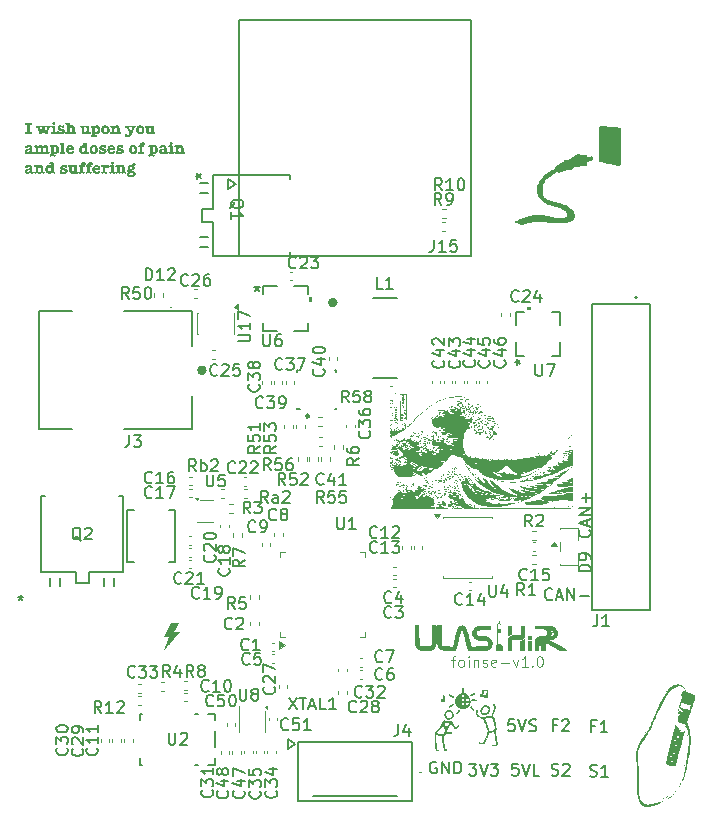
<source format=gbr>
%TF.GenerationSoftware,KiCad,Pcbnew,9.0.6*%
%TF.CreationDate,2026-02-27T09:42:09+00:00*%
%TF.ProjectId,Foinse,466f696e-7365-42e6-9b69-6361645f7063,rev?*%
%TF.SameCoordinates,Original*%
%TF.FileFunction,Legend,Top*%
%TF.FilePolarity,Positive*%
%FSLAX46Y46*%
G04 Gerber Fmt 4.6, Leading zero omitted, Abs format (unit mm)*
G04 Created by KiCad (PCBNEW 9.0.6) date 2026-02-27 09:42:09*
%MOMM*%
%LPD*%
G01*
G04 APERTURE LIST*
%ADD10C,0.200000*%
%ADD11C,0.125000*%
%ADD12C,0.150000*%
%ADD13C,0.000000*%
%ADD14C,0.120000*%
%ADD15C,0.100000*%
%ADD16C,0.250000*%
%ADD17C,0.400000*%
%ADD18C,0.127000*%
%ADD19C,0.152400*%
G04 APERTURE END LIST*
D10*
X157797679Y-109216890D02*
X148197679Y-109216890D01*
X162797679Y-63070000D02*
X143197679Y-63070000D01*
X148197679Y-109216890D02*
X148197679Y-104216890D01*
X162797679Y-50070000D02*
X162797679Y-63070000D01*
X177996500Y-93024000D02*
X173043500Y-93024000D01*
X148197679Y-104216890D02*
X157797679Y-104216890D01*
X143197679Y-63070000D02*
X143197679Y-50070000D01*
X157797679Y-104216890D02*
X157797679Y-109216890D01*
X173043500Y-67116000D02*
X177996500Y-67116000D01*
X177996500Y-67116000D02*
X177996500Y-93024000D01*
X173043500Y-93024000D02*
X173043500Y-67116000D01*
D11*
X161167950Y-97235204D02*
X161510807Y-97235204D01*
X161296521Y-97835204D02*
X161296521Y-97063775D01*
X161296521Y-97063775D02*
X161339378Y-96978061D01*
X161339378Y-96978061D02*
X161425093Y-96935204D01*
X161425093Y-96935204D02*
X161510807Y-96935204D01*
X161939379Y-97835204D02*
X161853664Y-97792347D01*
X161853664Y-97792347D02*
X161810807Y-97749489D01*
X161810807Y-97749489D02*
X161767950Y-97663775D01*
X161767950Y-97663775D02*
X161767950Y-97406632D01*
X161767950Y-97406632D02*
X161810807Y-97320918D01*
X161810807Y-97320918D02*
X161853664Y-97278061D01*
X161853664Y-97278061D02*
X161939379Y-97235204D01*
X161939379Y-97235204D02*
X162067950Y-97235204D01*
X162067950Y-97235204D02*
X162153664Y-97278061D01*
X162153664Y-97278061D02*
X162196522Y-97320918D01*
X162196522Y-97320918D02*
X162239379Y-97406632D01*
X162239379Y-97406632D02*
X162239379Y-97663775D01*
X162239379Y-97663775D02*
X162196522Y-97749489D01*
X162196522Y-97749489D02*
X162153664Y-97792347D01*
X162153664Y-97792347D02*
X162067950Y-97835204D01*
X162067950Y-97835204D02*
X161939379Y-97835204D01*
X162625093Y-97835204D02*
X162625093Y-97235204D01*
X162625093Y-96935204D02*
X162582236Y-96978061D01*
X162582236Y-96978061D02*
X162625093Y-97020918D01*
X162625093Y-97020918D02*
X162667950Y-96978061D01*
X162667950Y-96978061D02*
X162625093Y-96935204D01*
X162625093Y-96935204D02*
X162625093Y-97020918D01*
X163053664Y-97235204D02*
X163053664Y-97835204D01*
X163053664Y-97320918D02*
X163096521Y-97278061D01*
X163096521Y-97278061D02*
X163182236Y-97235204D01*
X163182236Y-97235204D02*
X163310807Y-97235204D01*
X163310807Y-97235204D02*
X163396521Y-97278061D01*
X163396521Y-97278061D02*
X163439379Y-97363775D01*
X163439379Y-97363775D02*
X163439379Y-97835204D01*
X163825093Y-97792347D02*
X163910807Y-97835204D01*
X163910807Y-97835204D02*
X164082236Y-97835204D01*
X164082236Y-97835204D02*
X164167950Y-97792347D01*
X164167950Y-97792347D02*
X164210807Y-97706632D01*
X164210807Y-97706632D02*
X164210807Y-97663775D01*
X164210807Y-97663775D02*
X164167950Y-97578061D01*
X164167950Y-97578061D02*
X164082236Y-97535204D01*
X164082236Y-97535204D02*
X163953665Y-97535204D01*
X163953665Y-97535204D02*
X163867950Y-97492347D01*
X163867950Y-97492347D02*
X163825093Y-97406632D01*
X163825093Y-97406632D02*
X163825093Y-97363775D01*
X163825093Y-97363775D02*
X163867950Y-97278061D01*
X163867950Y-97278061D02*
X163953665Y-97235204D01*
X163953665Y-97235204D02*
X164082236Y-97235204D01*
X164082236Y-97235204D02*
X164167950Y-97278061D01*
X164939378Y-97792347D02*
X164853664Y-97835204D01*
X164853664Y-97835204D02*
X164682236Y-97835204D01*
X164682236Y-97835204D02*
X164596521Y-97792347D01*
X164596521Y-97792347D02*
X164553664Y-97706632D01*
X164553664Y-97706632D02*
X164553664Y-97363775D01*
X164553664Y-97363775D02*
X164596521Y-97278061D01*
X164596521Y-97278061D02*
X164682236Y-97235204D01*
X164682236Y-97235204D02*
X164853664Y-97235204D01*
X164853664Y-97235204D02*
X164939378Y-97278061D01*
X164939378Y-97278061D02*
X164982236Y-97363775D01*
X164982236Y-97363775D02*
X164982236Y-97449489D01*
X164982236Y-97449489D02*
X164553664Y-97535204D01*
X165367950Y-97492347D02*
X166053665Y-97492347D01*
X166396522Y-97235204D02*
X166610808Y-97835204D01*
X166610808Y-97835204D02*
X166825093Y-97235204D01*
X167639379Y-97835204D02*
X167125093Y-97835204D01*
X167382236Y-97835204D02*
X167382236Y-96935204D01*
X167382236Y-96935204D02*
X167296522Y-97063775D01*
X167296522Y-97063775D02*
X167210807Y-97149489D01*
X167210807Y-97149489D02*
X167125093Y-97192347D01*
X168025093Y-97749489D02*
X168067950Y-97792347D01*
X168067950Y-97792347D02*
X168025093Y-97835204D01*
X168025093Y-97835204D02*
X167982236Y-97792347D01*
X167982236Y-97792347D02*
X168025093Y-97749489D01*
X168025093Y-97749489D02*
X168025093Y-97835204D01*
X168625093Y-96935204D02*
X168710807Y-96935204D01*
X168710807Y-96935204D02*
X168796521Y-96978061D01*
X168796521Y-96978061D02*
X168839379Y-97020918D01*
X168839379Y-97020918D02*
X168882236Y-97106632D01*
X168882236Y-97106632D02*
X168925093Y-97278061D01*
X168925093Y-97278061D02*
X168925093Y-97492347D01*
X168925093Y-97492347D02*
X168882236Y-97663775D01*
X168882236Y-97663775D02*
X168839379Y-97749489D01*
X168839379Y-97749489D02*
X168796521Y-97792347D01*
X168796521Y-97792347D02*
X168710807Y-97835204D01*
X168710807Y-97835204D02*
X168625093Y-97835204D01*
X168625093Y-97835204D02*
X168539379Y-97792347D01*
X168539379Y-97792347D02*
X168496521Y-97749489D01*
X168496521Y-97749489D02*
X168453664Y-97663775D01*
X168453664Y-97663775D02*
X168410807Y-97492347D01*
X168410807Y-97492347D02*
X168410807Y-97278061D01*
X168410807Y-97278061D02*
X168453664Y-97106632D01*
X168453664Y-97106632D02*
X168496521Y-97020918D01*
X168496521Y-97020918D02*
X168539379Y-96978061D01*
X168539379Y-96978061D02*
X168625093Y-96935204D01*
D10*
G36*
X125165596Y-52542313D02*
G01*
X125181360Y-52538572D01*
X125192768Y-52527404D01*
X125200462Y-52506043D01*
X125203210Y-52447424D01*
X125203210Y-52061215D01*
X125200462Y-52004002D01*
X125192768Y-51982640D01*
X125181360Y-51971472D01*
X125165596Y-51967732D01*
X125132868Y-51972616D01*
X125098735Y-51977501D01*
X125069480Y-51970948D01*
X125045001Y-51950818D01*
X125029025Y-51921488D01*
X125023447Y-51884689D01*
X125026746Y-51854010D01*
X125035975Y-51829427D01*
X125050802Y-51809584D01*
X125070626Y-51794624D01*
X125094798Y-51785387D01*
X125124563Y-51782107D01*
X125222749Y-51791510D01*
X125323866Y-51797739D01*
X125436889Y-51789923D01*
X125534464Y-51782107D01*
X125573264Y-51786701D01*
X125600803Y-51799010D01*
X125620084Y-51818299D01*
X125632391Y-51845856D01*
X125636985Y-51884689D01*
X125631279Y-51921446D01*
X125614881Y-51950818D01*
X125589965Y-51970928D01*
X125560109Y-51977501D01*
X125525915Y-51972616D01*
X125491782Y-51967732D01*
X125477393Y-51971809D01*
X125465860Y-51984931D01*
X125457061Y-52011969D01*
X125453314Y-52061215D01*
X125453314Y-52447424D01*
X125457080Y-52497512D01*
X125465909Y-52524946D01*
X125477445Y-52538208D01*
X125491782Y-52542313D01*
X125525915Y-52537367D01*
X125560109Y-52532421D01*
X125589974Y-52538969D01*
X125614881Y-52558982D01*
X125631282Y-52588109D01*
X125636985Y-52624562D01*
X125629857Y-52665894D01*
X125609202Y-52698567D01*
X125589139Y-52714764D01*
X125565975Y-52724458D01*
X125538738Y-52727815D01*
X125526160Y-52726533D01*
X125437927Y-52716092D01*
X125363677Y-52712184D01*
X125232091Y-52719267D01*
X125124258Y-52727815D01*
X125095550Y-52724519D01*
X125071628Y-52715117D01*
X125051413Y-52699666D01*
X125036136Y-52679358D01*
X125026758Y-52654939D01*
X125023447Y-52625233D01*
X125029099Y-52587334D01*
X125045001Y-52558433D01*
X125069617Y-52538906D01*
X125100078Y-52532421D01*
X125132807Y-52537367D01*
X125165596Y-52542313D01*
G37*
G36*
X126345961Y-52232002D02*
G01*
X126406289Y-52531383D01*
X126496231Y-52118735D01*
X126508556Y-52078624D01*
X126522562Y-52052609D01*
X126537691Y-52036852D01*
X126557374Y-52026821D01*
X126589241Y-52019508D01*
X126638197Y-52016580D01*
X126694138Y-52019654D01*
X126728072Y-52027090D01*
X126747069Y-52036852D01*
X126760906Y-52052915D01*
X126774962Y-52083447D01*
X126788529Y-52135465D01*
X126868640Y-52531383D01*
X126942585Y-52217470D01*
X126945394Y-52197869D01*
X126942195Y-52186856D01*
X126932338Y-52179772D01*
X126911933Y-52176803D01*
X126881586Y-52171810D01*
X126861336Y-52158247D01*
X126848484Y-52135468D01*
X126843545Y-52099501D01*
X126849085Y-52061500D01*
X126863695Y-52037025D01*
X126887201Y-52022141D01*
X126923046Y-52016580D01*
X126992777Y-52022137D01*
X127062508Y-52027693D01*
X127129431Y-52022137D01*
X127196414Y-52016580D01*
X127229608Y-52022659D01*
X127254972Y-52040211D01*
X127271469Y-52066885D01*
X127277320Y-52102676D01*
X127272539Y-52136272D01*
X127259185Y-52161721D01*
X127238468Y-52178964D01*
X127213145Y-52184619D01*
X127199162Y-52183215D01*
X127178157Y-52180406D01*
X127168670Y-52184080D01*
X127158114Y-52198133D01*
X127146039Y-52230842D01*
X127133400Y-52270043D01*
X127017262Y-52634270D01*
X126999183Y-52679395D01*
X126980839Y-52705953D01*
X126962436Y-52719639D01*
X126943135Y-52723907D01*
X126901186Y-52720000D01*
X126859237Y-52716092D01*
X126818632Y-52720000D01*
X126779492Y-52723907D01*
X126758602Y-52718842D01*
X126739739Y-52702613D01*
X126722116Y-52670561D01*
X126706707Y-52614853D01*
X126638197Y-52247329D01*
X126556742Y-52603679D01*
X126537799Y-52675757D01*
X126526517Y-52703635D01*
X126510866Y-52718520D01*
X126485179Y-52723907D01*
X126442986Y-52720000D01*
X126396702Y-52716092D01*
X126351762Y-52720000D01*
X126306821Y-52723907D01*
X126282538Y-52717311D01*
X126261666Y-52695978D01*
X126243623Y-52652650D01*
X126131332Y-52227728D01*
X126121518Y-52201563D01*
X126108995Y-52188510D01*
X126093414Y-52184375D01*
X126075828Y-52186512D01*
X126058365Y-52188588D01*
X126033265Y-52183822D01*
X126015757Y-52170372D01*
X126004073Y-52146565D01*
X125999441Y-52107438D01*
X126005341Y-52065392D01*
X126020766Y-52038602D01*
X126045252Y-52022530D01*
X126082178Y-52016580D01*
X126148857Y-52022137D01*
X126215474Y-52027693D01*
X126288381Y-52022137D01*
X126361348Y-52016580D01*
X126395112Y-52022053D01*
X126417542Y-52036859D01*
X126431701Y-52061593D01*
X126437124Y-52100478D01*
X126432976Y-52134695D01*
X126422277Y-52156620D01*
X126405926Y-52169981D01*
X126382414Y-52176071D01*
X126349441Y-52182360D01*
X126345034Y-52187667D01*
X126343152Y-52199823D01*
X126343152Y-52212402D01*
X126345961Y-52232002D01*
G37*
G36*
X127595812Y-52016519D02*
G01*
X127616746Y-52022047D01*
X127629651Y-52038399D01*
X127634891Y-52070985D01*
X127634891Y-52491510D01*
X127639351Y-52537981D01*
X127648918Y-52557478D01*
X127661392Y-52562768D01*
X127682213Y-52559349D01*
X127707370Y-52555868D01*
X127733866Y-52560409D01*
X127751766Y-52572872D01*
X127763290Y-52594114D01*
X127767759Y-52628042D01*
X127761713Y-52672839D01*
X127746042Y-52701074D01*
X127721496Y-52717782D01*
X127684900Y-52723907D01*
X127606193Y-52716580D01*
X127516311Y-52712184D01*
X127441878Y-52718046D01*
X127368850Y-52723907D01*
X127334145Y-52717310D01*
X127307056Y-52698018D01*
X127289369Y-52669065D01*
X127283182Y-52631584D01*
X127288114Y-52594119D01*
X127300829Y-52570667D01*
X127320575Y-52556911D01*
X127349799Y-52551899D01*
X127385947Y-52562768D01*
X127395472Y-52562768D01*
X127406593Y-52557431D01*
X127415627Y-52536505D01*
X127419958Y-52484549D01*
X127419958Y-52258197D01*
X127415789Y-52204858D01*
X127407191Y-52183747D01*
X127396877Y-52178513D01*
X127371903Y-52185657D01*
X127349677Y-52188527D01*
X127320416Y-52183564D01*
X127300712Y-52169981D01*
X127288072Y-52146917D01*
X127283182Y-52110186D01*
X127289383Y-52071483D01*
X127306873Y-52042409D01*
X127334022Y-52023173D01*
X127369705Y-52016519D01*
X127414340Y-52019511D01*
X127492498Y-52024396D01*
X127553925Y-52020488D01*
X127595812Y-52016519D01*
G37*
G36*
X127515762Y-51961870D02*
G01*
X127482823Y-51957678D01*
X127453352Y-51945307D01*
X127426369Y-51924195D01*
X127405249Y-51897177D01*
X127392881Y-51867724D01*
X127388695Y-51834863D01*
X127392868Y-51801013D01*
X127405063Y-51771366D01*
X127425636Y-51744860D01*
X127452185Y-51724251D01*
X127481873Y-51712037D01*
X127515762Y-51707857D01*
X127549568Y-51712035D01*
X127579195Y-51724246D01*
X127605704Y-51744860D01*
X127626315Y-51771370D01*
X127638527Y-51801017D01*
X127642707Y-51834863D01*
X127638530Y-51868671D01*
X127626320Y-51898320D01*
X127605704Y-51924867D01*
X127579195Y-51945480D01*
X127549568Y-51957692D01*
X127515762Y-51961870D01*
G37*
G36*
X128086496Y-51997041D02*
G01*
X128156501Y-52003914D01*
X128216671Y-52023618D01*
X128269007Y-52055781D01*
X128275800Y-52030050D01*
X128289595Y-52012500D01*
X128311289Y-52001302D01*
X128344112Y-51997041D01*
X128378462Y-52001035D01*
X128399266Y-52011075D01*
X128410945Y-52026030D01*
X128415064Y-52047355D01*
X128409508Y-52085090D01*
X128405294Y-52132595D01*
X128405294Y-52154944D01*
X128405294Y-52187062D01*
X128405294Y-52192618D01*
X128400233Y-52226293D01*
X128386788Y-52248173D01*
X128364925Y-52261623D01*
X128331289Y-52266685D01*
X128298478Y-52261149D01*
X128268165Y-52244230D01*
X128239148Y-52213684D01*
X128203846Y-52176978D01*
X128165736Y-52156313D01*
X128123255Y-52149448D01*
X128083894Y-52153943D01*
X128060167Y-52165199D01*
X128046933Y-52181867D01*
X128042288Y-52205502D01*
X128048950Y-52230584D01*
X128068850Y-52246840D01*
X128106273Y-52258137D01*
X128208923Y-52278347D01*
X128294936Y-52297808D01*
X128345455Y-52316205D01*
X128385636Y-52341812D01*
X128417629Y-52376411D01*
X128436882Y-52411461D01*
X128448583Y-52450361D01*
X128452616Y-52494075D01*
X128447411Y-52545489D01*
X128432215Y-52591552D01*
X128406938Y-52633462D01*
X128370551Y-52672006D01*
X128327671Y-52702835D01*
X128279810Y-52725009D01*
X128226038Y-52738692D01*
X128165143Y-52743447D01*
X128104814Y-52738535D01*
X128047802Y-52723977D01*
X127993304Y-52699639D01*
X127940683Y-52664862D01*
X127936016Y-52695029D01*
X127923531Y-52714796D01*
X127903019Y-52727071D01*
X127871196Y-52731723D01*
X127835724Y-52727140D01*
X127813632Y-52715370D01*
X127800759Y-52697209D01*
X127796092Y-52670479D01*
X127798839Y-52627370D01*
X127801648Y-52584262D01*
X127799572Y-52546648D01*
X127797496Y-52509096D01*
X127802329Y-52481885D01*
X127815719Y-52463299D01*
X127838840Y-52451184D01*
X127876142Y-52446448D01*
X127911434Y-52449704D01*
X127933722Y-52457866D01*
X127952531Y-52472938D01*
X127975854Y-52501830D01*
X128012256Y-52548223D01*
X128040457Y-52570828D01*
X128073954Y-52582455D01*
X128127590Y-52587131D01*
X128177581Y-52581858D01*
X128207121Y-52568842D01*
X128223145Y-52550055D01*
X128228646Y-52524056D01*
X128224636Y-52506075D01*
X128212105Y-52490279D01*
X128188064Y-52475946D01*
X128147191Y-52463728D01*
X128065675Y-52446936D01*
X127973563Y-52423845D01*
X127924380Y-52404926D01*
X127887730Y-52378159D01*
X127859045Y-52338309D01*
X127841341Y-52290305D01*
X127835170Y-52233895D01*
X127839764Y-52182451D01*
X127852965Y-52137578D01*
X127874455Y-52098031D01*
X127904658Y-52062925D01*
X127941212Y-52034638D01*
X127982987Y-52014199D01*
X128030977Y-52001494D01*
X128086496Y-51997041D01*
G37*
G36*
X128841451Y-51826742D02*
G01*
X128841451Y-52080572D01*
X128901015Y-52034427D01*
X128942995Y-52010779D01*
X128986811Y-51997905D01*
X129044539Y-51993133D01*
X129109504Y-51998992D01*
X129160321Y-52015077D01*
X129200035Y-52040138D01*
X129230713Y-52074344D01*
X129249399Y-52112870D01*
X129262398Y-52168878D01*
X129267411Y-52248061D01*
X129267411Y-52488946D01*
X129271952Y-52534356D01*
X129281785Y-52553650D01*
X129294827Y-52558982D01*
X129314061Y-52557456D01*
X129335982Y-52555868D01*
X129362579Y-52560365D01*
X129380473Y-52572661D01*
X129391938Y-52593517D01*
X129396371Y-52626699D01*
X129390300Y-52672271D01*
X129374611Y-52700891D01*
X129350147Y-52717748D01*
X129313817Y-52723907D01*
X129243841Y-52718046D01*
X129173866Y-52712184D01*
X129107370Y-52718046D01*
X129040936Y-52723907D01*
X129009032Y-52717776D01*
X128984272Y-52699849D01*
X128968301Y-52672727D01*
X128962595Y-52636163D01*
X128966738Y-52601480D01*
X128977395Y-52579330D01*
X128993608Y-52565889D01*
X129016817Y-52559776D01*
X129037782Y-52556433D01*
X129046737Y-52548602D01*
X129050743Y-52535414D01*
X129052477Y-52510867D01*
X129052477Y-52296849D01*
X129047969Y-52250505D01*
X129036244Y-52218900D01*
X129018767Y-52197952D01*
X128995152Y-52185282D01*
X128963267Y-52180711D01*
X128920212Y-52187105D01*
X128888060Y-52204947D01*
X128864014Y-52234759D01*
X128847740Y-52280191D01*
X128841451Y-52347285D01*
X128841451Y-52512515D01*
X128843563Y-52538995D01*
X128847923Y-52549579D01*
X128857563Y-52555547D01*
X128882972Y-52561486D01*
X128906721Y-52571586D01*
X128921560Y-52593109D01*
X128927424Y-52631461D01*
X128921709Y-52674943D01*
X128906981Y-52702150D01*
X128884121Y-52718099D01*
X128850305Y-52723907D01*
X128789916Y-52718046D01*
X128709987Y-52712184D01*
X128646851Y-52716580D01*
X128575348Y-52723907D01*
X128540696Y-52717312D01*
X128513616Y-52698018D01*
X128495928Y-52669065D01*
X128489741Y-52631584D01*
X128494719Y-52594231D01*
X128507586Y-52570771D01*
X128527653Y-52556950D01*
X128557458Y-52551899D01*
X128580233Y-52555868D01*
X128603070Y-52559776D01*
X128613638Y-52554568D01*
X128622328Y-52533870D01*
X128626517Y-52482046D01*
X128626517Y-52019450D01*
X128622319Y-51967595D01*
X128613608Y-51946875D01*
X128603009Y-51941659D01*
X128578157Y-51947337D01*
X128556053Y-51950207D01*
X128526830Y-51945277D01*
X128507182Y-51931803D01*
X128494603Y-51908969D01*
X128489741Y-51872660D01*
X128495962Y-51833604D01*
X128513494Y-51804272D01*
X128540463Y-51784830D01*
X128574921Y-51778199D01*
X128627922Y-51782107D01*
X128680983Y-51786015D01*
X128755600Y-51782107D01*
X128803777Y-51778199D01*
X128824247Y-51783303D01*
X128836551Y-51798043D01*
X128841451Y-51826742D01*
G37*
G36*
X130326448Y-52680127D02*
G01*
X130326448Y-52626760D01*
X130286701Y-52669202D01*
X130243081Y-52701464D01*
X130195060Y-52724480D01*
X130141775Y-52738576D01*
X130082083Y-52743447D01*
X130020139Y-52736366D01*
X129964785Y-52715603D01*
X129931962Y-52694288D01*
X129906923Y-52669500D01*
X129888642Y-52640987D01*
X129877458Y-52608244D01*
X129869033Y-52553726D01*
X129865622Y-52468796D01*
X129865622Y-52252702D01*
X129863382Y-52208862D01*
X129859333Y-52195549D01*
X129851506Y-52189444D01*
X129839000Y-52187184D01*
X129825017Y-52187184D01*
X129811034Y-52188588D01*
X129783584Y-52183779D01*
X129764913Y-52170504D01*
X129752801Y-52147696D01*
X129748080Y-52111041D01*
X129754188Y-52067265D01*
X129770136Y-52039417D01*
X129795403Y-52022743D01*
X129833443Y-52016580D01*
X129885162Y-52020488D01*
X129936941Y-52024396D01*
X129987316Y-52020488D01*
X130037691Y-52016580D01*
X130060186Y-52022530D01*
X130074063Y-52040141D01*
X130079701Y-52075259D01*
X130082510Y-52446875D01*
X130090857Y-52498914D01*
X130108289Y-52531023D01*
X130133578Y-52549362D01*
X130169216Y-52555868D01*
X130213634Y-52549224D01*
X130246862Y-52530655D01*
X130271766Y-52499560D01*
X130288653Y-52452075D01*
X130295184Y-52381845D01*
X130295184Y-52252397D01*
X130290096Y-52207149D01*
X130278777Y-52187189D01*
X130263005Y-52181383D01*
X130241268Y-52184986D01*
X130219591Y-52188588D01*
X130197755Y-52184300D01*
X130182358Y-52172081D01*
X130171962Y-52150179D01*
X130167812Y-52113850D01*
X130173690Y-52067767D01*
X130188745Y-52039166D01*
X130211874Y-52022576D01*
X130245786Y-52016580D01*
X130302939Y-52020488D01*
X130358688Y-52024396D01*
X130418954Y-52019511D01*
X130465239Y-52016580D01*
X130490233Y-52022198D01*
X130504601Y-52037772D01*
X130510118Y-52066833D01*
X130510118Y-52491632D01*
X130514529Y-52537121D01*
X130524014Y-52556266D01*
X130536435Y-52561486D01*
X130555853Y-52558677D01*
X130579422Y-52555868D01*
X130605531Y-52560383D01*
X130623218Y-52572802D01*
X130634640Y-52594038D01*
X130639078Y-52628042D01*
X130633052Y-52672888D01*
X130617448Y-52701119D01*
X130593044Y-52717799D01*
X130556707Y-52723907D01*
X130507187Y-52720000D01*
X130457606Y-52716092D01*
X130412238Y-52720000D01*
X130366931Y-52723907D01*
X130344250Y-52718939D01*
X130331354Y-52705303D01*
X130326448Y-52680127D01*
G37*
G36*
X131225182Y-52003410D02*
G01*
X131278217Y-52021774D01*
X131324817Y-52052017D01*
X131366067Y-52095348D01*
X131397618Y-52145853D01*
X131421123Y-52205525D01*
X131436089Y-52276058D01*
X131441416Y-52359497D01*
X131435968Y-52445846D01*
X131420692Y-52518549D01*
X131396761Y-52579780D01*
X131364724Y-52631339D01*
X131322691Y-52675569D01*
X131275142Y-52706451D01*
X131220960Y-52725212D01*
X131158339Y-52731723D01*
X131108592Y-52726735D01*
X131064977Y-52712306D01*
X131035554Y-52695563D01*
X130984071Y-52659733D01*
X130984071Y-52769031D01*
X130988464Y-52795044D01*
X130999454Y-52808348D01*
X131017655Y-52812934D01*
X131049773Y-52808782D01*
X131086104Y-52805973D01*
X131114641Y-52810665D01*
X131133679Y-52823407D01*
X131145759Y-52844801D01*
X131150401Y-52878574D01*
X131144565Y-52916365D01*
X131128963Y-52941113D01*
X131103349Y-52956471D01*
X131063633Y-52962288D01*
X130986697Y-52957037D01*
X130859385Y-52950565D01*
X130740439Y-52961006D01*
X130715221Y-52962288D01*
X130681908Y-52955722D01*
X130655076Y-52936215D01*
X130637444Y-52907066D01*
X130631263Y-52869232D01*
X130636221Y-52832286D01*
X130649055Y-52809037D01*
X130669118Y-52795307D01*
X130698979Y-52790280D01*
X130719678Y-52795043D01*
X130743187Y-52801271D01*
X130754460Y-52795838D01*
X130763636Y-52774487D01*
X130768039Y-52721404D01*
X130768039Y-52363649D01*
X130986880Y-52363649D01*
X130990784Y-52422052D01*
X131001416Y-52468019D01*
X131017594Y-52503967D01*
X131041412Y-52533682D01*
X131068462Y-52550303D01*
X131100087Y-52555868D01*
X131132702Y-52550275D01*
X131160660Y-52533606D01*
X131185327Y-52503967D01*
X131202280Y-52467917D01*
X131213379Y-52421950D01*
X131217445Y-52363649D01*
X131213477Y-52306269D01*
X131202621Y-52260745D01*
X131185999Y-52224797D01*
X131161812Y-52195071D01*
X131134533Y-52178451D01*
X131102834Y-52172896D01*
X131069303Y-52178453D01*
X131041391Y-52194779D01*
X131017594Y-52223393D01*
X131001506Y-52258465D01*
X130990833Y-52304301D01*
X130986880Y-52363649D01*
X130768039Y-52363649D01*
X130768039Y-52257465D01*
X130763810Y-52204042D01*
X130755070Y-52182826D01*
X130744530Y-52177536D01*
X130719678Y-52185413D01*
X130697575Y-52188588D01*
X130668411Y-52183632D01*
X130648760Y-52170059D01*
X130636146Y-52146996D01*
X130631263Y-52110247D01*
X130637017Y-52072515D01*
X130653367Y-52043142D01*
X130678584Y-52023221D01*
X130710031Y-52016580D01*
X130719923Y-52016580D01*
X130769138Y-52024945D01*
X130809926Y-52028304D01*
X130885886Y-52021648D01*
X130912630Y-52018290D01*
X130931492Y-52023249D01*
X130943096Y-52037890D01*
X130947801Y-52067016D01*
X130947801Y-52108782D01*
X130995208Y-52058634D01*
X131046303Y-52024344D01*
X131102025Y-52003975D01*
X131163956Y-51997041D01*
X131225182Y-52003410D01*
G37*
G36*
X131958634Y-52003699D02*
G01*
X132028409Y-52022712D01*
X132087834Y-52053063D01*
X132138607Y-52094860D01*
X132179357Y-52146408D01*
X132209117Y-52207039D01*
X132227839Y-52278531D01*
X132234473Y-52363222D01*
X132227927Y-52452642D01*
X132209561Y-52527448D01*
X132180621Y-52590178D01*
X132141416Y-52642819D01*
X132091806Y-52685812D01*
X132033291Y-52716986D01*
X131964095Y-52736527D01*
X131881786Y-52743447D01*
X131795515Y-52736603D01*
X131723750Y-52717401D01*
X131663839Y-52687047D01*
X131613790Y-52645628D01*
X131573976Y-52594198D01*
X131544619Y-52532613D01*
X131525981Y-52458838D01*
X131519330Y-52370244D01*
X131743300Y-52370244D01*
X131747878Y-52432769D01*
X131760285Y-52481147D01*
X131779143Y-52518316D01*
X131806472Y-52548003D01*
X131839367Y-52565406D01*
X131879710Y-52571439D01*
X131918041Y-52566339D01*
X131948502Y-52551917D01*
X131973039Y-52527972D01*
X131992292Y-52492376D01*
X132005470Y-52441427D01*
X132010502Y-52370244D01*
X132005408Y-52299321D01*
X131992047Y-52248445D01*
X131972476Y-52212786D01*
X131947447Y-52188705D01*
X131916259Y-52174147D01*
X131876901Y-52168988D01*
X131838465Y-52174984D01*
X131806442Y-52192491D01*
X131779143Y-52222782D01*
X131760219Y-52260358D01*
X131747842Y-52308608D01*
X131743300Y-52370244D01*
X131519330Y-52370244D01*
X131525907Y-52282356D01*
X131544372Y-52208866D01*
X131573504Y-52147246D01*
X131613058Y-52095532D01*
X131662864Y-52053614D01*
X131721978Y-52023054D01*
X131792264Y-52003813D01*
X131876229Y-51996980D01*
X131958634Y-52003699D01*
G37*
G36*
X132597906Y-52055720D02*
G01*
X132597906Y-52122948D01*
X132656429Y-52065451D01*
X132715755Y-52026866D01*
X132776816Y-52004482D01*
X132841050Y-51997041D01*
X132898719Y-52001918D01*
X132946485Y-52015606D01*
X132986231Y-52037315D01*
X133019316Y-52067138D01*
X133046458Y-52106034D01*
X133062719Y-52144942D01*
X133074152Y-52201712D01*
X133078576Y-52282011D01*
X133078576Y-52491510D01*
X133083240Y-52537641D01*
X133093361Y-52557307D01*
X133106847Y-52562768D01*
X133128035Y-52558616D01*
X133149223Y-52555868D01*
X133176689Y-52560474D01*
X133195122Y-52573044D01*
X133206899Y-52594300D01*
X133211444Y-52628042D01*
X133205335Y-52672688D01*
X133189455Y-52700934D01*
X133164465Y-52717729D01*
X133127058Y-52723907D01*
X133059525Y-52718351D01*
X132992053Y-52712733D01*
X132917559Y-52718351D01*
X132852834Y-52723907D01*
X132815288Y-52718160D01*
X132790762Y-52702825D01*
X132775588Y-52677728D01*
X132769853Y-52638911D01*
X132774251Y-52603740D01*
X132785655Y-52581073D01*
X132803245Y-52567155D01*
X132828777Y-52560814D01*
X132851419Y-52555170D01*
X132863379Y-52543886D01*
X132867550Y-52526010D01*
X132867550Y-52330982D01*
X132864519Y-52276743D01*
X132856873Y-52240490D01*
X132846301Y-52217348D01*
X132829633Y-52199736D01*
X132806335Y-52188691D01*
X132774066Y-52184619D01*
X132737016Y-52189113D01*
X132705583Y-52202064D01*
X132678445Y-52223637D01*
X132657785Y-52251571D01*
X132645260Y-52284101D01*
X132640893Y-52322555D01*
X132640893Y-52467513D01*
X132642866Y-52524206D01*
X132646571Y-52543412D01*
X132656222Y-52553588D01*
X132679422Y-52560814D01*
X132701386Y-52567865D01*
X132716810Y-52581558D01*
X132726894Y-52603201D01*
X132730774Y-52636102D01*
X132725301Y-52677292D01*
X132711165Y-52703141D01*
X132689143Y-52718353D01*
X132656463Y-52723907D01*
X132604623Y-52719694D01*
X132527503Y-52712733D01*
X132452520Y-52718351D01*
X132377477Y-52723907D01*
X132337805Y-52717673D01*
X132311691Y-52700932D01*
X132295385Y-52673277D01*
X132289183Y-52630179D01*
X132294092Y-52593532D01*
X132306796Y-52570481D01*
X132326643Y-52556877D01*
X132356167Y-52551899D01*
X132381263Y-52557334D01*
X132402206Y-52562768D01*
X132412930Y-52557514D01*
X132421725Y-52536697D01*
X132425959Y-52484672D01*
X132425959Y-52258564D01*
X132421703Y-52205464D01*
X132412888Y-52184305D01*
X132402206Y-52179002D01*
X132380530Y-52183764D01*
X132356106Y-52188527D01*
X132326511Y-52183596D01*
X132306688Y-52170163D01*
X132294053Y-52147500D01*
X132289183Y-52111591D01*
X132295203Y-52072712D01*
X132312203Y-52043080D01*
X132338611Y-52023281D01*
X132372897Y-52016519D01*
X132420708Y-52023480D01*
X132457222Y-52027693D01*
X132514924Y-52022137D01*
X132559926Y-52016519D01*
X132581373Y-52021057D01*
X132593391Y-52033349D01*
X132597906Y-52055720D01*
G37*
G36*
X133910528Y-52226385D02*
G01*
X134005661Y-52527597D01*
X134100732Y-52239940D01*
X134109677Y-52208237D01*
X134111967Y-52189748D01*
X134107063Y-52176875D01*
X134089558Y-52165935D01*
X134064401Y-52156165D01*
X134048944Y-52145700D01*
X134038940Y-52127364D01*
X134035031Y-52097547D01*
X134040267Y-52065168D01*
X134055303Y-52039661D01*
X134078195Y-52022353D01*
X134106350Y-52016580D01*
X134170647Y-52022198D01*
X134235005Y-52027754D01*
X134302110Y-52022198D01*
X134369216Y-52016580D01*
X134406796Y-52022570D01*
X134431637Y-52038710D01*
X134447226Y-52065508D01*
X134453175Y-52107438D01*
X134448410Y-52137837D01*
X134434307Y-52164103D01*
X134413055Y-52182712D01*
X134388878Y-52188588D01*
X134370010Y-52185779D01*
X134351142Y-52182971D01*
X134336908Y-52186777D01*
X134323564Y-52199349D01*
X134310598Y-52224980D01*
X134292463Y-52274012D01*
X134172356Y-52587498D01*
X134094748Y-52776542D01*
X134069643Y-52820122D01*
X134032588Y-52871674D01*
X133983957Y-52924335D01*
X133932869Y-52963601D01*
X133878869Y-52991035D01*
X133821162Y-53007498D01*
X133758670Y-53013091D01*
X133694056Y-53007349D01*
X133640250Y-52991172D01*
X133595150Y-52965341D01*
X133558866Y-52929742D01*
X133537988Y-52889595D01*
X133530914Y-52843098D01*
X133534721Y-52809797D01*
X133545605Y-52781868D01*
X133563520Y-52758101D01*
X133587009Y-52739888D01*
X133614176Y-52728931D01*
X133646135Y-52725129D01*
X133685647Y-52731857D01*
X133715500Y-52751018D01*
X133735170Y-52780187D01*
X133741939Y-52817513D01*
X133739131Y-52848349D01*
X133757425Y-52854761D01*
X133774241Y-52856775D01*
X133797612Y-52852412D01*
X133821411Y-52838438D01*
X133846659Y-52812018D01*
X133873836Y-52767762D01*
X133881097Y-52736608D01*
X133873087Y-52699326D01*
X133833469Y-52595375D01*
X133676727Y-52224919D01*
X133657688Y-52193121D01*
X133643143Y-52185779D01*
X133622260Y-52187672D01*
X133616643Y-52187672D01*
X133609743Y-52188588D01*
X133578137Y-52183444D01*
X133557115Y-52169511D01*
X133543825Y-52146203D01*
X133538729Y-52109515D01*
X133544949Y-52073364D01*
X133563215Y-52043630D01*
X133590678Y-52023335D01*
X133624031Y-52016580D01*
X133690404Y-52022198D01*
X133756838Y-52027754D01*
X133846292Y-52022198D01*
X133913398Y-52016580D01*
X133948039Y-52021966D01*
X133970769Y-52036388D01*
X133984909Y-52060123D01*
X133990273Y-52096997D01*
X133986416Y-52123061D01*
X133975792Y-52141859D01*
X133958225Y-52155282D01*
X133931533Y-52163553D01*
X133908718Y-52172621D01*
X133902163Y-52188588D01*
X133910528Y-52226385D01*
G37*
G36*
X134907134Y-52003699D02*
G01*
X134976908Y-52022712D01*
X135036334Y-52053063D01*
X135087107Y-52094860D01*
X135127856Y-52146408D01*
X135157616Y-52207039D01*
X135176339Y-52278531D01*
X135182972Y-52363222D01*
X135176427Y-52452642D01*
X135158060Y-52527448D01*
X135129120Y-52590178D01*
X135089916Y-52642819D01*
X135040306Y-52685812D01*
X134981790Y-52716986D01*
X134912595Y-52736527D01*
X134830286Y-52743447D01*
X134744015Y-52736603D01*
X134672249Y-52717401D01*
X134612339Y-52687047D01*
X134562290Y-52645628D01*
X134522476Y-52594198D01*
X134493118Y-52532613D01*
X134474480Y-52458838D01*
X134467829Y-52370244D01*
X134691800Y-52370244D01*
X134696378Y-52432769D01*
X134708785Y-52481147D01*
X134727643Y-52518316D01*
X134754971Y-52548003D01*
X134787867Y-52565406D01*
X134828210Y-52571439D01*
X134866541Y-52566339D01*
X134897002Y-52551917D01*
X134921538Y-52527972D01*
X134940792Y-52492376D01*
X134953970Y-52441427D01*
X134959002Y-52370244D01*
X134953908Y-52299321D01*
X134940547Y-52248445D01*
X134920976Y-52212786D01*
X134895947Y-52188705D01*
X134864759Y-52174147D01*
X134825401Y-52168988D01*
X134786965Y-52174984D01*
X134754941Y-52192491D01*
X134727643Y-52222782D01*
X134708719Y-52260358D01*
X134696342Y-52308608D01*
X134691800Y-52370244D01*
X134467829Y-52370244D01*
X134474407Y-52282356D01*
X134492872Y-52208866D01*
X134522004Y-52147246D01*
X134561557Y-52095532D01*
X134611363Y-52053614D01*
X134670478Y-52023054D01*
X134740764Y-52003813D01*
X134824729Y-51996980D01*
X134907134Y-52003699D01*
G37*
G36*
X135796510Y-52680127D02*
G01*
X135796510Y-52626760D01*
X135756764Y-52669202D01*
X135713144Y-52701464D01*
X135665123Y-52724480D01*
X135611838Y-52738576D01*
X135552145Y-52743447D01*
X135490202Y-52736366D01*
X135434848Y-52715603D01*
X135402025Y-52694288D01*
X135376985Y-52669500D01*
X135358705Y-52640987D01*
X135347520Y-52608244D01*
X135339096Y-52553726D01*
X135335685Y-52468796D01*
X135335685Y-52252702D01*
X135333444Y-52208862D01*
X135329396Y-52195549D01*
X135321569Y-52189444D01*
X135309063Y-52187184D01*
X135295080Y-52187184D01*
X135281097Y-52188588D01*
X135253646Y-52183779D01*
X135234976Y-52170504D01*
X135222864Y-52147696D01*
X135218143Y-52111041D01*
X135224251Y-52067265D01*
X135240199Y-52039417D01*
X135265466Y-52022743D01*
X135303506Y-52016580D01*
X135355225Y-52020488D01*
X135407004Y-52024396D01*
X135457379Y-52020488D01*
X135507754Y-52016580D01*
X135530249Y-52022530D01*
X135544126Y-52040141D01*
X135549764Y-52075259D01*
X135552573Y-52446875D01*
X135560920Y-52498914D01*
X135578352Y-52531023D01*
X135603641Y-52549362D01*
X135639279Y-52555868D01*
X135683697Y-52549224D01*
X135716925Y-52530655D01*
X135741829Y-52499560D01*
X135758716Y-52452075D01*
X135765247Y-52381845D01*
X135765247Y-52252397D01*
X135760159Y-52207149D01*
X135748840Y-52187189D01*
X135733068Y-52181383D01*
X135711331Y-52184986D01*
X135689654Y-52188588D01*
X135667818Y-52184300D01*
X135652421Y-52172081D01*
X135642025Y-52150179D01*
X135637875Y-52113850D01*
X135643753Y-52067767D01*
X135658807Y-52039166D01*
X135681937Y-52022576D01*
X135715849Y-52016580D01*
X135773002Y-52020488D01*
X135828750Y-52024396D01*
X135889017Y-52019511D01*
X135935301Y-52016580D01*
X135960296Y-52022198D01*
X135974664Y-52037772D01*
X135980181Y-52066833D01*
X135980181Y-52491632D01*
X135984592Y-52537121D01*
X135994077Y-52556266D01*
X136006498Y-52561486D01*
X136025915Y-52558677D01*
X136049485Y-52555868D01*
X136075594Y-52560383D01*
X136093281Y-52572802D01*
X136104702Y-52594038D01*
X136109141Y-52628042D01*
X136103115Y-52672888D01*
X136087511Y-52701119D01*
X136063107Y-52717799D01*
X136026770Y-52723907D01*
X135977250Y-52720000D01*
X135927669Y-52716092D01*
X135882301Y-52720000D01*
X135836994Y-52723907D01*
X135814312Y-52718939D01*
X135801416Y-52705303D01*
X135796510Y-52680127D01*
G37*
G36*
X125480216Y-53683242D02*
G01*
X125552861Y-53699501D01*
X125604439Y-53723142D01*
X125637386Y-53751513D01*
X125661904Y-53790198D01*
X125677940Y-53841816D01*
X125683879Y-53910170D01*
X125683879Y-54198988D01*
X125687317Y-54227084D01*
X125695129Y-54239837D01*
X125706411Y-54243684D01*
X125727538Y-54243684D01*
X125737369Y-54243684D01*
X125767357Y-54249259D01*
X125792262Y-54265849D01*
X125809149Y-54290353D01*
X125814794Y-54319766D01*
X125810287Y-54348082D01*
X125796916Y-54372602D01*
X125773456Y-54394443D01*
X125744608Y-54410063D01*
X125709859Y-54419927D01*
X125667821Y-54423447D01*
X125612756Y-54417033D01*
X125570520Y-54399322D01*
X125538037Y-54370966D01*
X125513825Y-54330390D01*
X125462011Y-54371450D01*
X125406633Y-54400213D01*
X125346820Y-54417537D01*
X125281367Y-54423447D01*
X125209727Y-54416416D01*
X125151882Y-54396782D01*
X125104902Y-54365500D01*
X125076279Y-54334332D01*
X125055946Y-54298835D01*
X125043442Y-54258149D01*
X125039078Y-54211017D01*
X125041359Y-54187936D01*
X125263049Y-54187936D01*
X125267838Y-54215766D01*
X125280997Y-54234591D01*
X125303458Y-54246727D01*
X125339375Y-54251439D01*
X125386829Y-54245777D01*
X125420566Y-54230586D01*
X125444238Y-54206733D01*
X125459379Y-54172579D01*
X125465038Y-54124371D01*
X125465038Y-54093963D01*
X125340718Y-54128463D01*
X125292431Y-54146441D01*
X125269741Y-54166173D01*
X125263049Y-54187936D01*
X125041359Y-54187936D01*
X125044734Y-54153794D01*
X125060448Y-54108201D01*
X125085373Y-54071720D01*
X125120101Y-54042773D01*
X125166573Y-54020935D01*
X125223555Y-54004626D01*
X125292725Y-53990221D01*
X125383714Y-53970012D01*
X125427913Y-53951753D01*
X125447722Y-53934782D01*
X125459482Y-53913152D01*
X125463633Y-53885319D01*
X125456985Y-53856145D01*
X125436461Y-53831585D01*
X125406676Y-53815540D01*
X125368928Y-53809909D01*
X125340947Y-53814025D01*
X125327375Y-53823882D01*
X125322950Y-53839279D01*
X125324354Y-53858879D01*
X125324354Y-53864497D01*
X125320759Y-53889067D01*
X125310107Y-53910696D01*
X125291625Y-53930259D01*
X125255691Y-53949929D01*
X125210170Y-53956821D01*
X125174363Y-53952901D01*
X125144138Y-53941691D01*
X125118274Y-53923299D01*
X125098111Y-53898968D01*
X125086167Y-53871349D01*
X125082065Y-53839340D01*
X125086848Y-53804196D01*
X125100929Y-53773346D01*
X125125064Y-53745588D01*
X125161444Y-53720455D01*
X125216241Y-53697773D01*
X125287776Y-53682649D01*
X125380163Y-53677041D01*
X125480216Y-53683242D01*
G37*
G36*
X126144033Y-53738529D02*
G01*
X126144033Y-53802948D01*
X126201288Y-53745038D01*
X126258574Y-53706516D01*
X126316806Y-53684359D01*
X126377407Y-53677041D01*
X126428084Y-53683389D01*
X126473705Y-53702156D01*
X126515734Y-53734196D01*
X126554911Y-53781943D01*
X126624110Y-53728440D01*
X126674895Y-53699450D01*
X126727444Y-53682911D01*
X126790788Y-53677041D01*
X126856291Y-53683130D01*
X126909870Y-53700189D01*
X126953949Y-53727344D01*
X126990151Y-53765029D01*
X127013092Y-53807751D01*
X127028934Y-53869852D01*
X127035031Y-53957798D01*
X127035031Y-54171510D01*
X127039440Y-54218065D01*
X127048872Y-54237520D01*
X127061104Y-54242768D01*
X127083025Y-54238616D01*
X127103602Y-54235868D01*
X127130098Y-54240409D01*
X127147998Y-54252872D01*
X127159522Y-54274114D01*
X127163991Y-54308042D01*
X127158173Y-54347940D01*
X127142009Y-54377529D01*
X127116801Y-54397245D01*
X127084429Y-54403907D01*
X127043640Y-54399694D01*
X127012683Y-54395542D01*
X126953698Y-54392733D01*
X126866564Y-54398351D01*
X126807519Y-54403907D01*
X126776795Y-54397468D01*
X126752015Y-54378140D01*
X126735867Y-54349608D01*
X126730216Y-54313293D01*
X126736753Y-54274917D01*
X126754028Y-54251702D01*
X126782972Y-54239410D01*
X126806338Y-54232659D01*
X126815090Y-54224145D01*
X126818375Y-54208245D01*
X126820097Y-54162840D01*
X126820097Y-54019286D01*
X126814213Y-53937469D01*
X126801107Y-53897348D01*
X126785683Y-53879944D01*
X126762541Y-53868817D01*
X126728689Y-53864619D01*
X126686705Y-53870990D01*
X126655190Y-53888845D01*
X126631469Y-53918873D01*
X126615327Y-53964915D01*
X126609071Y-54033208D01*
X126609071Y-54162840D01*
X126613285Y-54222740D01*
X126620529Y-54232797D01*
X126635816Y-54239410D01*
X126659267Y-54250833D01*
X126673791Y-54272552D01*
X126679413Y-54309080D01*
X126673578Y-54353748D01*
X126658560Y-54381651D01*
X126635298Y-54397973D01*
X126600950Y-54403907D01*
X126557475Y-54399694D01*
X126495804Y-54392733D01*
X126446039Y-54398351D01*
X126396336Y-54403907D01*
X126366643Y-54398561D01*
X126346276Y-54383693D01*
X126332934Y-54357890D01*
X126327704Y-54316102D01*
X126333554Y-54277732D01*
X126348707Y-54254650D01*
X126373133Y-54242219D01*
X126386988Y-54236020D01*
X126395069Y-54225377D01*
X126398046Y-54208757D01*
X126398046Y-54162840D01*
X126398046Y-54005364D01*
X126392247Y-53932467D01*
X126379056Y-53895272D01*
X126363934Y-53878890D01*
X126342016Y-53868498D01*
X126310790Y-53864619D01*
X126267005Y-53871103D01*
X126234329Y-53889187D01*
X126209913Y-53919379D01*
X126193398Y-53965352D01*
X126187020Y-54033208D01*
X126187020Y-54201857D01*
X126188831Y-54221881D01*
X126192698Y-54230373D01*
X126200886Y-54235423D01*
X126221275Y-54240814D01*
X126245845Y-54249161D01*
X126262548Y-54263276D01*
X126273011Y-54283852D01*
X126276901Y-54313293D01*
X126271235Y-54355757D01*
X126256588Y-54382437D01*
X126233735Y-54398160D01*
X126199781Y-54403907D01*
X126129012Y-54398351D01*
X126058182Y-54392733D01*
X125992358Y-54396946D01*
X125920856Y-54403907D01*
X125885123Y-54397225D01*
X125858452Y-54378018D01*
X125841328Y-54349124D01*
X125835310Y-54311584D01*
X125840258Y-54274157D01*
X125853023Y-54250702D01*
X125872876Y-54236924D01*
X125902294Y-54231899D01*
X125927390Y-54237334D01*
X125948333Y-54242768D01*
X125959057Y-54237514D01*
X125967852Y-54216697D01*
X125972086Y-54164672D01*
X125972086Y-53938564D01*
X125967830Y-53885464D01*
X125959015Y-53864305D01*
X125948333Y-53859002D01*
X125926657Y-53863764D01*
X125902233Y-53868527D01*
X125872746Y-53863549D01*
X125852917Y-53849941D01*
X125840219Y-53826873D01*
X125835310Y-53790186D01*
X125841277Y-53752525D01*
X125858330Y-53723080D01*
X125884738Y-53703281D01*
X125919024Y-53696519D01*
X125965430Y-53703480D01*
X126007623Y-53707693D01*
X126057510Y-53702137D01*
X126107458Y-53696519D01*
X126127738Y-53701164D01*
X126139490Y-53714135D01*
X126144033Y-53738529D01*
G37*
G36*
X127741302Y-53683410D02*
G01*
X127794337Y-53701774D01*
X127840937Y-53732017D01*
X127882187Y-53775348D01*
X127913738Y-53825853D01*
X127937243Y-53885525D01*
X127952209Y-53956058D01*
X127957536Y-54039497D01*
X127952088Y-54125846D01*
X127936812Y-54198549D01*
X127912881Y-54259780D01*
X127880844Y-54311339D01*
X127838812Y-54355569D01*
X127791262Y-54386451D01*
X127737080Y-54405212D01*
X127674459Y-54411723D01*
X127624712Y-54406735D01*
X127581097Y-54392306D01*
X127551674Y-54375563D01*
X127500191Y-54339733D01*
X127500191Y-54449031D01*
X127504584Y-54475044D01*
X127515574Y-54488348D01*
X127533775Y-54492934D01*
X127565893Y-54488782D01*
X127602224Y-54485973D01*
X127630761Y-54490665D01*
X127649799Y-54503407D01*
X127661879Y-54524801D01*
X127666521Y-54558574D01*
X127660685Y-54596365D01*
X127645083Y-54621113D01*
X127619469Y-54636471D01*
X127579754Y-54642288D01*
X127502817Y-54637037D01*
X127375505Y-54630565D01*
X127256559Y-54641006D01*
X127231341Y-54642288D01*
X127198028Y-54635722D01*
X127171196Y-54616215D01*
X127153564Y-54587066D01*
X127147383Y-54549232D01*
X127152341Y-54512286D01*
X127165175Y-54489037D01*
X127185238Y-54475307D01*
X127215099Y-54470280D01*
X127235799Y-54475043D01*
X127259307Y-54481271D01*
X127270580Y-54475838D01*
X127279756Y-54454487D01*
X127284159Y-54401404D01*
X127284159Y-54043649D01*
X127503000Y-54043649D01*
X127506904Y-54102052D01*
X127517536Y-54148019D01*
X127533714Y-54183967D01*
X127557532Y-54213682D01*
X127584582Y-54230303D01*
X127616207Y-54235868D01*
X127648822Y-54230275D01*
X127676780Y-54213606D01*
X127701448Y-54183967D01*
X127718401Y-54147917D01*
X127729499Y-54101950D01*
X127733565Y-54043649D01*
X127729597Y-53986269D01*
X127718741Y-53940745D01*
X127702119Y-53904797D01*
X127677932Y-53875071D01*
X127650653Y-53858451D01*
X127618954Y-53852896D01*
X127585423Y-53858453D01*
X127557511Y-53874779D01*
X127533714Y-53903393D01*
X127517626Y-53938465D01*
X127506953Y-53984301D01*
X127503000Y-54043649D01*
X127284159Y-54043649D01*
X127284159Y-53937465D01*
X127279930Y-53884042D01*
X127271190Y-53862826D01*
X127260650Y-53857536D01*
X127235799Y-53865413D01*
X127213695Y-53868588D01*
X127184531Y-53863632D01*
X127164880Y-53850059D01*
X127152266Y-53826996D01*
X127147383Y-53790247D01*
X127153137Y-53752515D01*
X127169487Y-53723142D01*
X127194704Y-53703221D01*
X127226151Y-53696580D01*
X127236043Y-53696580D01*
X127285258Y-53704945D01*
X127326046Y-53708304D01*
X127402006Y-53701648D01*
X127428750Y-53698290D01*
X127447612Y-53703249D01*
X127459216Y-53717890D01*
X127463921Y-53747016D01*
X127463921Y-53788782D01*
X127511328Y-53738634D01*
X127562423Y-53704344D01*
X127618145Y-53683975D01*
X127680076Y-53677041D01*
X127741302Y-53683410D01*
G37*
G36*
X128304972Y-53458199D02*
G01*
X128326182Y-53463580D01*
X128339027Y-53479230D01*
X128344173Y-53509918D01*
X128344173Y-54171449D01*
X128348809Y-54216610D01*
X128358905Y-54235956D01*
X128372444Y-54241364D01*
X128392166Y-54238616D01*
X128414820Y-54235868D01*
X128442286Y-54240474D01*
X128460719Y-54253044D01*
X128472495Y-54274300D01*
X128477041Y-54308042D01*
X128470915Y-54352646D01*
X128454976Y-54380895D01*
X128429862Y-54397714D01*
X128392227Y-54403907D01*
X128285982Y-54395115D01*
X128217533Y-54392184D01*
X128151831Y-54396580D01*
X128077765Y-54403907D01*
X128043228Y-54397316D01*
X128016215Y-54378018D01*
X127998676Y-54348887D01*
X127992463Y-54310179D01*
X127997402Y-54273605D01*
X128010207Y-54250549D01*
X128030267Y-54236903D01*
X128060179Y-54231899D01*
X128082955Y-54237334D01*
X128105792Y-54242768D01*
X128116347Y-54237545D01*
X128125043Y-54216748D01*
X128129239Y-54164610D01*
X128129239Y-53699816D01*
X128125034Y-53647648D01*
X128116317Y-53626829D01*
X128105730Y-53621598D01*
X128080879Y-53627337D01*
X128058775Y-53630207D01*
X128029551Y-53625277D01*
X128009903Y-53611803D01*
X127997324Y-53588969D01*
X127992463Y-53552660D01*
X127998690Y-53512480D01*
X128015910Y-53483600D01*
X128042950Y-53464794D01*
X128079474Y-53458199D01*
X128127102Y-53461496D01*
X128198543Y-53466015D01*
X128254535Y-53461496D01*
X128304972Y-53458199D01*
G37*
G36*
X128963671Y-53682859D02*
G01*
X129026603Y-53699381D01*
X129080770Y-53725816D01*
X129127581Y-53762220D01*
X129165938Y-53807477D01*
X129193505Y-53859505D01*
X129210608Y-53919628D01*
X129216608Y-53989672D01*
X129212001Y-54042949D01*
X129201831Y-54067829D01*
X129182185Y-54081680D01*
X129143640Y-54087369D01*
X128801212Y-54087369D01*
X128778449Y-54089004D01*
X128769644Y-54092315D01*
X128765299Y-54099495D01*
X128763293Y-54117044D01*
X128767661Y-54155047D01*
X128780257Y-54187583D01*
X128801151Y-54215901D01*
X128828537Y-54237807D01*
X128859927Y-54250890D01*
X128896589Y-54255408D01*
X128933504Y-54249137D01*
X128973179Y-54228821D01*
X129017306Y-54190439D01*
X129047569Y-54164511D01*
X129078115Y-54149990D01*
X129109935Y-54145254D01*
X129148807Y-54151486D01*
X129178018Y-54169068D01*
X129197474Y-54195844D01*
X129204030Y-54229152D01*
X129198871Y-54266750D01*
X129183356Y-54301586D01*
X129156270Y-54334776D01*
X129115003Y-54366844D01*
X129053371Y-54397555D01*
X128981905Y-54416709D01*
X128898482Y-54423447D01*
X128816186Y-54416622D01*
X128745700Y-54397205D01*
X128684894Y-54366017D01*
X128632196Y-54322819D01*
X128589552Y-54269674D01*
X128558708Y-54208362D01*
X128539486Y-54137306D01*
X128532728Y-54054396D01*
X128539416Y-53970815D01*
X128553041Y-53919269D01*
X128770376Y-53919269D01*
X128774590Y-53933251D01*
X128781686Y-53936937D01*
X128804143Y-53938869D01*
X128961741Y-53938869D01*
X128980608Y-53937256D01*
X128987691Y-53933984D01*
X128992637Y-53916460D01*
X128989178Y-53893642D01*
X128978733Y-53872687D01*
X128960275Y-53852834D01*
X128925288Y-53832419D01*
X128884316Y-53825540D01*
X128848877Y-53830442D01*
X128818870Y-53844689D01*
X128792908Y-53868893D01*
X128775319Y-53897089D01*
X128770376Y-53919269D01*
X128553041Y-53919269D01*
X128558485Y-53898675D01*
X128589136Y-53835976D01*
X128631524Y-53781210D01*
X128684147Y-53736040D01*
X128743772Y-53703814D01*
X128811782Y-53683963D01*
X128890116Y-53677041D01*
X128963671Y-53682859D01*
G37*
G36*
X130323303Y-53462816D02*
G01*
X130340430Y-53474319D01*
X130349767Y-53494416D01*
X130353803Y-53533975D01*
X130353803Y-54172670D01*
X130358246Y-54219398D01*
X130367761Y-54238949D01*
X130380120Y-54244234D01*
X130400942Y-54239166D01*
X130423107Y-54235868D01*
X130449316Y-54240339D01*
X130466997Y-54252593D01*
X130478360Y-54273442D01*
X130482763Y-54306699D01*
X130477247Y-54346744D01*
X130461941Y-54376796D01*
X130437757Y-54397102D01*
X130406498Y-54403907D01*
X130398011Y-54403907D01*
X130348674Y-54395115D01*
X130300741Y-54392184D01*
X130240108Y-54395298D01*
X130202067Y-54400000D01*
X130177816Y-54394486D01*
X130163809Y-54379136D01*
X130158408Y-54350357D01*
X130158408Y-54299433D01*
X130125750Y-54344895D01*
X130088398Y-54379052D01*
X130045885Y-54403317D01*
X129997181Y-54418239D01*
X129940788Y-54423447D01*
X129879219Y-54416781D01*
X129824434Y-54397318D01*
X129774836Y-54364806D01*
X129729457Y-54317629D01*
X129694011Y-54262903D01*
X129668190Y-54201054D01*
X129652100Y-54130829D01*
X129646475Y-54050671D01*
X129646918Y-54044260D01*
X129870446Y-54044260D01*
X129870446Y-54062639D01*
X129874596Y-54119309D01*
X129885900Y-54163663D01*
X129903175Y-54198194D01*
X129928138Y-54226079D01*
X129957174Y-54242120D01*
X129991774Y-54247592D01*
X130029976Y-54241678D01*
X130062703Y-54224248D01*
X130091486Y-54193920D01*
X130111967Y-54156293D01*
X130125089Y-54109520D01*
X130129832Y-54051343D01*
X130125115Y-53995044D01*
X130112037Y-53949646D01*
X130091547Y-53912979D01*
X130062877Y-53883686D01*
X130029425Y-53866587D01*
X129989515Y-53860711D01*
X129957097Y-53866056D01*
X129928931Y-53881989D01*
X129903724Y-53910170D01*
X129886101Y-53944688D01*
X129874636Y-53988599D01*
X129870446Y-54044260D01*
X129646918Y-54044260D01*
X129652130Y-53968744D01*
X129668149Y-53898471D01*
X129693588Y-53837989D01*
X129728175Y-53785790D01*
X129772608Y-53741311D01*
X129822307Y-53710231D01*
X129878364Y-53691378D01*
X129942498Y-53684856D01*
X129993631Y-53689828D01*
X130042730Y-53704736D01*
X130090644Y-53730122D01*
X130138014Y-53767227D01*
X130138014Y-53667698D01*
X130133299Y-53637769D01*
X130121762Y-53622869D01*
X130103210Y-53617873D01*
X130069504Y-53620682D01*
X130033051Y-53626238D01*
X130008764Y-53620757D01*
X129988171Y-53603829D01*
X129974703Y-53579157D01*
X129969975Y-53547775D01*
X129976317Y-53507567D01*
X129993361Y-53481071D01*
X130021554Y-53464505D01*
X130065535Y-53458199D01*
X130110598Y-53459787D01*
X130186496Y-53466015D01*
X130239924Y-53462107D01*
X130291948Y-53458199D01*
X130323303Y-53462816D01*
G37*
G36*
X130976778Y-53683699D02*
G01*
X131046552Y-53702712D01*
X131105978Y-53733063D01*
X131156751Y-53774860D01*
X131197500Y-53826408D01*
X131227260Y-53887039D01*
X131245983Y-53958531D01*
X131252616Y-54043222D01*
X131246071Y-54132642D01*
X131227704Y-54207448D01*
X131198764Y-54270178D01*
X131159560Y-54322819D01*
X131109950Y-54365812D01*
X131051434Y-54396986D01*
X130982239Y-54416527D01*
X130899930Y-54423447D01*
X130813659Y-54416603D01*
X130741893Y-54397401D01*
X130681983Y-54367047D01*
X130631934Y-54325628D01*
X130592120Y-54274198D01*
X130562762Y-54212613D01*
X130544124Y-54138838D01*
X130537473Y-54050244D01*
X130761444Y-54050244D01*
X130766022Y-54112769D01*
X130778429Y-54161147D01*
X130797287Y-54198316D01*
X130824615Y-54228003D01*
X130857511Y-54245406D01*
X130897854Y-54251439D01*
X130936185Y-54246339D01*
X130966646Y-54231917D01*
X130991182Y-54207972D01*
X131010436Y-54172376D01*
X131023614Y-54121427D01*
X131028646Y-54050244D01*
X131023552Y-53979321D01*
X131010191Y-53928445D01*
X130990620Y-53892786D01*
X130965591Y-53868705D01*
X130934403Y-53854147D01*
X130895045Y-53848988D01*
X130856609Y-53854984D01*
X130824585Y-53872491D01*
X130797287Y-53902782D01*
X130778363Y-53940358D01*
X130765986Y-53988608D01*
X130761444Y-54050244D01*
X130537473Y-54050244D01*
X130544051Y-53962356D01*
X130562516Y-53888866D01*
X130591648Y-53827246D01*
X130631202Y-53775532D01*
X130681007Y-53733614D01*
X130740122Y-53703054D01*
X130810408Y-53683813D01*
X130894373Y-53676980D01*
X130976778Y-53683699D01*
G37*
G36*
X131605547Y-53677041D02*
G01*
X131675552Y-53683914D01*
X131735722Y-53703618D01*
X131788058Y-53735781D01*
X131794851Y-53710050D01*
X131808645Y-53692500D01*
X131830340Y-53681302D01*
X131863162Y-53677041D01*
X131897513Y-53681035D01*
X131918317Y-53691075D01*
X131929996Y-53706030D01*
X131934115Y-53727355D01*
X131928558Y-53765090D01*
X131924345Y-53812595D01*
X131924345Y-53834944D01*
X131924345Y-53867062D01*
X131924345Y-53872618D01*
X131919284Y-53906293D01*
X131905839Y-53928173D01*
X131883976Y-53941623D01*
X131850340Y-53946685D01*
X131817529Y-53941149D01*
X131787216Y-53924230D01*
X131758199Y-53893684D01*
X131722897Y-53856978D01*
X131684787Y-53836313D01*
X131642306Y-53829448D01*
X131602945Y-53833943D01*
X131579218Y-53845199D01*
X131565984Y-53861867D01*
X131561339Y-53885502D01*
X131568000Y-53910584D01*
X131587901Y-53926840D01*
X131625324Y-53938137D01*
X131727974Y-53958347D01*
X131813987Y-53977808D01*
X131864506Y-53996205D01*
X131904687Y-54021812D01*
X131936680Y-54056411D01*
X131955933Y-54091461D01*
X131967634Y-54130361D01*
X131971667Y-54174075D01*
X131966462Y-54225489D01*
X131951266Y-54271552D01*
X131925989Y-54313462D01*
X131889602Y-54352006D01*
X131846722Y-54382835D01*
X131798861Y-54405009D01*
X131745089Y-54418692D01*
X131684193Y-54423447D01*
X131623865Y-54418535D01*
X131566853Y-54403977D01*
X131512355Y-54379639D01*
X131459734Y-54344862D01*
X131455067Y-54375029D01*
X131442581Y-54394796D01*
X131422070Y-54407071D01*
X131390247Y-54411723D01*
X131354775Y-54407140D01*
X131332683Y-54395370D01*
X131319810Y-54377209D01*
X131315143Y-54350479D01*
X131317890Y-54307370D01*
X131320699Y-54264262D01*
X131318623Y-54226648D01*
X131316547Y-54189096D01*
X131321380Y-54161885D01*
X131334769Y-54143299D01*
X131357891Y-54131184D01*
X131395193Y-54126448D01*
X131430485Y-54129704D01*
X131452773Y-54137866D01*
X131471582Y-54152938D01*
X131494905Y-54181830D01*
X131531307Y-54228223D01*
X131559508Y-54250828D01*
X131593005Y-54262455D01*
X131646641Y-54267131D01*
X131696632Y-54261858D01*
X131726172Y-54248842D01*
X131742196Y-54230055D01*
X131747697Y-54204056D01*
X131743687Y-54186075D01*
X131731156Y-54170279D01*
X131707115Y-54155946D01*
X131666242Y-54143728D01*
X131584726Y-54126936D01*
X131492614Y-54103845D01*
X131443431Y-54084926D01*
X131406781Y-54058159D01*
X131378096Y-54018309D01*
X131360392Y-53970305D01*
X131354221Y-53913895D01*
X131358815Y-53862451D01*
X131372016Y-53817578D01*
X131393506Y-53778031D01*
X131423709Y-53742925D01*
X131460263Y-53714638D01*
X131502038Y-53694199D01*
X131550028Y-53681494D01*
X131605547Y-53677041D01*
G37*
G36*
X132470999Y-53682859D02*
G01*
X132533931Y-53699381D01*
X132588098Y-53725816D01*
X132634909Y-53762220D01*
X132673265Y-53807477D01*
X132700832Y-53859505D01*
X132717936Y-53919628D01*
X132723935Y-53989672D01*
X132719328Y-54042949D01*
X132709159Y-54067829D01*
X132689512Y-54081680D01*
X132650968Y-54087369D01*
X132308539Y-54087369D01*
X132285777Y-54089004D01*
X132276971Y-54092315D01*
X132272626Y-54099495D01*
X132270621Y-54117044D01*
X132274988Y-54155047D01*
X132287584Y-54187583D01*
X132308478Y-54215901D01*
X132335864Y-54237807D01*
X132367254Y-54250890D01*
X132403916Y-54255408D01*
X132440831Y-54249137D01*
X132480507Y-54228821D01*
X132524633Y-54190439D01*
X132554897Y-54164511D01*
X132585442Y-54149990D01*
X132617262Y-54145254D01*
X132656134Y-54151486D01*
X132685345Y-54169068D01*
X132704801Y-54195844D01*
X132711357Y-54229152D01*
X132706198Y-54266750D01*
X132690683Y-54301586D01*
X132663598Y-54334776D01*
X132622330Y-54366844D01*
X132560698Y-54397555D01*
X132489232Y-54416709D01*
X132405809Y-54423447D01*
X132323513Y-54416622D01*
X132253027Y-54397205D01*
X132192221Y-54366017D01*
X132139523Y-54322819D01*
X132096880Y-54269674D01*
X132066036Y-54208362D01*
X132046813Y-54137306D01*
X132040055Y-54054396D01*
X132046743Y-53970815D01*
X132060368Y-53919269D01*
X132277704Y-53919269D01*
X132281917Y-53933251D01*
X132289013Y-53936937D01*
X132311470Y-53938869D01*
X132469068Y-53938869D01*
X132487936Y-53937256D01*
X132495019Y-53933984D01*
X132499965Y-53916460D01*
X132496505Y-53893642D01*
X132486061Y-53872687D01*
X132467602Y-53852834D01*
X132432616Y-53832419D01*
X132391643Y-53825540D01*
X132356205Y-53830442D01*
X132326197Y-53844689D01*
X132300235Y-53868893D01*
X132282646Y-53897089D01*
X132277704Y-53919269D01*
X132060368Y-53919269D01*
X132065812Y-53898675D01*
X132096463Y-53835976D01*
X132138852Y-53781210D01*
X132191474Y-53736040D01*
X132251099Y-53703814D01*
X132319109Y-53683963D01*
X132397444Y-53677041D01*
X132470999Y-53682859D01*
G37*
G36*
X133082728Y-53677041D02*
G01*
X133152733Y-53683914D01*
X133212902Y-53703618D01*
X133265239Y-53735781D01*
X133272032Y-53710050D01*
X133285826Y-53692500D01*
X133307521Y-53681302D01*
X133340343Y-53677041D01*
X133374694Y-53681035D01*
X133395498Y-53691075D01*
X133407177Y-53706030D01*
X133411296Y-53727355D01*
X133405739Y-53765090D01*
X133401526Y-53812595D01*
X133401526Y-53834944D01*
X133401526Y-53867062D01*
X133401526Y-53872618D01*
X133396464Y-53906293D01*
X133383020Y-53928173D01*
X133361157Y-53941623D01*
X133327520Y-53946685D01*
X133294710Y-53941149D01*
X133264396Y-53924230D01*
X133235380Y-53893684D01*
X133200078Y-53856978D01*
X133161967Y-53836313D01*
X133119487Y-53829448D01*
X133080125Y-53833943D01*
X133056399Y-53845199D01*
X133043164Y-53861867D01*
X133038520Y-53885502D01*
X133045181Y-53910584D01*
X133065081Y-53926840D01*
X133102504Y-53938137D01*
X133205155Y-53958347D01*
X133291168Y-53977808D01*
X133341687Y-53996205D01*
X133381867Y-54021812D01*
X133413860Y-54056411D01*
X133433114Y-54091461D01*
X133444815Y-54130361D01*
X133448848Y-54174075D01*
X133443643Y-54225489D01*
X133428447Y-54271552D01*
X133403170Y-54313462D01*
X133366782Y-54352006D01*
X133323902Y-54382835D01*
X133276042Y-54405009D01*
X133222269Y-54418692D01*
X133161374Y-54423447D01*
X133101045Y-54418535D01*
X133044033Y-54403977D01*
X132989536Y-54379639D01*
X132936915Y-54344862D01*
X132932247Y-54375029D01*
X132919762Y-54394796D01*
X132899250Y-54407071D01*
X132867428Y-54411723D01*
X132831956Y-54407140D01*
X132809864Y-54395370D01*
X132796991Y-54377209D01*
X132792323Y-54350479D01*
X132795071Y-54307370D01*
X132797880Y-54264262D01*
X132795804Y-54226648D01*
X132793728Y-54189096D01*
X132798561Y-54161885D01*
X132811950Y-54143299D01*
X132835072Y-54131184D01*
X132872374Y-54126448D01*
X132907665Y-54129704D01*
X132929954Y-54137866D01*
X132948763Y-54152938D01*
X132972086Y-54181830D01*
X133008488Y-54228223D01*
X133036688Y-54250828D01*
X133070185Y-54262455D01*
X133123822Y-54267131D01*
X133173813Y-54261858D01*
X133203352Y-54248842D01*
X133219377Y-54230055D01*
X133224877Y-54204056D01*
X133220868Y-54186075D01*
X133208336Y-54170279D01*
X133184296Y-54155946D01*
X133143422Y-54143728D01*
X133061906Y-54126936D01*
X132969795Y-54103845D01*
X132920612Y-54084926D01*
X132883961Y-54058159D01*
X132855277Y-54018309D01*
X132837573Y-53970305D01*
X132831402Y-53913895D01*
X132835995Y-53862451D01*
X132849196Y-53817578D01*
X132870686Y-53778031D01*
X132900889Y-53742925D01*
X132937444Y-53714638D01*
X132979219Y-53694199D01*
X133027208Y-53681494D01*
X133082728Y-53677041D01*
G37*
G36*
X134306296Y-53683699D02*
G01*
X134376071Y-53702712D01*
X134435496Y-53733063D01*
X134486270Y-53774860D01*
X134527019Y-53826408D01*
X134556779Y-53887039D01*
X134575501Y-53958531D01*
X134582135Y-54043222D01*
X134575589Y-54132642D01*
X134557223Y-54207448D01*
X134528283Y-54270178D01*
X134489078Y-54322819D01*
X134439468Y-54365812D01*
X134380953Y-54396986D01*
X134311758Y-54416527D01*
X134229448Y-54423447D01*
X134143177Y-54416603D01*
X134071412Y-54397401D01*
X134011502Y-54367047D01*
X133961453Y-54325628D01*
X133921638Y-54274198D01*
X133892281Y-54212613D01*
X133873643Y-54138838D01*
X133866992Y-54050244D01*
X134090963Y-54050244D01*
X134095541Y-54112769D01*
X134107948Y-54161147D01*
X134126805Y-54198316D01*
X134154134Y-54228003D01*
X134187029Y-54245406D01*
X134227372Y-54251439D01*
X134265704Y-54246339D01*
X134296164Y-54231917D01*
X134320701Y-54207972D01*
X134339954Y-54172376D01*
X134353133Y-54121427D01*
X134358164Y-54050244D01*
X134353070Y-53979321D01*
X134339709Y-53928445D01*
X134320139Y-53892786D01*
X134295109Y-53868705D01*
X134263922Y-53854147D01*
X134224563Y-53848988D01*
X134186127Y-53854984D01*
X134154104Y-53872491D01*
X134126805Y-53902782D01*
X134107881Y-53940358D01*
X134095505Y-53988608D01*
X134090963Y-54050244D01*
X133866992Y-54050244D01*
X133873570Y-53962356D01*
X133892034Y-53888866D01*
X133921166Y-53827246D01*
X133960720Y-53775532D01*
X134010526Y-53733614D01*
X134069641Y-53703054D01*
X134139927Y-53683813D01*
X134223892Y-53676980D01*
X134306296Y-53683699D01*
G37*
G36*
X135078436Y-53617629D02*
G01*
X135080980Y-53601825D01*
X135089916Y-53581053D01*
X135061645Y-53575436D01*
X135029933Y-53580055D01*
X135009513Y-53592235D01*
X134997100Y-53611823D01*
X134992463Y-53641687D01*
X134992463Y-53669836D01*
X134995894Y-53684620D01*
X135005522Y-53693234D01*
X135023726Y-53696580D01*
X135066346Y-53696580D01*
X135104519Y-53701922D01*
X135128822Y-53715881D01*
X135143389Y-53738020D01*
X135148778Y-53771379D01*
X135143452Y-53806611D01*
X135129284Y-53829541D01*
X135106198Y-53843665D01*
X135070621Y-53848988D01*
X135023726Y-53848988D01*
X135006411Y-53852973D01*
X134996357Y-53864124D01*
X134992463Y-53885136D01*
X134992463Y-54164977D01*
X134993867Y-54213703D01*
X134999433Y-54230629D01*
X135009015Y-54239761D01*
X135023482Y-54242951D01*
X135049127Y-54240143D01*
X135081856Y-54235868D01*
X135111394Y-54240824D01*
X135131220Y-54254348D01*
X135143888Y-54277222D01*
X135148778Y-54313538D01*
X135142507Y-54350010D01*
X135124415Y-54378506D01*
X135097116Y-54397464D01*
X135062927Y-54403907D01*
X134977625Y-54395420D01*
X134896598Y-54392550D01*
X134801465Y-54396824D01*
X134727398Y-54403907D01*
X134691663Y-54397251D01*
X134664506Y-54378018D01*
X134646966Y-54348887D01*
X134640753Y-54310179D01*
X134645693Y-54273605D01*
X134658497Y-54250549D01*
X134678557Y-54236903D01*
X134708469Y-54231899D01*
X134733321Y-54236051D01*
X134752677Y-54240143D01*
X134764009Y-54234777D01*
X134773157Y-54213883D01*
X134777529Y-54162229D01*
X134777529Y-53885136D01*
X134773636Y-53860296D01*
X134765073Y-53851796D01*
X134747121Y-53848988D01*
X134713965Y-53848988D01*
X134680581Y-53844026D01*
X134658960Y-53830880D01*
X134645722Y-53809588D01*
X134640753Y-53776936D01*
X134646123Y-53740112D01*
X134660284Y-53716394D01*
X134683067Y-53701970D01*
X134717812Y-53696580D01*
X134743030Y-53696580D01*
X134764280Y-53694199D01*
X134773804Y-53688886D01*
X134778814Y-53678164D01*
X134782231Y-53651639D01*
X134788804Y-53604781D01*
X134803667Y-53564438D01*
X134826673Y-53529359D01*
X134858496Y-53498743D01*
X134909446Y-53468625D01*
X134972618Y-53449470D01*
X135051142Y-53442568D01*
X135117310Y-53447637D01*
X135170378Y-53461615D01*
X135212892Y-53483295D01*
X135247408Y-53514177D01*
X135267140Y-53549582D01*
X135273831Y-53591250D01*
X135270336Y-53617975D01*
X135260142Y-53641072D01*
X135242873Y-53661470D01*
X135220868Y-53676880D01*
X135195442Y-53686238D01*
X135165631Y-53689497D01*
X135130305Y-53684171D01*
X135103044Y-53669103D01*
X135084538Y-53645901D01*
X135078436Y-53617629D01*
G37*
G36*
X136113947Y-53683410D02*
G01*
X136166982Y-53701774D01*
X136213582Y-53732017D01*
X136254832Y-53775348D01*
X136286383Y-53825853D01*
X136309888Y-53885525D01*
X136324854Y-53956058D01*
X136330181Y-54039497D01*
X136324733Y-54125846D01*
X136309457Y-54198549D01*
X136285526Y-54259780D01*
X136253489Y-54311339D01*
X136211456Y-54355569D01*
X136163907Y-54386451D01*
X136109725Y-54405212D01*
X136047103Y-54411723D01*
X135997356Y-54406735D01*
X135953742Y-54392306D01*
X135924319Y-54375563D01*
X135872836Y-54339733D01*
X135872836Y-54449031D01*
X135877229Y-54475044D01*
X135888219Y-54488348D01*
X135906420Y-54492934D01*
X135938538Y-54488782D01*
X135974869Y-54485973D01*
X136003405Y-54490665D01*
X136022444Y-54503407D01*
X136034524Y-54524801D01*
X136039166Y-54558574D01*
X136033330Y-54596365D01*
X136017728Y-54621113D01*
X135992114Y-54636471D01*
X135952398Y-54642288D01*
X135875462Y-54637037D01*
X135748150Y-54630565D01*
X135629204Y-54641006D01*
X135603986Y-54642288D01*
X135570673Y-54635722D01*
X135543841Y-54616215D01*
X135526208Y-54587066D01*
X135520027Y-54549232D01*
X135524985Y-54512286D01*
X135537820Y-54489037D01*
X135557883Y-54475307D01*
X135587744Y-54470280D01*
X135608443Y-54475043D01*
X135631952Y-54481271D01*
X135643225Y-54475838D01*
X135652401Y-54454487D01*
X135656803Y-54401404D01*
X135656803Y-54043649D01*
X135875645Y-54043649D01*
X135879549Y-54102052D01*
X135890181Y-54148019D01*
X135906359Y-54183967D01*
X135930176Y-54213682D01*
X135957226Y-54230303D01*
X135988852Y-54235868D01*
X136021467Y-54230275D01*
X136049425Y-54213606D01*
X136074092Y-54183967D01*
X136091045Y-54147917D01*
X136102143Y-54101950D01*
X136106210Y-54043649D01*
X136102242Y-53986269D01*
X136091386Y-53940745D01*
X136074764Y-53904797D01*
X136050577Y-53875071D01*
X136023297Y-53858451D01*
X135991599Y-53852896D01*
X135958068Y-53858453D01*
X135930156Y-53874779D01*
X135906359Y-53903393D01*
X135890271Y-53938465D01*
X135879598Y-53984301D01*
X135875645Y-54043649D01*
X135656803Y-54043649D01*
X135656803Y-53937465D01*
X135652574Y-53884042D01*
X135643834Y-53862826D01*
X135633295Y-53857536D01*
X135608443Y-53865413D01*
X135586339Y-53868588D01*
X135557176Y-53863632D01*
X135537524Y-53850059D01*
X135524911Y-53826996D01*
X135520027Y-53790247D01*
X135525782Y-53752515D01*
X135542131Y-53723142D01*
X135567349Y-53703221D01*
X135598796Y-53696580D01*
X135608688Y-53696580D01*
X135657903Y-53704945D01*
X135698691Y-53708304D01*
X135774651Y-53701648D01*
X135801395Y-53698290D01*
X135820256Y-53703249D01*
X135831861Y-53717890D01*
X135836566Y-53747016D01*
X135836566Y-53788782D01*
X135883973Y-53738634D01*
X135935068Y-53704344D01*
X135990789Y-53683975D01*
X136052721Y-53677041D01*
X136113947Y-53683410D01*
G37*
G36*
X136849232Y-53683242D02*
G01*
X136921877Y-53699501D01*
X136973456Y-53723142D01*
X137006402Y-53751513D01*
X137030920Y-53790198D01*
X137046956Y-53841816D01*
X137052896Y-53910170D01*
X137052896Y-54198988D01*
X137056333Y-54227084D01*
X137064145Y-54239837D01*
X137075427Y-54243684D01*
X137096554Y-54243684D01*
X137106385Y-54243684D01*
X137136373Y-54249259D01*
X137161278Y-54265849D01*
X137178165Y-54290353D01*
X137183810Y-54319766D01*
X137179303Y-54348082D01*
X137165932Y-54372602D01*
X137142472Y-54394443D01*
X137113624Y-54410063D01*
X137078875Y-54419927D01*
X137036837Y-54423447D01*
X136981772Y-54417033D01*
X136939536Y-54399322D01*
X136907053Y-54370966D01*
X136882841Y-54330390D01*
X136831027Y-54371450D01*
X136775650Y-54400213D01*
X136715836Y-54417537D01*
X136650383Y-54423447D01*
X136578743Y-54416416D01*
X136520898Y-54396782D01*
X136473918Y-54365500D01*
X136445295Y-54334332D01*
X136424962Y-54298835D01*
X136412458Y-54258149D01*
X136408094Y-54211017D01*
X136410375Y-54187936D01*
X136632065Y-54187936D01*
X136636855Y-54215766D01*
X136650013Y-54234591D01*
X136672474Y-54246727D01*
X136708391Y-54251439D01*
X136755845Y-54245777D01*
X136789582Y-54230586D01*
X136813254Y-54206733D01*
X136828395Y-54172579D01*
X136834054Y-54124371D01*
X136834054Y-54093963D01*
X136709734Y-54128463D01*
X136661448Y-54146441D01*
X136638757Y-54166173D01*
X136632065Y-54187936D01*
X136410375Y-54187936D01*
X136413750Y-54153794D01*
X136429464Y-54108201D01*
X136454389Y-54071720D01*
X136489117Y-54042773D01*
X136535589Y-54020935D01*
X136592571Y-54004626D01*
X136661741Y-53990221D01*
X136752730Y-53970012D01*
X136796929Y-53951753D01*
X136816738Y-53934782D01*
X136828498Y-53913152D01*
X136832650Y-53885319D01*
X136826001Y-53856145D01*
X136805478Y-53831585D01*
X136775692Y-53815540D01*
X136737944Y-53809909D01*
X136709963Y-53814025D01*
X136696391Y-53823882D01*
X136691966Y-53839279D01*
X136693370Y-53858879D01*
X136693370Y-53864497D01*
X136689775Y-53889067D01*
X136679123Y-53910696D01*
X136660642Y-53930259D01*
X136624707Y-53949929D01*
X136579187Y-53956821D01*
X136543379Y-53952901D01*
X136513154Y-53941691D01*
X136487290Y-53923299D01*
X136467127Y-53898968D01*
X136455183Y-53871349D01*
X136451081Y-53839340D01*
X136455864Y-53804196D01*
X136469945Y-53773346D01*
X136494080Y-53745588D01*
X136530460Y-53720455D01*
X136585257Y-53697773D01*
X136656792Y-53682649D01*
X136749180Y-53677041D01*
X136849232Y-53683242D01*
G37*
G36*
X137520865Y-53696519D02*
G01*
X137541799Y-53702047D01*
X137554703Y-53718399D01*
X137559944Y-53750985D01*
X137559944Y-54171510D01*
X137564403Y-54217981D01*
X137573970Y-54237478D01*
X137586444Y-54242768D01*
X137607266Y-54239349D01*
X137632423Y-54235868D01*
X137658919Y-54240409D01*
X137676819Y-54252872D01*
X137688342Y-54274114D01*
X137692812Y-54308042D01*
X137686765Y-54352839D01*
X137671094Y-54381074D01*
X137646548Y-54397782D01*
X137609952Y-54403907D01*
X137531245Y-54396580D01*
X137441364Y-54392184D01*
X137366931Y-54398046D01*
X137293902Y-54403907D01*
X137259197Y-54397310D01*
X137232109Y-54378018D01*
X137214421Y-54349065D01*
X137208234Y-54311584D01*
X137213166Y-54274119D01*
X137225881Y-54250667D01*
X137245628Y-54236911D01*
X137274851Y-54231899D01*
X137310999Y-54242768D01*
X137320525Y-54242768D01*
X137331646Y-54237431D01*
X137340679Y-54216505D01*
X137345010Y-54164549D01*
X137345010Y-53938197D01*
X137340841Y-53884858D01*
X137332244Y-53863747D01*
X137321929Y-53858513D01*
X137296955Y-53865657D01*
X137274729Y-53868527D01*
X137245469Y-53863564D01*
X137225764Y-53849981D01*
X137213125Y-53826917D01*
X137208234Y-53790186D01*
X137214435Y-53751483D01*
X137231926Y-53722409D01*
X137259074Y-53703173D01*
X137294757Y-53696519D01*
X137339392Y-53699511D01*
X137417550Y-53704396D01*
X137478977Y-53700488D01*
X137520865Y-53696519D01*
G37*
G36*
X137440814Y-53641870D02*
G01*
X137407876Y-53637678D01*
X137378405Y-53625307D01*
X137351421Y-53604195D01*
X137330301Y-53577177D01*
X137317934Y-53547724D01*
X137313747Y-53514863D01*
X137317921Y-53481013D01*
X137330115Y-53451366D01*
X137350689Y-53424860D01*
X137377238Y-53404251D01*
X137406925Y-53392037D01*
X137440814Y-53387857D01*
X137474620Y-53392035D01*
X137504248Y-53404246D01*
X137530757Y-53424860D01*
X137551367Y-53451370D01*
X137563580Y-53481017D01*
X137567759Y-53514863D01*
X137563583Y-53548671D01*
X137551372Y-53578320D01*
X137530757Y-53604867D01*
X137504248Y-53625480D01*
X137474620Y-53637692D01*
X137440814Y-53641870D01*
G37*
G36*
X138022051Y-53735720D02*
G01*
X138022051Y-53802948D01*
X138080574Y-53745451D01*
X138139900Y-53706866D01*
X138200961Y-53684482D01*
X138265195Y-53677041D01*
X138322864Y-53681918D01*
X138370631Y-53695606D01*
X138410376Y-53717315D01*
X138443461Y-53747138D01*
X138470603Y-53786034D01*
X138486865Y-53824942D01*
X138498298Y-53881712D01*
X138502721Y-53962011D01*
X138502721Y-54171510D01*
X138507385Y-54217641D01*
X138517506Y-54237307D01*
X138530992Y-54242768D01*
X138552180Y-54238616D01*
X138573368Y-54235868D01*
X138600834Y-54240474D01*
X138619267Y-54253044D01*
X138631044Y-54274300D01*
X138635589Y-54308042D01*
X138629481Y-54352688D01*
X138613600Y-54380934D01*
X138588610Y-54397729D01*
X138551203Y-54403907D01*
X138483670Y-54398351D01*
X138416198Y-54392733D01*
X138341704Y-54398351D01*
X138276980Y-54403907D01*
X138239433Y-54398160D01*
X138214907Y-54382825D01*
X138199734Y-54357728D01*
X138193998Y-54318911D01*
X138198396Y-54283740D01*
X138209800Y-54261073D01*
X138227390Y-54247155D01*
X138252922Y-54240814D01*
X138275564Y-54235170D01*
X138287524Y-54223886D01*
X138291695Y-54206010D01*
X138291695Y-54010982D01*
X138288665Y-53956743D01*
X138281018Y-53920490D01*
X138270446Y-53897348D01*
X138253779Y-53879736D01*
X138230480Y-53868691D01*
X138198211Y-53864619D01*
X138161161Y-53869113D01*
X138129728Y-53882064D01*
X138102590Y-53903637D01*
X138081930Y-53931571D01*
X138069405Y-53964101D01*
X138065038Y-54002555D01*
X138065038Y-54147513D01*
X138067011Y-54204206D01*
X138070717Y-54223412D01*
X138080367Y-54233588D01*
X138103567Y-54240814D01*
X138125531Y-54247865D01*
X138140955Y-54261558D01*
X138151040Y-54283201D01*
X138154919Y-54316102D01*
X138149447Y-54357292D01*
X138135311Y-54383141D01*
X138113288Y-54398353D01*
X138080608Y-54403907D01*
X138028768Y-54399694D01*
X137951648Y-54392733D01*
X137876666Y-54398351D01*
X137801622Y-54403907D01*
X137761951Y-54397673D01*
X137735837Y-54380932D01*
X137719530Y-54353277D01*
X137713328Y-54310179D01*
X137718238Y-54273532D01*
X137730941Y-54250481D01*
X137750788Y-54236877D01*
X137780312Y-54231899D01*
X137805408Y-54237334D01*
X137826352Y-54242768D01*
X137837075Y-54237514D01*
X137845870Y-54216697D01*
X137850104Y-54164672D01*
X137850104Y-53938564D01*
X137845848Y-53885464D01*
X137837034Y-53864305D01*
X137826352Y-53859002D01*
X137804675Y-53863764D01*
X137780251Y-53868527D01*
X137750656Y-53863596D01*
X137730833Y-53850163D01*
X137718198Y-53827500D01*
X137713328Y-53791591D01*
X137719348Y-53752712D01*
X137736348Y-53723080D01*
X137762756Y-53703281D01*
X137797042Y-53696519D01*
X137844853Y-53703480D01*
X137881367Y-53707693D01*
X137939070Y-53702137D01*
X137984071Y-53696519D01*
X138005519Y-53701057D01*
X138017536Y-53713349D01*
X138022051Y-53735720D01*
G37*
G36*
X125480216Y-55363242D02*
G01*
X125552861Y-55379501D01*
X125604439Y-55403142D01*
X125637386Y-55431513D01*
X125661904Y-55470198D01*
X125677940Y-55521816D01*
X125683879Y-55590170D01*
X125683879Y-55878988D01*
X125687317Y-55907084D01*
X125695129Y-55919837D01*
X125706411Y-55923684D01*
X125727538Y-55923684D01*
X125737369Y-55923684D01*
X125767357Y-55929259D01*
X125792262Y-55945849D01*
X125809149Y-55970353D01*
X125814794Y-55999766D01*
X125810287Y-56028082D01*
X125796916Y-56052602D01*
X125773456Y-56074443D01*
X125744608Y-56090063D01*
X125709859Y-56099927D01*
X125667821Y-56103447D01*
X125612756Y-56097033D01*
X125570520Y-56079322D01*
X125538037Y-56050966D01*
X125513825Y-56010390D01*
X125462011Y-56051450D01*
X125406633Y-56080213D01*
X125346820Y-56097537D01*
X125281367Y-56103447D01*
X125209727Y-56096416D01*
X125151882Y-56076782D01*
X125104902Y-56045500D01*
X125076279Y-56014332D01*
X125055946Y-55978835D01*
X125043442Y-55938149D01*
X125039078Y-55891017D01*
X125041359Y-55867936D01*
X125263049Y-55867936D01*
X125267838Y-55895766D01*
X125280997Y-55914591D01*
X125303458Y-55926727D01*
X125339375Y-55931439D01*
X125386829Y-55925777D01*
X125420566Y-55910586D01*
X125444238Y-55886733D01*
X125459379Y-55852579D01*
X125465038Y-55804371D01*
X125465038Y-55773963D01*
X125340718Y-55808463D01*
X125292431Y-55826441D01*
X125269741Y-55846173D01*
X125263049Y-55867936D01*
X125041359Y-55867936D01*
X125044734Y-55833794D01*
X125060448Y-55788201D01*
X125085373Y-55751720D01*
X125120101Y-55722773D01*
X125166573Y-55700935D01*
X125223555Y-55684626D01*
X125292725Y-55670221D01*
X125383714Y-55650012D01*
X125427913Y-55631753D01*
X125447722Y-55614782D01*
X125459482Y-55593152D01*
X125463633Y-55565319D01*
X125456985Y-55536145D01*
X125436461Y-55511585D01*
X125406676Y-55495540D01*
X125368928Y-55489909D01*
X125340947Y-55494025D01*
X125327375Y-55503882D01*
X125322950Y-55519279D01*
X125324354Y-55538879D01*
X125324354Y-55544497D01*
X125320759Y-55569067D01*
X125310107Y-55590696D01*
X125291625Y-55610259D01*
X125255691Y-55629929D01*
X125210170Y-55636821D01*
X125174363Y-55632901D01*
X125144138Y-55621691D01*
X125118274Y-55603299D01*
X125098111Y-55578968D01*
X125086167Y-55551349D01*
X125082065Y-55519340D01*
X125086848Y-55484196D01*
X125100929Y-55453346D01*
X125125064Y-55425588D01*
X125161444Y-55400455D01*
X125216241Y-55377773D01*
X125287776Y-55362649D01*
X125380163Y-55357041D01*
X125480216Y-55363242D01*
G37*
G36*
X126144033Y-55415720D02*
G01*
X126144033Y-55482948D01*
X126202556Y-55425451D01*
X126261882Y-55386866D01*
X126322943Y-55364482D01*
X126387177Y-55357041D01*
X126444846Y-55361918D01*
X126492612Y-55375606D01*
X126532358Y-55397315D01*
X126565443Y-55427138D01*
X126592585Y-55466034D01*
X126608846Y-55504942D01*
X126620279Y-55561712D01*
X126624703Y-55642011D01*
X126624703Y-55851510D01*
X126629367Y-55897641D01*
X126639488Y-55917307D01*
X126652974Y-55922768D01*
X126674162Y-55918616D01*
X126695350Y-55915868D01*
X126722816Y-55920474D01*
X126741249Y-55933044D01*
X126753026Y-55954300D01*
X126757571Y-55988042D01*
X126751463Y-56032688D01*
X126735582Y-56060934D01*
X126710592Y-56077729D01*
X126673185Y-56083907D01*
X126605652Y-56078351D01*
X126538180Y-56072733D01*
X126463686Y-56078351D01*
X126398961Y-56083907D01*
X126361415Y-56078160D01*
X126336889Y-56062825D01*
X126321715Y-56037728D01*
X126315980Y-55998911D01*
X126320378Y-55963740D01*
X126331782Y-55941073D01*
X126349372Y-55927155D01*
X126374904Y-55920814D01*
X126397546Y-55915170D01*
X126409506Y-55903886D01*
X126413677Y-55886010D01*
X126413677Y-55690982D01*
X126410646Y-55636743D01*
X126403000Y-55600490D01*
X126392428Y-55577348D01*
X126375760Y-55559736D01*
X126352462Y-55548691D01*
X126320193Y-55544619D01*
X126283143Y-55549113D01*
X126251710Y-55562064D01*
X126224572Y-55583637D01*
X126203912Y-55611571D01*
X126191387Y-55644101D01*
X126187020Y-55682555D01*
X126187020Y-55827513D01*
X126188993Y-55884206D01*
X126192698Y-55903412D01*
X126202349Y-55913588D01*
X126225549Y-55920814D01*
X126247513Y-55927865D01*
X126262937Y-55941558D01*
X126273021Y-55963201D01*
X126276901Y-55996102D01*
X126271428Y-56037292D01*
X126257292Y-56063141D01*
X126235270Y-56078353D01*
X126202590Y-56083907D01*
X126150750Y-56079694D01*
X126073630Y-56072733D01*
X125998647Y-56078351D01*
X125923604Y-56083907D01*
X125883932Y-56077673D01*
X125857818Y-56060932D01*
X125841512Y-56033277D01*
X125835310Y-55990179D01*
X125840219Y-55953532D01*
X125852923Y-55930481D01*
X125872770Y-55916877D01*
X125902294Y-55911899D01*
X125927390Y-55917334D01*
X125948333Y-55922768D01*
X125959057Y-55917514D01*
X125967852Y-55896697D01*
X125972086Y-55844672D01*
X125972086Y-55618564D01*
X125967830Y-55565464D01*
X125959015Y-55544305D01*
X125948333Y-55539002D01*
X125926657Y-55543764D01*
X125902233Y-55548527D01*
X125872638Y-55543596D01*
X125852815Y-55530163D01*
X125840180Y-55507500D01*
X125835310Y-55471591D01*
X125841330Y-55432712D01*
X125858330Y-55403080D01*
X125884738Y-55383281D01*
X125919024Y-55376519D01*
X125966835Y-55383480D01*
X126003349Y-55387693D01*
X126061051Y-55382137D01*
X126106053Y-55376519D01*
X126127500Y-55381057D01*
X126139518Y-55393349D01*
X126144033Y-55415720D01*
G37*
G36*
X127474455Y-55142816D02*
G01*
X127491582Y-55154319D01*
X127500918Y-55174416D01*
X127504954Y-55213975D01*
X127504954Y-55852670D01*
X127509397Y-55899398D01*
X127518912Y-55918949D01*
X127531271Y-55924234D01*
X127552093Y-55919166D01*
X127574258Y-55915868D01*
X127600468Y-55920339D01*
X127618148Y-55932593D01*
X127629512Y-55953442D01*
X127633914Y-55986699D01*
X127628398Y-56026744D01*
X127613093Y-56056796D01*
X127588909Y-56077102D01*
X127557650Y-56083907D01*
X127549162Y-56083907D01*
X127499825Y-56075115D01*
X127451892Y-56072184D01*
X127391259Y-56075298D01*
X127353218Y-56080000D01*
X127328968Y-56074486D01*
X127314960Y-56059136D01*
X127309560Y-56030357D01*
X127309560Y-55979433D01*
X127276902Y-56024895D01*
X127239550Y-56059052D01*
X127197037Y-56083317D01*
X127148333Y-56098239D01*
X127091939Y-56103447D01*
X127030371Y-56096781D01*
X126975586Y-56077318D01*
X126925988Y-56044806D01*
X126880608Y-55997629D01*
X126845163Y-55942903D01*
X126819341Y-55881054D01*
X126803252Y-55810829D01*
X126797627Y-55730671D01*
X126798070Y-55724260D01*
X127021598Y-55724260D01*
X127021598Y-55742639D01*
X127025747Y-55799309D01*
X127037052Y-55843663D01*
X127054326Y-55878194D01*
X127079290Y-55906079D01*
X127108325Y-55922120D01*
X127142925Y-55927592D01*
X127181127Y-55921678D01*
X127213854Y-55904248D01*
X127242637Y-55873920D01*
X127263119Y-55836293D01*
X127276240Y-55789520D01*
X127280983Y-55731343D01*
X127276267Y-55675044D01*
X127263189Y-55629646D01*
X127242698Y-55592979D01*
X127214029Y-55563686D01*
X127180576Y-55546587D01*
X127140666Y-55540711D01*
X127108248Y-55546056D01*
X127080083Y-55561989D01*
X127054876Y-55590170D01*
X127037252Y-55624688D01*
X127025788Y-55668599D01*
X127021598Y-55724260D01*
X126798070Y-55724260D01*
X126803282Y-55648744D01*
X126819301Y-55578471D01*
X126844740Y-55517989D01*
X126879326Y-55465790D01*
X126923759Y-55421311D01*
X126973458Y-55390231D01*
X127029516Y-55371378D01*
X127093649Y-55364856D01*
X127144783Y-55369828D01*
X127193881Y-55384736D01*
X127241796Y-55410122D01*
X127289166Y-55447227D01*
X127289166Y-55347698D01*
X127284450Y-55317769D01*
X127272914Y-55302869D01*
X127254361Y-55297873D01*
X127220655Y-55300682D01*
X127184202Y-55306238D01*
X127159915Y-55300757D01*
X127139323Y-55283829D01*
X127125855Y-55259157D01*
X127121127Y-55227775D01*
X127127469Y-55187567D01*
X127144512Y-55161071D01*
X127172705Y-55144505D01*
X127216687Y-55138199D01*
X127261749Y-55139787D01*
X127337648Y-55146015D01*
X127391076Y-55142107D01*
X127443100Y-55138199D01*
X127474455Y-55142816D01*
G37*
G36*
X128317062Y-55357041D02*
G01*
X128387067Y-55363914D01*
X128447236Y-55383618D01*
X128499572Y-55415781D01*
X128506366Y-55390050D01*
X128520160Y-55372500D01*
X128541855Y-55361302D01*
X128574677Y-55357041D01*
X128609028Y-55361035D01*
X128629831Y-55371075D01*
X128641510Y-55386030D01*
X128645629Y-55407355D01*
X128640073Y-55445090D01*
X128635860Y-55492595D01*
X128635860Y-55514944D01*
X128635860Y-55547062D01*
X128635860Y-55552618D01*
X128630798Y-55586293D01*
X128617353Y-55608173D01*
X128595490Y-55621623D01*
X128561854Y-55626685D01*
X128529043Y-55621149D01*
X128498730Y-55604230D01*
X128469713Y-55573684D01*
X128434411Y-55536978D01*
X128396301Y-55516313D01*
X128353820Y-55509448D01*
X128314459Y-55513943D01*
X128290732Y-55525199D01*
X128277498Y-55541867D01*
X128272854Y-55565502D01*
X128279515Y-55590584D01*
X128299415Y-55606840D01*
X128336838Y-55618137D01*
X128439488Y-55638347D01*
X128525502Y-55657808D01*
X128576020Y-55676205D01*
X128616201Y-55701812D01*
X128648194Y-55736411D01*
X128667448Y-55771461D01*
X128679149Y-55810361D01*
X128683182Y-55854075D01*
X128677977Y-55905489D01*
X128662781Y-55951552D01*
X128637503Y-55993462D01*
X128601116Y-56032006D01*
X128558236Y-56062835D01*
X128510376Y-56085009D01*
X128456603Y-56098692D01*
X128395708Y-56103447D01*
X128335379Y-56098535D01*
X128278367Y-56083977D01*
X128223869Y-56059639D01*
X128171249Y-56024862D01*
X128166581Y-56055029D01*
X128154096Y-56074796D01*
X128133584Y-56087071D01*
X128101762Y-56091723D01*
X128066290Y-56087140D01*
X128044198Y-56075370D01*
X128031325Y-56057209D01*
X128026657Y-56030479D01*
X128029405Y-55987370D01*
X128032213Y-55944262D01*
X128030137Y-55906648D01*
X128028061Y-55869096D01*
X128032894Y-55841885D01*
X128046284Y-55823299D01*
X128069406Y-55811184D01*
X128106707Y-55806448D01*
X128141999Y-55809704D01*
X128164288Y-55817866D01*
X128183096Y-55832938D01*
X128206420Y-55861830D01*
X128242821Y-55908223D01*
X128271022Y-55930828D01*
X128304519Y-55942455D01*
X128358155Y-55947131D01*
X128408147Y-55941858D01*
X128437686Y-55928842D01*
X128453710Y-55910055D01*
X128459211Y-55884056D01*
X128455202Y-55866075D01*
X128442670Y-55850279D01*
X128418629Y-55835946D01*
X128377756Y-55823728D01*
X128296240Y-55806936D01*
X128204128Y-55783845D01*
X128154945Y-55764926D01*
X128118295Y-55738159D01*
X128089610Y-55698309D01*
X128071906Y-55650305D01*
X128065736Y-55593895D01*
X128070329Y-55542451D01*
X128083530Y-55497578D01*
X128105020Y-55458031D01*
X128135223Y-55422925D01*
X128171777Y-55394638D01*
X128213553Y-55374199D01*
X128261542Y-55361494D01*
X128317062Y-55357041D01*
G37*
G36*
X129290858Y-56040127D02*
G01*
X129290858Y-55986760D01*
X129251112Y-56029202D01*
X129207491Y-56061464D01*
X129159470Y-56084480D01*
X129106185Y-56098576D01*
X129046493Y-56103447D01*
X128984550Y-56096366D01*
X128929195Y-56075603D01*
X128896372Y-56054288D01*
X128871333Y-56029500D01*
X128853053Y-56000987D01*
X128841868Y-55968244D01*
X128833444Y-55913726D01*
X128830033Y-55828796D01*
X128830033Y-55612702D01*
X128827792Y-55568862D01*
X128823743Y-55555549D01*
X128815916Y-55549444D01*
X128803410Y-55547184D01*
X128789427Y-55547184D01*
X128775444Y-55548588D01*
X128747994Y-55543779D01*
X128729324Y-55530504D01*
X128717211Y-55507696D01*
X128712491Y-55471041D01*
X128718599Y-55427265D01*
X128734547Y-55399417D01*
X128759814Y-55382743D01*
X128797854Y-55376580D01*
X128849572Y-55380488D01*
X128901352Y-55384396D01*
X128951727Y-55380488D01*
X129002102Y-55376580D01*
X129024597Y-55382530D01*
X129038473Y-55400141D01*
X129044112Y-55435259D01*
X129046920Y-55806875D01*
X129055267Y-55858914D01*
X129072699Y-55891023D01*
X129097988Y-55909362D01*
X129133627Y-55915868D01*
X129178044Y-55909224D01*
X129211272Y-55890655D01*
X129236176Y-55859560D01*
X129253063Y-55812075D01*
X129259595Y-55741845D01*
X129259595Y-55612397D01*
X129254507Y-55567149D01*
X129243187Y-55547189D01*
X129227416Y-55541383D01*
X129205678Y-55544986D01*
X129184002Y-55548588D01*
X129162166Y-55544300D01*
X129146769Y-55532081D01*
X129136373Y-55510179D01*
X129132222Y-55473850D01*
X129138101Y-55427767D01*
X129153155Y-55399166D01*
X129176285Y-55382576D01*
X129210197Y-55376580D01*
X129267349Y-55380488D01*
X129323098Y-55384396D01*
X129383365Y-55379511D01*
X129429649Y-55376580D01*
X129454644Y-55382198D01*
X129469011Y-55397772D01*
X129474528Y-55426833D01*
X129474528Y-55851632D01*
X129478940Y-55897121D01*
X129488425Y-55916266D01*
X129500846Y-55921486D01*
X129520263Y-55918677D01*
X129543832Y-55915868D01*
X129569942Y-55920383D01*
X129587628Y-55932802D01*
X129599050Y-55954038D01*
X129603489Y-55988042D01*
X129597462Y-56032888D01*
X129581858Y-56061119D01*
X129557454Y-56077799D01*
X129521118Y-56083907D01*
X129471598Y-56080000D01*
X129422016Y-56076092D01*
X129376648Y-56080000D01*
X129331341Y-56083907D01*
X129308660Y-56078939D01*
X129295764Y-56065303D01*
X129290858Y-56040127D01*
G37*
G36*
X130064619Y-55297629D02*
G01*
X130067163Y-55281825D01*
X130076099Y-55261053D01*
X130047827Y-55255436D01*
X130016116Y-55260055D01*
X129995696Y-55272235D01*
X129983283Y-55291823D01*
X129978646Y-55321687D01*
X129978646Y-55349836D01*
X129982076Y-55364620D01*
X129991705Y-55373234D01*
X130009909Y-55376580D01*
X130052529Y-55376580D01*
X130090701Y-55381922D01*
X130115005Y-55395881D01*
X130129572Y-55418020D01*
X130134961Y-55451379D01*
X130129635Y-55486611D01*
X130115467Y-55509541D01*
X130092381Y-55523665D01*
X130056803Y-55528988D01*
X130009909Y-55528988D01*
X129992594Y-55532973D01*
X129982539Y-55544124D01*
X129978646Y-55565136D01*
X129978646Y-55844977D01*
X129980050Y-55893703D01*
X129985616Y-55910629D01*
X129995198Y-55919761D01*
X130009665Y-55922951D01*
X130035310Y-55920143D01*
X130068039Y-55915868D01*
X130097577Y-55920824D01*
X130117403Y-55934348D01*
X130130071Y-55957222D01*
X130134961Y-55993538D01*
X130128690Y-56030010D01*
X130110598Y-56058506D01*
X130083299Y-56077464D01*
X130049110Y-56083907D01*
X129963808Y-56075420D01*
X129882780Y-56072550D01*
X129787648Y-56076824D01*
X129713581Y-56083907D01*
X129677846Y-56077251D01*
X129650689Y-56058018D01*
X129633149Y-56028887D01*
X129626936Y-55990179D01*
X129631875Y-55953605D01*
X129644680Y-55930549D01*
X129664740Y-55916903D01*
X129694652Y-55911899D01*
X129719504Y-55916051D01*
X129738860Y-55920143D01*
X129750192Y-55914777D01*
X129759340Y-55893883D01*
X129763712Y-55842229D01*
X129763712Y-55565136D01*
X129759819Y-55540296D01*
X129751256Y-55531796D01*
X129733304Y-55528988D01*
X129700148Y-55528988D01*
X129666764Y-55524026D01*
X129645143Y-55510880D01*
X129631905Y-55489588D01*
X129626936Y-55456936D01*
X129632305Y-55420112D01*
X129646467Y-55396394D01*
X129669250Y-55381970D01*
X129703995Y-55376580D01*
X129729213Y-55376580D01*
X129750463Y-55374199D01*
X129759987Y-55368886D01*
X129764997Y-55358164D01*
X129768414Y-55331639D01*
X129774986Y-55284781D01*
X129789850Y-55244438D01*
X129812856Y-55209359D01*
X129844678Y-55178743D01*
X129895628Y-55148625D01*
X129958801Y-55129470D01*
X130037325Y-55122568D01*
X130103493Y-55127637D01*
X130156561Y-55141615D01*
X130199075Y-55163295D01*
X130233591Y-55194177D01*
X130253323Y-55229582D01*
X130260013Y-55271250D01*
X130256519Y-55297975D01*
X130246325Y-55321072D01*
X130229056Y-55341470D01*
X130207051Y-55356880D01*
X130181625Y-55366238D01*
X130151814Y-55369497D01*
X130116488Y-55364171D01*
X130089227Y-55349103D01*
X130070721Y-55325901D01*
X130064619Y-55297629D01*
G37*
G36*
X130636147Y-55297629D02*
G01*
X130638691Y-55281825D01*
X130647627Y-55261053D01*
X130619356Y-55255436D01*
X130587644Y-55260055D01*
X130567225Y-55272235D01*
X130554811Y-55291823D01*
X130550174Y-55321687D01*
X130550174Y-55349836D01*
X130553605Y-55364620D01*
X130563233Y-55373234D01*
X130581437Y-55376580D01*
X130624057Y-55376580D01*
X130662230Y-55381922D01*
X130686533Y-55395881D01*
X130701101Y-55418020D01*
X130706489Y-55451379D01*
X130701163Y-55486611D01*
X130686995Y-55509541D01*
X130663909Y-55523665D01*
X130628332Y-55528988D01*
X130581437Y-55528988D01*
X130564122Y-55532973D01*
X130554068Y-55544124D01*
X130550174Y-55565136D01*
X130550174Y-55844977D01*
X130551578Y-55893703D01*
X130557144Y-55910629D01*
X130566726Y-55919761D01*
X130581193Y-55922951D01*
X130606838Y-55920143D01*
X130639567Y-55915868D01*
X130669105Y-55920824D01*
X130688931Y-55934348D01*
X130701599Y-55957222D01*
X130706489Y-55993538D01*
X130700218Y-56030010D01*
X130682126Y-56058506D01*
X130654827Y-56077464D01*
X130620638Y-56083907D01*
X130535336Y-56075420D01*
X130454309Y-56072550D01*
X130359176Y-56076824D01*
X130285109Y-56083907D01*
X130249374Y-56077251D01*
X130222217Y-56058018D01*
X130204677Y-56028887D01*
X130198464Y-55990179D01*
X130203404Y-55953605D01*
X130216208Y-55930549D01*
X130236268Y-55916903D01*
X130266181Y-55911899D01*
X130291032Y-55916051D01*
X130310389Y-55920143D01*
X130321720Y-55914777D01*
X130330868Y-55893883D01*
X130335240Y-55842229D01*
X130335240Y-55565136D01*
X130331347Y-55540296D01*
X130322784Y-55531796D01*
X130304832Y-55528988D01*
X130271676Y-55528988D01*
X130238293Y-55524026D01*
X130216671Y-55510880D01*
X130203433Y-55489588D01*
X130198464Y-55456936D01*
X130203834Y-55420112D01*
X130217995Y-55396394D01*
X130240778Y-55381970D01*
X130275523Y-55376580D01*
X130300741Y-55376580D01*
X130321991Y-55374199D01*
X130331516Y-55368886D01*
X130336525Y-55358164D01*
X130339942Y-55331639D01*
X130346515Y-55284781D01*
X130361378Y-55244438D01*
X130384384Y-55209359D01*
X130416207Y-55178743D01*
X130467157Y-55148625D01*
X130530329Y-55129470D01*
X130608853Y-55122568D01*
X130675021Y-55127637D01*
X130728089Y-55141615D01*
X130770603Y-55163295D01*
X130805119Y-55194177D01*
X130824851Y-55229582D01*
X130831542Y-55271250D01*
X130828047Y-55297975D01*
X130817854Y-55321072D01*
X130800584Y-55341470D01*
X130778579Y-55356880D01*
X130753153Y-55366238D01*
X130723342Y-55369497D01*
X130688016Y-55364171D01*
X130660755Y-55349103D01*
X130642249Y-55325901D01*
X130636147Y-55297629D01*
G37*
G36*
X131204844Y-55362859D02*
G01*
X131267776Y-55379381D01*
X131321943Y-55405816D01*
X131368754Y-55442220D01*
X131407110Y-55487477D01*
X131434677Y-55539505D01*
X131451781Y-55599628D01*
X131457780Y-55669672D01*
X131453173Y-55722949D01*
X131443004Y-55747829D01*
X131423357Y-55761680D01*
X131384813Y-55767369D01*
X131042384Y-55767369D01*
X131019622Y-55769004D01*
X131010816Y-55772315D01*
X131006471Y-55779495D01*
X131004466Y-55797044D01*
X131008834Y-55835047D01*
X131021429Y-55867583D01*
X131042323Y-55895901D01*
X131069709Y-55917807D01*
X131101099Y-55930890D01*
X131137761Y-55935408D01*
X131174676Y-55929137D01*
X131214352Y-55908821D01*
X131258478Y-55870439D01*
X131288742Y-55844511D01*
X131319288Y-55829990D01*
X131351107Y-55825254D01*
X131389979Y-55831486D01*
X131419190Y-55849068D01*
X131438646Y-55875844D01*
X131445202Y-55909152D01*
X131440043Y-55946750D01*
X131424529Y-55981586D01*
X131397443Y-56014776D01*
X131356175Y-56046844D01*
X131294543Y-56077555D01*
X131223078Y-56096709D01*
X131139654Y-56103447D01*
X131057358Y-56096622D01*
X130986872Y-56077205D01*
X130926066Y-56046017D01*
X130873368Y-56002819D01*
X130830725Y-55949674D01*
X130799881Y-55888362D01*
X130780659Y-55817306D01*
X130773900Y-55734396D01*
X130780588Y-55650815D01*
X130794213Y-55599269D01*
X131011549Y-55599269D01*
X131015762Y-55613251D01*
X131022858Y-55616937D01*
X131045315Y-55618869D01*
X131202913Y-55618869D01*
X131221781Y-55617256D01*
X131228864Y-55613984D01*
X131233810Y-55596460D01*
X131230350Y-55573642D01*
X131219906Y-55552687D01*
X131201448Y-55532834D01*
X131166461Y-55512419D01*
X131125488Y-55505540D01*
X131090050Y-55510442D01*
X131060042Y-55524689D01*
X131034080Y-55548893D01*
X131016491Y-55577089D01*
X131011549Y-55599269D01*
X130794213Y-55599269D01*
X130799657Y-55578675D01*
X130830308Y-55515976D01*
X130872697Y-55461210D01*
X130925319Y-55416040D01*
X130984945Y-55383814D01*
X131052955Y-55363963D01*
X131131289Y-55357041D01*
X131204844Y-55362859D01*
G37*
G36*
X131811444Y-55416209D02*
G01*
X131811444Y-55535521D01*
X131834618Y-55469668D01*
X131857911Y-55430314D01*
X131891571Y-55396842D01*
X131930810Y-55373029D01*
X131976736Y-55358308D01*
X132031018Y-55353133D01*
X132080613Y-55358844D01*
X132123466Y-55375377D01*
X132161139Y-55402897D01*
X132190607Y-55438815D01*
X132208004Y-55479172D01*
X132213956Y-55525507D01*
X132210033Y-55562534D01*
X132198855Y-55593639D01*
X132180617Y-55620090D01*
X132156347Y-55640742D01*
X132128509Y-55652994D01*
X132095926Y-55657215D01*
X132059802Y-55650888D01*
X132029980Y-55632241D01*
X132009652Y-55604427D01*
X132002930Y-55571303D01*
X132006425Y-55550509D01*
X132019844Y-55517264D01*
X132011296Y-55517264D01*
X131967525Y-55523557D01*
X131932908Y-55541442D01*
X131905170Y-55571492D01*
X131883801Y-55616854D01*
X131865055Y-55700301D01*
X131858339Y-55800647D01*
X131858339Y-55853953D01*
X131861102Y-55899836D01*
X131866765Y-55918494D01*
X131874103Y-55924623D01*
X131886488Y-55926920D01*
X131921720Y-55921425D01*
X131955608Y-55915868D01*
X131984320Y-55921269D01*
X132008426Y-55937423D01*
X132024826Y-55961189D01*
X132030286Y-55989446D01*
X132023383Y-56026599D01*
X132002991Y-56056796D01*
X131972801Y-56077097D01*
X131936496Y-56083907D01*
X131858094Y-56076580D01*
X131769862Y-56072184D01*
X131676011Y-56076580D01*
X131593396Y-56083907D01*
X131554545Y-56077723D01*
X131528874Y-56061065D01*
X131512771Y-56033419D01*
X131506629Y-55990179D01*
X131511538Y-55953532D01*
X131524242Y-55930481D01*
X131544089Y-55916877D01*
X131573613Y-55911899D01*
X131598709Y-55917334D01*
X131619652Y-55922768D01*
X131630355Y-55917489D01*
X131639160Y-55896501D01*
X131643405Y-55843939D01*
X131643405Y-55615816D01*
X131639139Y-55562179D01*
X131630314Y-55540850D01*
X131619652Y-55535521D01*
X131597976Y-55540101D01*
X131573551Y-55544680D01*
X131543957Y-55539749D01*
X131524134Y-55526316D01*
X131511499Y-55503653D01*
X131506629Y-55467744D01*
X131512477Y-55428807D01*
X131528916Y-55399234D01*
X131554310Y-55379316D01*
X131585947Y-55372672D01*
X131624904Y-55378351D01*
X131672226Y-55384030D01*
X131720952Y-55378351D01*
X131768274Y-55372672D01*
X131792747Y-55377761D01*
X131806362Y-55391458D01*
X131811444Y-55416209D01*
G37*
G36*
X132536357Y-55376519D02*
G01*
X132557291Y-55382047D01*
X132570195Y-55398399D01*
X132575436Y-55430985D01*
X132575436Y-55851510D01*
X132579895Y-55897981D01*
X132589462Y-55917478D01*
X132601936Y-55922768D01*
X132622758Y-55919349D01*
X132647915Y-55915868D01*
X132674411Y-55920409D01*
X132692311Y-55932872D01*
X132703834Y-55954114D01*
X132708304Y-55988042D01*
X132702257Y-56032839D01*
X132686586Y-56061074D01*
X132662040Y-56077782D01*
X132625444Y-56083907D01*
X132546737Y-56076580D01*
X132456856Y-56072184D01*
X132382423Y-56078046D01*
X132309394Y-56083907D01*
X132274689Y-56077310D01*
X132247601Y-56058018D01*
X132229913Y-56029065D01*
X132223726Y-55991584D01*
X132228658Y-55954119D01*
X132241373Y-55930667D01*
X132261120Y-55916911D01*
X132290343Y-55911899D01*
X132326491Y-55922768D01*
X132336017Y-55922768D01*
X132347138Y-55917431D01*
X132356171Y-55896505D01*
X132360502Y-55844549D01*
X132360502Y-55618197D01*
X132356333Y-55564858D01*
X132347736Y-55543747D01*
X132337421Y-55538513D01*
X132312447Y-55545657D01*
X132290221Y-55548527D01*
X132260961Y-55543564D01*
X132241256Y-55529981D01*
X132228617Y-55506917D01*
X132223726Y-55470186D01*
X132229927Y-55431483D01*
X132247418Y-55402409D01*
X132274566Y-55383173D01*
X132310249Y-55376519D01*
X132354884Y-55379511D01*
X132433042Y-55384396D01*
X132494469Y-55380488D01*
X132536357Y-55376519D01*
G37*
G36*
X132456306Y-55321870D02*
G01*
X132423367Y-55317678D01*
X132393896Y-55305307D01*
X132366913Y-55284195D01*
X132345793Y-55257177D01*
X132333426Y-55227724D01*
X132329239Y-55194863D01*
X132333413Y-55161013D01*
X132345607Y-55131366D01*
X132366181Y-55104860D01*
X132392730Y-55084251D01*
X132422417Y-55072037D01*
X132456306Y-55067857D01*
X132490112Y-55072035D01*
X132519740Y-55084246D01*
X132546249Y-55104860D01*
X132566859Y-55131370D01*
X132579072Y-55161017D01*
X132583251Y-55194863D01*
X132579075Y-55228671D01*
X132566864Y-55258320D01*
X132546249Y-55284867D01*
X132519740Y-55305480D01*
X132490112Y-55317692D01*
X132456306Y-55321870D01*
G37*
G36*
X133037543Y-55415720D02*
G01*
X133037543Y-55482948D01*
X133096066Y-55425451D01*
X133155392Y-55386866D01*
X133216453Y-55364482D01*
X133280687Y-55357041D01*
X133338356Y-55361918D01*
X133386123Y-55375606D01*
X133425868Y-55397315D01*
X133458953Y-55427138D01*
X133486095Y-55466034D01*
X133502357Y-55504942D01*
X133513790Y-55561712D01*
X133518213Y-55642011D01*
X133518213Y-55851510D01*
X133522877Y-55897641D01*
X133532998Y-55917307D01*
X133546484Y-55922768D01*
X133567672Y-55918616D01*
X133588860Y-55915868D01*
X133616326Y-55920474D01*
X133634759Y-55933044D01*
X133646536Y-55954300D01*
X133651081Y-55988042D01*
X133644973Y-56032688D01*
X133629092Y-56060934D01*
X133604102Y-56077729D01*
X133566695Y-56083907D01*
X133499162Y-56078351D01*
X133431690Y-56072733D01*
X133357196Y-56078351D01*
X133292472Y-56083907D01*
X133254925Y-56078160D01*
X133230399Y-56062825D01*
X133215226Y-56037728D01*
X133209490Y-55998911D01*
X133213888Y-55963740D01*
X133225292Y-55941073D01*
X133242882Y-55927155D01*
X133268414Y-55920814D01*
X133291056Y-55915170D01*
X133303016Y-55903886D01*
X133307187Y-55886010D01*
X133307187Y-55690982D01*
X133304156Y-55636743D01*
X133296510Y-55600490D01*
X133285938Y-55577348D01*
X133269270Y-55559736D01*
X133245972Y-55548691D01*
X133213703Y-55544619D01*
X133176653Y-55549113D01*
X133145220Y-55562064D01*
X133118082Y-55583637D01*
X133097422Y-55611571D01*
X133084897Y-55644101D01*
X133080530Y-55682555D01*
X133080530Y-55827513D01*
X133082503Y-55884206D01*
X133086209Y-55903412D01*
X133095859Y-55913588D01*
X133119059Y-55920814D01*
X133141023Y-55927865D01*
X133156447Y-55941558D01*
X133166532Y-55963201D01*
X133170411Y-55996102D01*
X133164939Y-56037292D01*
X133150803Y-56063141D01*
X133128780Y-56078353D01*
X133096100Y-56083907D01*
X133044260Y-56079694D01*
X132967140Y-56072733D01*
X132892158Y-56078351D01*
X132817114Y-56083907D01*
X132777443Y-56077673D01*
X132751328Y-56060932D01*
X132735022Y-56033277D01*
X132728820Y-55990179D01*
X132733730Y-55953532D01*
X132746433Y-55930481D01*
X132766280Y-55916877D01*
X132795804Y-55911899D01*
X132820900Y-55917334D01*
X132841844Y-55922768D01*
X132852567Y-55917514D01*
X132861362Y-55896697D01*
X132865596Y-55844672D01*
X132865596Y-55618564D01*
X132861340Y-55565464D01*
X132852526Y-55544305D01*
X132841844Y-55539002D01*
X132820167Y-55543764D01*
X132795743Y-55548527D01*
X132766148Y-55543596D01*
X132746325Y-55530163D01*
X132733690Y-55507500D01*
X132728820Y-55471591D01*
X132734840Y-55432712D01*
X132751840Y-55403080D01*
X132778248Y-55383281D01*
X132812534Y-55376519D01*
X132860345Y-55383480D01*
X132896859Y-55387693D01*
X132954562Y-55382137D01*
X132999563Y-55376519D01*
X133021011Y-55381057D01*
X133033028Y-55393349D01*
X133037543Y-55415720D01*
G37*
G36*
X134326038Y-55212498D02*
G01*
X134362327Y-55223741D01*
X134393335Y-55241880D01*
X134418313Y-55266635D01*
X134432681Y-55294436D01*
X134437543Y-55326510D01*
X134431738Y-55358680D01*
X134414645Y-55384884D01*
X134389011Y-55402482D01*
X134357126Y-55408454D01*
X134332774Y-55405086D01*
X134314317Y-55395700D01*
X134300279Y-55380244D01*
X134286357Y-55358628D01*
X134279278Y-55351667D01*
X134268344Y-55349225D01*
X134252623Y-55353218D01*
X134243097Y-55364838D01*
X134239279Y-55387632D01*
X134240683Y-55401554D01*
X134290469Y-55425233D01*
X134327214Y-55455304D01*
X134353179Y-55491988D01*
X134369290Y-55536579D01*
X134375017Y-55591270D01*
X134369637Y-55643136D01*
X134354081Y-55688406D01*
X134328398Y-55728503D01*
X134291547Y-55764316D01*
X134248510Y-55792002D01*
X134198488Y-55812435D01*
X134140219Y-55825334D01*
X134072156Y-55829895D01*
X133999509Y-55822164D01*
X133922191Y-55797899D01*
X133915230Y-55795090D01*
X133899150Y-55813645D01*
X133894347Y-55832093D01*
X133901112Y-55859155D01*
X133921602Y-55878859D01*
X133961575Y-55892055D01*
X134063913Y-55896329D01*
X134079300Y-55896329D01*
X134168937Y-55896329D01*
X134257457Y-55903097D01*
X134325118Y-55921367D01*
X134376421Y-55949085D01*
X134408263Y-55978178D01*
X134430675Y-56012117D01*
X134444439Y-56051855D01*
X134449267Y-56098928D01*
X134442371Y-56157669D01*
X134422355Y-56208647D01*
X134388897Y-56253711D01*
X134339968Y-56293834D01*
X134284601Y-56323322D01*
X134218055Y-56345680D01*
X134138283Y-56360101D01*
X134042908Y-56365275D01*
X133957566Y-56360826D01*
X133885400Y-56348373D01*
X133824499Y-56328988D01*
X133773203Y-56303360D01*
X133726996Y-56268153D01*
X133696005Y-56229538D01*
X133677795Y-56186808D01*
X133671598Y-56138435D01*
X133674117Y-56119200D01*
X133894347Y-56119200D01*
X133899197Y-56142438D01*
X133913843Y-56161395D01*
X133941161Y-56177119D01*
X133986950Y-56188628D01*
X134059089Y-56193267D01*
X134132079Y-56188643D01*
X134178304Y-56177186D01*
X134205786Y-56161575D01*
X134220455Y-56142828D01*
X134225296Y-56119933D01*
X134219764Y-56096149D01*
X134203158Y-56078398D01*
X134171422Y-56065697D01*
X134116364Y-56060460D01*
X134078628Y-56060460D01*
X134040954Y-56060460D01*
X133957117Y-56054904D01*
X133919019Y-56075620D01*
X133900113Y-56096760D01*
X133894347Y-56119200D01*
X133674117Y-56119200D01*
X133676921Y-56097789D01*
X133692387Y-56063065D01*
X133718535Y-56032757D01*
X133757531Y-56006260D01*
X133812892Y-55983951D01*
X133771319Y-55970697D01*
X133741337Y-55951598D01*
X133720455Y-55926883D01*
X133707509Y-55895563D01*
X133702861Y-55855601D01*
X133709389Y-55804643D01*
X133726919Y-55768895D01*
X133757466Y-55740163D01*
X133812892Y-55708934D01*
X133783720Y-55669552D01*
X133767005Y-55629135D01*
X133762280Y-55592735D01*
X133976413Y-55592735D01*
X133983035Y-55629106D01*
X134002547Y-55658681D01*
X134031840Y-55678548D01*
X134068309Y-55685303D01*
X134104715Y-55678548D01*
X134133949Y-55658681D01*
X134153522Y-55629302D01*
X134160083Y-55594139D01*
X134153463Y-55557821D01*
X134133949Y-55528255D01*
X134104715Y-55508387D01*
X134068309Y-55501632D01*
X134031786Y-55508239D01*
X134002547Y-55527583D01*
X133983057Y-55556542D01*
X133976413Y-55592735D01*
X133762280Y-55592735D01*
X133761479Y-55586568D01*
X133766716Y-55540115D01*
X133782141Y-55498087D01*
X133808181Y-55459316D01*
X133846353Y-55423108D01*
X133890276Y-55394732D01*
X133939225Y-55374186D01*
X133994089Y-55361464D01*
X134055975Y-55357041D01*
X134109281Y-55357041D01*
X134114766Y-55312410D01*
X134130233Y-55276674D01*
X134155565Y-55247742D01*
X134188580Y-55226771D01*
X134230328Y-55213391D01*
X134283182Y-55208541D01*
X134326038Y-55212498D01*
G37*
D12*
X173331647Y-102856843D02*
X172998314Y-102856843D01*
X172998314Y-103380653D02*
X172998314Y-102380653D01*
X172998314Y-102380653D02*
X173474504Y-102380653D01*
X174379266Y-103380653D02*
X173807838Y-103380653D01*
X174093552Y-103380653D02*
X174093552Y-102380653D01*
X174093552Y-102380653D02*
X173998314Y-102523510D01*
X173998314Y-102523510D02*
X173903076Y-102618748D01*
X173903076Y-102618748D02*
X173807838Y-102666367D01*
X167986622Y-85955258D02*
X167653289Y-85479067D01*
X167415194Y-85955258D02*
X167415194Y-84955258D01*
X167415194Y-84955258D02*
X167796146Y-84955258D01*
X167796146Y-84955258D02*
X167891384Y-85002877D01*
X167891384Y-85002877D02*
X167939003Y-85050496D01*
X167939003Y-85050496D02*
X167986622Y-85145734D01*
X167986622Y-85145734D02*
X167986622Y-85288591D01*
X167986622Y-85288591D02*
X167939003Y-85383829D01*
X167939003Y-85383829D02*
X167891384Y-85431448D01*
X167891384Y-85431448D02*
X167796146Y-85479067D01*
X167796146Y-85479067D02*
X167415194Y-85479067D01*
X168367575Y-85050496D02*
X168415194Y-85002877D01*
X168415194Y-85002877D02*
X168510432Y-84955258D01*
X168510432Y-84955258D02*
X168748527Y-84955258D01*
X168748527Y-84955258D02*
X168843765Y-85002877D01*
X168843765Y-85002877D02*
X168891384Y-85050496D01*
X168891384Y-85050496D02*
X168939003Y-85145734D01*
X168939003Y-85145734D02*
X168939003Y-85240972D01*
X168939003Y-85240972D02*
X168891384Y-85383829D01*
X168891384Y-85383829D02*
X168319956Y-85955258D01*
X168319956Y-85955258D02*
X168939003Y-85955258D01*
X141357142Y-73109580D02*
X141309523Y-73157200D01*
X141309523Y-73157200D02*
X141166666Y-73204819D01*
X141166666Y-73204819D02*
X141071428Y-73204819D01*
X141071428Y-73204819D02*
X140928571Y-73157200D01*
X140928571Y-73157200D02*
X140833333Y-73061961D01*
X140833333Y-73061961D02*
X140785714Y-72966723D01*
X140785714Y-72966723D02*
X140738095Y-72776247D01*
X140738095Y-72776247D02*
X140738095Y-72633390D01*
X140738095Y-72633390D02*
X140785714Y-72442914D01*
X140785714Y-72442914D02*
X140833333Y-72347676D01*
X140833333Y-72347676D02*
X140928571Y-72252438D01*
X140928571Y-72252438D02*
X141071428Y-72204819D01*
X141071428Y-72204819D02*
X141166666Y-72204819D01*
X141166666Y-72204819D02*
X141309523Y-72252438D01*
X141309523Y-72252438D02*
X141357142Y-72300057D01*
X141738095Y-72300057D02*
X141785714Y-72252438D01*
X141785714Y-72252438D02*
X141880952Y-72204819D01*
X141880952Y-72204819D02*
X142119047Y-72204819D01*
X142119047Y-72204819D02*
X142214285Y-72252438D01*
X142214285Y-72252438D02*
X142261904Y-72300057D01*
X142261904Y-72300057D02*
X142309523Y-72395295D01*
X142309523Y-72395295D02*
X142309523Y-72490533D01*
X142309523Y-72490533D02*
X142261904Y-72633390D01*
X142261904Y-72633390D02*
X141690476Y-73204819D01*
X141690476Y-73204819D02*
X142309523Y-73204819D01*
X143214285Y-72204819D02*
X142738095Y-72204819D01*
X142738095Y-72204819D02*
X142690476Y-72681009D01*
X142690476Y-72681009D02*
X142738095Y-72633390D01*
X142738095Y-72633390D02*
X142833333Y-72585771D01*
X142833333Y-72585771D02*
X143071428Y-72585771D01*
X143071428Y-72585771D02*
X143166666Y-72633390D01*
X143166666Y-72633390D02*
X143214285Y-72681009D01*
X143214285Y-72681009D02*
X143261904Y-72776247D01*
X143261904Y-72776247D02*
X143261904Y-73014342D01*
X143261904Y-73014342D02*
X143214285Y-73109580D01*
X143214285Y-73109580D02*
X143166666Y-73157200D01*
X143166666Y-73157200D02*
X143071428Y-73204819D01*
X143071428Y-73204819D02*
X142833333Y-73204819D01*
X142833333Y-73204819D02*
X142738095Y-73157200D01*
X142738095Y-73157200D02*
X142690476Y-73109580D01*
X154857142Y-88109580D02*
X154809523Y-88157200D01*
X154809523Y-88157200D02*
X154666666Y-88204819D01*
X154666666Y-88204819D02*
X154571428Y-88204819D01*
X154571428Y-88204819D02*
X154428571Y-88157200D01*
X154428571Y-88157200D02*
X154333333Y-88061961D01*
X154333333Y-88061961D02*
X154285714Y-87966723D01*
X154285714Y-87966723D02*
X154238095Y-87776247D01*
X154238095Y-87776247D02*
X154238095Y-87633390D01*
X154238095Y-87633390D02*
X154285714Y-87442914D01*
X154285714Y-87442914D02*
X154333333Y-87347676D01*
X154333333Y-87347676D02*
X154428571Y-87252438D01*
X154428571Y-87252438D02*
X154571428Y-87204819D01*
X154571428Y-87204819D02*
X154666666Y-87204819D01*
X154666666Y-87204819D02*
X154809523Y-87252438D01*
X154809523Y-87252438D02*
X154857142Y-87300057D01*
X155809523Y-88204819D02*
X155238095Y-88204819D01*
X155523809Y-88204819D02*
X155523809Y-87204819D01*
X155523809Y-87204819D02*
X155428571Y-87347676D01*
X155428571Y-87347676D02*
X155333333Y-87442914D01*
X155333333Y-87442914D02*
X155238095Y-87490533D01*
X156142857Y-87204819D02*
X156761904Y-87204819D01*
X156761904Y-87204819D02*
X156428571Y-87585771D01*
X156428571Y-87585771D02*
X156571428Y-87585771D01*
X156571428Y-87585771D02*
X156666666Y-87633390D01*
X156666666Y-87633390D02*
X156714285Y-87681009D01*
X156714285Y-87681009D02*
X156761904Y-87776247D01*
X156761904Y-87776247D02*
X156761904Y-88014342D01*
X156761904Y-88014342D02*
X156714285Y-88109580D01*
X156714285Y-88109580D02*
X156666666Y-88157200D01*
X156666666Y-88157200D02*
X156571428Y-88204819D01*
X156571428Y-88204819D02*
X156285714Y-88204819D01*
X156285714Y-88204819D02*
X156190476Y-88157200D01*
X156190476Y-88157200D02*
X156142857Y-88109580D01*
X162087142Y-92519580D02*
X162039523Y-92567200D01*
X162039523Y-92567200D02*
X161896666Y-92614819D01*
X161896666Y-92614819D02*
X161801428Y-92614819D01*
X161801428Y-92614819D02*
X161658571Y-92567200D01*
X161658571Y-92567200D02*
X161563333Y-92471961D01*
X161563333Y-92471961D02*
X161515714Y-92376723D01*
X161515714Y-92376723D02*
X161468095Y-92186247D01*
X161468095Y-92186247D02*
X161468095Y-92043390D01*
X161468095Y-92043390D02*
X161515714Y-91852914D01*
X161515714Y-91852914D02*
X161563333Y-91757676D01*
X161563333Y-91757676D02*
X161658571Y-91662438D01*
X161658571Y-91662438D02*
X161801428Y-91614819D01*
X161801428Y-91614819D02*
X161896666Y-91614819D01*
X161896666Y-91614819D02*
X162039523Y-91662438D01*
X162039523Y-91662438D02*
X162087142Y-91710057D01*
X163039523Y-92614819D02*
X162468095Y-92614819D01*
X162753809Y-92614819D02*
X162753809Y-91614819D01*
X162753809Y-91614819D02*
X162658571Y-91757676D01*
X162658571Y-91757676D02*
X162563333Y-91852914D01*
X162563333Y-91852914D02*
X162468095Y-91900533D01*
X163896666Y-91948152D02*
X163896666Y-92614819D01*
X163658571Y-91567200D02*
X163420476Y-92281485D01*
X163420476Y-92281485D02*
X164039523Y-92281485D01*
X169705093Y-92109580D02*
X169657474Y-92157200D01*
X169657474Y-92157200D02*
X169514617Y-92204819D01*
X169514617Y-92204819D02*
X169419379Y-92204819D01*
X169419379Y-92204819D02*
X169276522Y-92157200D01*
X169276522Y-92157200D02*
X169181284Y-92061961D01*
X169181284Y-92061961D02*
X169133665Y-91966723D01*
X169133665Y-91966723D02*
X169086046Y-91776247D01*
X169086046Y-91776247D02*
X169086046Y-91633390D01*
X169086046Y-91633390D02*
X169133665Y-91442914D01*
X169133665Y-91442914D02*
X169181284Y-91347676D01*
X169181284Y-91347676D02*
X169276522Y-91252438D01*
X169276522Y-91252438D02*
X169419379Y-91204819D01*
X169419379Y-91204819D02*
X169514617Y-91204819D01*
X169514617Y-91204819D02*
X169657474Y-91252438D01*
X169657474Y-91252438D02*
X169705093Y-91300057D01*
X170086046Y-91919104D02*
X170562236Y-91919104D01*
X169990808Y-92204819D02*
X170324141Y-91204819D01*
X170324141Y-91204819D02*
X170657474Y-92204819D01*
X170990808Y-92204819D02*
X170990808Y-91204819D01*
X170990808Y-91204819D02*
X171562236Y-92204819D01*
X171562236Y-92204819D02*
X171562236Y-91204819D01*
X172038427Y-91823866D02*
X172800332Y-91823866D01*
X167554020Y-90431866D02*
X167506401Y-90479486D01*
X167506401Y-90479486D02*
X167363544Y-90527105D01*
X167363544Y-90527105D02*
X167268306Y-90527105D01*
X167268306Y-90527105D02*
X167125449Y-90479486D01*
X167125449Y-90479486D02*
X167030211Y-90384247D01*
X167030211Y-90384247D02*
X166982592Y-90289009D01*
X166982592Y-90289009D02*
X166934973Y-90098533D01*
X166934973Y-90098533D02*
X166934973Y-89955676D01*
X166934973Y-89955676D02*
X166982592Y-89765200D01*
X166982592Y-89765200D02*
X167030211Y-89669962D01*
X167030211Y-89669962D02*
X167125449Y-89574724D01*
X167125449Y-89574724D02*
X167268306Y-89527105D01*
X167268306Y-89527105D02*
X167363544Y-89527105D01*
X167363544Y-89527105D02*
X167506401Y-89574724D01*
X167506401Y-89574724D02*
X167554020Y-89622343D01*
X168506401Y-90527105D02*
X167934973Y-90527105D01*
X168220687Y-90527105D02*
X168220687Y-89527105D01*
X168220687Y-89527105D02*
X168125449Y-89669962D01*
X168125449Y-89669962D02*
X168030211Y-89765200D01*
X168030211Y-89765200D02*
X167934973Y-89812819D01*
X169411163Y-89527105D02*
X168934973Y-89527105D01*
X168934973Y-89527105D02*
X168887354Y-90003295D01*
X168887354Y-90003295D02*
X168934973Y-89955676D01*
X168934973Y-89955676D02*
X169030211Y-89908057D01*
X169030211Y-89908057D02*
X169268306Y-89908057D01*
X169268306Y-89908057D02*
X169363544Y-89955676D01*
X169363544Y-89955676D02*
X169411163Y-90003295D01*
X169411163Y-90003295D02*
X169458782Y-90098533D01*
X169458782Y-90098533D02*
X169458782Y-90336628D01*
X169458782Y-90336628D02*
X169411163Y-90431866D01*
X169411163Y-90431866D02*
X169363544Y-90479486D01*
X169363544Y-90479486D02*
X169268306Y-90527105D01*
X169268306Y-90527105D02*
X169030211Y-90527105D01*
X169030211Y-90527105D02*
X168934973Y-90479486D01*
X168934973Y-90479486D02*
X168887354Y-90431866D01*
X144583333Y-86359580D02*
X144535714Y-86407200D01*
X144535714Y-86407200D02*
X144392857Y-86454819D01*
X144392857Y-86454819D02*
X144297619Y-86454819D01*
X144297619Y-86454819D02*
X144154762Y-86407200D01*
X144154762Y-86407200D02*
X144059524Y-86311961D01*
X144059524Y-86311961D02*
X144011905Y-86216723D01*
X144011905Y-86216723D02*
X143964286Y-86026247D01*
X143964286Y-86026247D02*
X143964286Y-85883390D01*
X143964286Y-85883390D02*
X144011905Y-85692914D01*
X144011905Y-85692914D02*
X144059524Y-85597676D01*
X144059524Y-85597676D02*
X144154762Y-85502438D01*
X144154762Y-85502438D02*
X144297619Y-85454819D01*
X144297619Y-85454819D02*
X144392857Y-85454819D01*
X144392857Y-85454819D02*
X144535714Y-85502438D01*
X144535714Y-85502438D02*
X144583333Y-85550057D01*
X145059524Y-86454819D02*
X145250000Y-86454819D01*
X145250000Y-86454819D02*
X145345238Y-86407200D01*
X145345238Y-86407200D02*
X145392857Y-86359580D01*
X145392857Y-86359580D02*
X145488095Y-86216723D01*
X145488095Y-86216723D02*
X145535714Y-86026247D01*
X145535714Y-86026247D02*
X145535714Y-85645295D01*
X145535714Y-85645295D02*
X145488095Y-85550057D01*
X145488095Y-85550057D02*
X145440476Y-85502438D01*
X145440476Y-85502438D02*
X145345238Y-85454819D01*
X145345238Y-85454819D02*
X145154762Y-85454819D01*
X145154762Y-85454819D02*
X145059524Y-85502438D01*
X145059524Y-85502438D02*
X145011905Y-85550057D01*
X145011905Y-85550057D02*
X144964286Y-85645295D01*
X144964286Y-85645295D02*
X144964286Y-85883390D01*
X144964286Y-85883390D02*
X145011905Y-85978628D01*
X145011905Y-85978628D02*
X145059524Y-86026247D01*
X145059524Y-86026247D02*
X145154762Y-86073866D01*
X145154762Y-86073866D02*
X145345238Y-86073866D01*
X145345238Y-86073866D02*
X145440476Y-86026247D01*
X145440476Y-86026247D02*
X145488095Y-85978628D01*
X145488095Y-85978628D02*
X145535714Y-85883390D01*
X170081647Y-102778435D02*
X169748314Y-102778435D01*
X169748314Y-103302245D02*
X169748314Y-102302245D01*
X169748314Y-102302245D02*
X170224504Y-102302245D01*
X170557838Y-102397483D02*
X170605457Y-102349864D01*
X170605457Y-102349864D02*
X170700695Y-102302245D01*
X170700695Y-102302245D02*
X170938790Y-102302245D01*
X170938790Y-102302245D02*
X171034028Y-102349864D01*
X171034028Y-102349864D02*
X171081647Y-102397483D01*
X171081647Y-102397483D02*
X171129266Y-102492721D01*
X171129266Y-102492721D02*
X171129266Y-102587959D01*
X171129266Y-102587959D02*
X171081647Y-102730816D01*
X171081647Y-102730816D02*
X170510219Y-103302245D01*
X170510219Y-103302245D02*
X171129266Y-103302245D01*
X135285714Y-65117657D02*
X135285714Y-64117657D01*
X135285714Y-64117657D02*
X135523809Y-64117657D01*
X135523809Y-64117657D02*
X135666666Y-64165276D01*
X135666666Y-64165276D02*
X135761904Y-64260514D01*
X135761904Y-64260514D02*
X135809523Y-64355752D01*
X135809523Y-64355752D02*
X135857142Y-64546228D01*
X135857142Y-64546228D02*
X135857142Y-64689085D01*
X135857142Y-64689085D02*
X135809523Y-64879561D01*
X135809523Y-64879561D02*
X135761904Y-64974799D01*
X135761904Y-64974799D02*
X135666666Y-65070038D01*
X135666666Y-65070038D02*
X135523809Y-65117657D01*
X135523809Y-65117657D02*
X135285714Y-65117657D01*
X136809523Y-65117657D02*
X136238095Y-65117657D01*
X136523809Y-65117657D02*
X136523809Y-64117657D01*
X136523809Y-64117657D02*
X136428571Y-64260514D01*
X136428571Y-64260514D02*
X136333333Y-64355752D01*
X136333333Y-64355752D02*
X136238095Y-64403371D01*
X137190476Y-64212895D02*
X137238095Y-64165276D01*
X137238095Y-64165276D02*
X137333333Y-64117657D01*
X137333333Y-64117657D02*
X137571428Y-64117657D01*
X137571428Y-64117657D02*
X137666666Y-64165276D01*
X137666666Y-64165276D02*
X137714285Y-64212895D01*
X137714285Y-64212895D02*
X137761904Y-64308133D01*
X137761904Y-64308133D02*
X137761904Y-64403371D01*
X137761904Y-64403371D02*
X137714285Y-64546228D01*
X137714285Y-64546228D02*
X137142857Y-65117657D01*
X137142857Y-65117657D02*
X137761904Y-65117657D01*
X144939780Y-108381391D02*
X144987400Y-108429010D01*
X144987400Y-108429010D02*
X145035019Y-108571867D01*
X145035019Y-108571867D02*
X145035019Y-108667105D01*
X145035019Y-108667105D02*
X144987400Y-108809962D01*
X144987400Y-108809962D02*
X144892161Y-108905200D01*
X144892161Y-108905200D02*
X144796923Y-108952819D01*
X144796923Y-108952819D02*
X144606447Y-109000438D01*
X144606447Y-109000438D02*
X144463590Y-109000438D01*
X144463590Y-109000438D02*
X144273114Y-108952819D01*
X144273114Y-108952819D02*
X144177876Y-108905200D01*
X144177876Y-108905200D02*
X144082638Y-108809962D01*
X144082638Y-108809962D02*
X144035019Y-108667105D01*
X144035019Y-108667105D02*
X144035019Y-108571867D01*
X144035019Y-108571867D02*
X144082638Y-108429010D01*
X144082638Y-108429010D02*
X144130257Y-108381391D01*
X144035019Y-108048057D02*
X144035019Y-107429010D01*
X144035019Y-107429010D02*
X144415971Y-107762343D01*
X144415971Y-107762343D02*
X144415971Y-107619486D01*
X144415971Y-107619486D02*
X144463590Y-107524248D01*
X144463590Y-107524248D02*
X144511209Y-107476629D01*
X144511209Y-107476629D02*
X144606447Y-107429010D01*
X144606447Y-107429010D02*
X144844542Y-107429010D01*
X144844542Y-107429010D02*
X144939780Y-107476629D01*
X144939780Y-107476629D02*
X144987400Y-107524248D01*
X144987400Y-107524248D02*
X145035019Y-107619486D01*
X145035019Y-107619486D02*
X145035019Y-107905200D01*
X145035019Y-107905200D02*
X144987400Y-108000438D01*
X144987400Y-108000438D02*
X144939780Y-108048057D01*
X144035019Y-106524248D02*
X144035019Y-107000438D01*
X144035019Y-107000438D02*
X144511209Y-107048057D01*
X144511209Y-107048057D02*
X144463590Y-107000438D01*
X144463590Y-107000438D02*
X144415971Y-106905200D01*
X144415971Y-106905200D02*
X144415971Y-106667105D01*
X144415971Y-106667105D02*
X144463590Y-106571867D01*
X144463590Y-106571867D02*
X144511209Y-106524248D01*
X144511209Y-106524248D02*
X144606447Y-106476629D01*
X144606447Y-106476629D02*
X144844542Y-106476629D01*
X144844542Y-106476629D02*
X144939780Y-106524248D01*
X144939780Y-106524248D02*
X144987400Y-106571867D01*
X144987400Y-106571867D02*
X145035019Y-106667105D01*
X145035019Y-106667105D02*
X145035019Y-106905200D01*
X145035019Y-106905200D02*
X144987400Y-107000438D01*
X144987400Y-107000438D02*
X144939780Y-107048057D01*
X133857142Y-66704819D02*
X133523809Y-66228628D01*
X133285714Y-66704819D02*
X133285714Y-65704819D01*
X133285714Y-65704819D02*
X133666666Y-65704819D01*
X133666666Y-65704819D02*
X133761904Y-65752438D01*
X133761904Y-65752438D02*
X133809523Y-65800057D01*
X133809523Y-65800057D02*
X133857142Y-65895295D01*
X133857142Y-65895295D02*
X133857142Y-66038152D01*
X133857142Y-66038152D02*
X133809523Y-66133390D01*
X133809523Y-66133390D02*
X133761904Y-66181009D01*
X133761904Y-66181009D02*
X133666666Y-66228628D01*
X133666666Y-66228628D02*
X133285714Y-66228628D01*
X134761904Y-65704819D02*
X134285714Y-65704819D01*
X134285714Y-65704819D02*
X134238095Y-66181009D01*
X134238095Y-66181009D02*
X134285714Y-66133390D01*
X134285714Y-66133390D02*
X134380952Y-66085771D01*
X134380952Y-66085771D02*
X134619047Y-66085771D01*
X134619047Y-66085771D02*
X134714285Y-66133390D01*
X134714285Y-66133390D02*
X134761904Y-66181009D01*
X134761904Y-66181009D02*
X134809523Y-66276247D01*
X134809523Y-66276247D02*
X134809523Y-66514342D01*
X134809523Y-66514342D02*
X134761904Y-66609580D01*
X134761904Y-66609580D02*
X134714285Y-66657200D01*
X134714285Y-66657200D02*
X134619047Y-66704819D01*
X134619047Y-66704819D02*
X134380952Y-66704819D01*
X134380952Y-66704819D02*
X134285714Y-66657200D01*
X134285714Y-66657200D02*
X134238095Y-66609580D01*
X135428571Y-65704819D02*
X135523809Y-65704819D01*
X135523809Y-65704819D02*
X135619047Y-65752438D01*
X135619047Y-65752438D02*
X135666666Y-65800057D01*
X135666666Y-65800057D02*
X135714285Y-65895295D01*
X135714285Y-65895295D02*
X135761904Y-66085771D01*
X135761904Y-66085771D02*
X135761904Y-66323866D01*
X135761904Y-66323866D02*
X135714285Y-66514342D01*
X135714285Y-66514342D02*
X135666666Y-66609580D01*
X135666666Y-66609580D02*
X135619047Y-66657200D01*
X135619047Y-66657200D02*
X135523809Y-66704819D01*
X135523809Y-66704819D02*
X135428571Y-66704819D01*
X135428571Y-66704819D02*
X135333333Y-66657200D01*
X135333333Y-66657200D02*
X135285714Y-66609580D01*
X135285714Y-66609580D02*
X135238095Y-66514342D01*
X135238095Y-66514342D02*
X135190476Y-66323866D01*
X135190476Y-66323866D02*
X135190476Y-66085771D01*
X135190476Y-66085771D02*
X135238095Y-65895295D01*
X135238095Y-65895295D02*
X135285714Y-65800057D01*
X135285714Y-65800057D02*
X135333333Y-65752438D01*
X135333333Y-65752438D02*
X135428571Y-65704819D01*
X163090729Y-71885221D02*
X163138349Y-71932840D01*
X163138349Y-71932840D02*
X163185968Y-72075697D01*
X163185968Y-72075697D02*
X163185968Y-72170935D01*
X163185968Y-72170935D02*
X163138349Y-72313792D01*
X163138349Y-72313792D02*
X163043110Y-72409030D01*
X163043110Y-72409030D02*
X162947872Y-72456649D01*
X162947872Y-72456649D02*
X162757396Y-72504268D01*
X162757396Y-72504268D02*
X162614539Y-72504268D01*
X162614539Y-72504268D02*
X162424063Y-72456649D01*
X162424063Y-72456649D02*
X162328825Y-72409030D01*
X162328825Y-72409030D02*
X162233587Y-72313792D01*
X162233587Y-72313792D02*
X162185968Y-72170935D01*
X162185968Y-72170935D02*
X162185968Y-72075697D01*
X162185968Y-72075697D02*
X162233587Y-71932840D01*
X162233587Y-71932840D02*
X162281206Y-71885221D01*
X162519301Y-71028078D02*
X163185968Y-71028078D01*
X162138349Y-71266173D02*
X162852634Y-71504268D01*
X162852634Y-71504268D02*
X162852634Y-70885221D01*
X162519301Y-70075697D02*
X163185968Y-70075697D01*
X162138349Y-70313792D02*
X162852634Y-70551887D01*
X162852634Y-70551887D02*
X162852634Y-69932840D01*
X145857142Y-81204819D02*
X145523809Y-80728628D01*
X145285714Y-81204819D02*
X145285714Y-80204819D01*
X145285714Y-80204819D02*
X145666666Y-80204819D01*
X145666666Y-80204819D02*
X145761904Y-80252438D01*
X145761904Y-80252438D02*
X145809523Y-80300057D01*
X145809523Y-80300057D02*
X145857142Y-80395295D01*
X145857142Y-80395295D02*
X145857142Y-80538152D01*
X145857142Y-80538152D02*
X145809523Y-80633390D01*
X145809523Y-80633390D02*
X145761904Y-80681009D01*
X145761904Y-80681009D02*
X145666666Y-80728628D01*
X145666666Y-80728628D02*
X145285714Y-80728628D01*
X146761904Y-80204819D02*
X146285714Y-80204819D01*
X146285714Y-80204819D02*
X146238095Y-80681009D01*
X146238095Y-80681009D02*
X146285714Y-80633390D01*
X146285714Y-80633390D02*
X146380952Y-80585771D01*
X146380952Y-80585771D02*
X146619047Y-80585771D01*
X146619047Y-80585771D02*
X146714285Y-80633390D01*
X146714285Y-80633390D02*
X146761904Y-80681009D01*
X146761904Y-80681009D02*
X146809523Y-80776247D01*
X146809523Y-80776247D02*
X146809523Y-81014342D01*
X146809523Y-81014342D02*
X146761904Y-81109580D01*
X146761904Y-81109580D02*
X146714285Y-81157200D01*
X146714285Y-81157200D02*
X146619047Y-81204819D01*
X146619047Y-81204819D02*
X146380952Y-81204819D01*
X146380952Y-81204819D02*
X146285714Y-81157200D01*
X146285714Y-81157200D02*
X146238095Y-81109580D01*
X147666666Y-80204819D02*
X147476190Y-80204819D01*
X147476190Y-80204819D02*
X147380952Y-80252438D01*
X147380952Y-80252438D02*
X147333333Y-80300057D01*
X147333333Y-80300057D02*
X147238095Y-80442914D01*
X147238095Y-80442914D02*
X147190476Y-80633390D01*
X147190476Y-80633390D02*
X147190476Y-81014342D01*
X147190476Y-81014342D02*
X147238095Y-81109580D01*
X147238095Y-81109580D02*
X147285714Y-81157200D01*
X147285714Y-81157200D02*
X147380952Y-81204819D01*
X147380952Y-81204819D02*
X147571428Y-81204819D01*
X147571428Y-81204819D02*
X147666666Y-81157200D01*
X147666666Y-81157200D02*
X147714285Y-81109580D01*
X147714285Y-81109580D02*
X147761904Y-81014342D01*
X147761904Y-81014342D02*
X147761904Y-80776247D01*
X147761904Y-80776247D02*
X147714285Y-80681009D01*
X147714285Y-80681009D02*
X147666666Y-80633390D01*
X147666666Y-80633390D02*
X147571428Y-80585771D01*
X147571428Y-80585771D02*
X147380952Y-80585771D01*
X147380952Y-80585771D02*
X147285714Y-80633390D01*
X147285714Y-80633390D02*
X147238095Y-80681009D01*
X147238095Y-80681009D02*
X147190476Y-80776247D01*
X169653076Y-107004626D02*
X169795933Y-107052245D01*
X169795933Y-107052245D02*
X170034028Y-107052245D01*
X170034028Y-107052245D02*
X170129266Y-107004626D01*
X170129266Y-107004626D02*
X170176885Y-106957006D01*
X170176885Y-106957006D02*
X170224504Y-106861768D01*
X170224504Y-106861768D02*
X170224504Y-106766530D01*
X170224504Y-106766530D02*
X170176885Y-106671292D01*
X170176885Y-106671292D02*
X170129266Y-106623673D01*
X170129266Y-106623673D02*
X170034028Y-106576054D01*
X170034028Y-106576054D02*
X169843552Y-106528435D01*
X169843552Y-106528435D02*
X169748314Y-106480816D01*
X169748314Y-106480816D02*
X169700695Y-106433197D01*
X169700695Y-106433197D02*
X169653076Y-106337959D01*
X169653076Y-106337959D02*
X169653076Y-106242721D01*
X169653076Y-106242721D02*
X169700695Y-106147483D01*
X169700695Y-106147483D02*
X169748314Y-106099864D01*
X169748314Y-106099864D02*
X169843552Y-106052245D01*
X169843552Y-106052245D02*
X170081647Y-106052245D01*
X170081647Y-106052245D02*
X170224504Y-106099864D01*
X170605457Y-106147483D02*
X170653076Y-106099864D01*
X170653076Y-106099864D02*
X170748314Y-106052245D01*
X170748314Y-106052245D02*
X170986409Y-106052245D01*
X170986409Y-106052245D02*
X171081647Y-106099864D01*
X171081647Y-106099864D02*
X171129266Y-106147483D01*
X171129266Y-106147483D02*
X171176885Y-106242721D01*
X171176885Y-106242721D02*
X171176885Y-106337959D01*
X171176885Y-106337959D02*
X171129266Y-106480816D01*
X171129266Y-106480816D02*
X170557838Y-107052245D01*
X170557838Y-107052245D02*
X171176885Y-107052245D01*
X146857142Y-72609580D02*
X146809523Y-72657200D01*
X146809523Y-72657200D02*
X146666666Y-72704819D01*
X146666666Y-72704819D02*
X146571428Y-72704819D01*
X146571428Y-72704819D02*
X146428571Y-72657200D01*
X146428571Y-72657200D02*
X146333333Y-72561961D01*
X146333333Y-72561961D02*
X146285714Y-72466723D01*
X146285714Y-72466723D02*
X146238095Y-72276247D01*
X146238095Y-72276247D02*
X146238095Y-72133390D01*
X146238095Y-72133390D02*
X146285714Y-71942914D01*
X146285714Y-71942914D02*
X146333333Y-71847676D01*
X146333333Y-71847676D02*
X146428571Y-71752438D01*
X146428571Y-71752438D02*
X146571428Y-71704819D01*
X146571428Y-71704819D02*
X146666666Y-71704819D01*
X146666666Y-71704819D02*
X146809523Y-71752438D01*
X146809523Y-71752438D02*
X146857142Y-71800057D01*
X147190476Y-71704819D02*
X147809523Y-71704819D01*
X147809523Y-71704819D02*
X147476190Y-72085771D01*
X147476190Y-72085771D02*
X147619047Y-72085771D01*
X147619047Y-72085771D02*
X147714285Y-72133390D01*
X147714285Y-72133390D02*
X147761904Y-72181009D01*
X147761904Y-72181009D02*
X147809523Y-72276247D01*
X147809523Y-72276247D02*
X147809523Y-72514342D01*
X147809523Y-72514342D02*
X147761904Y-72609580D01*
X147761904Y-72609580D02*
X147714285Y-72657200D01*
X147714285Y-72657200D02*
X147619047Y-72704819D01*
X147619047Y-72704819D02*
X147333333Y-72704819D01*
X147333333Y-72704819D02*
X147238095Y-72657200D01*
X147238095Y-72657200D02*
X147190476Y-72609580D01*
X148142857Y-71704819D02*
X148809523Y-71704819D01*
X148809523Y-71704819D02*
X148380952Y-72704819D01*
X151488095Y-85204819D02*
X151488095Y-86014342D01*
X151488095Y-86014342D02*
X151535714Y-86109580D01*
X151535714Y-86109580D02*
X151583333Y-86157200D01*
X151583333Y-86157200D02*
X151678571Y-86204819D01*
X151678571Y-86204819D02*
X151869047Y-86204819D01*
X151869047Y-86204819D02*
X151964285Y-86157200D01*
X151964285Y-86157200D02*
X152011904Y-86109580D01*
X152011904Y-86109580D02*
X152059523Y-86014342D01*
X152059523Y-86014342D02*
X152059523Y-85204819D01*
X153059523Y-86204819D02*
X152488095Y-86204819D01*
X152773809Y-86204819D02*
X152773809Y-85204819D01*
X152773809Y-85204819D02*
X152678571Y-85347676D01*
X152678571Y-85347676D02*
X152583333Y-85442914D01*
X152583333Y-85442914D02*
X152488095Y-85490533D01*
X172859580Y-86261904D02*
X172907200Y-86309523D01*
X172907200Y-86309523D02*
X172954819Y-86452380D01*
X172954819Y-86452380D02*
X172954819Y-86547618D01*
X172954819Y-86547618D02*
X172907200Y-86690475D01*
X172907200Y-86690475D02*
X172811961Y-86785713D01*
X172811961Y-86785713D02*
X172716723Y-86833332D01*
X172716723Y-86833332D02*
X172526247Y-86880951D01*
X172526247Y-86880951D02*
X172383390Y-86880951D01*
X172383390Y-86880951D02*
X172192914Y-86833332D01*
X172192914Y-86833332D02*
X172097676Y-86785713D01*
X172097676Y-86785713D02*
X172002438Y-86690475D01*
X172002438Y-86690475D02*
X171954819Y-86547618D01*
X171954819Y-86547618D02*
X171954819Y-86452380D01*
X171954819Y-86452380D02*
X172002438Y-86309523D01*
X172002438Y-86309523D02*
X172050057Y-86261904D01*
X172669104Y-85880951D02*
X172669104Y-85404761D01*
X172954819Y-85976189D02*
X171954819Y-85642856D01*
X171954819Y-85642856D02*
X172954819Y-85309523D01*
X172954819Y-84976189D02*
X171954819Y-84976189D01*
X171954819Y-84976189D02*
X172954819Y-84404761D01*
X172954819Y-84404761D02*
X171954819Y-84404761D01*
X172573866Y-83928570D02*
X172573866Y-83166666D01*
X172954819Y-83547618D02*
X172192914Y-83547618D01*
X155358333Y-65834935D02*
X154882143Y-65834935D01*
X154882143Y-65834935D02*
X154882143Y-64834935D01*
X156215476Y-65834935D02*
X155644048Y-65834935D01*
X155929762Y-65834935D02*
X155929762Y-64834935D01*
X155929762Y-64834935D02*
X155834524Y-64977792D01*
X155834524Y-64977792D02*
X155739286Y-65073030D01*
X155739286Y-65073030D02*
X155644048Y-65120649D01*
X128620374Y-104713724D02*
X128667994Y-104761343D01*
X128667994Y-104761343D02*
X128715613Y-104904200D01*
X128715613Y-104904200D02*
X128715613Y-104999438D01*
X128715613Y-104999438D02*
X128667994Y-105142295D01*
X128667994Y-105142295D02*
X128572755Y-105237533D01*
X128572755Y-105237533D02*
X128477517Y-105285152D01*
X128477517Y-105285152D02*
X128287041Y-105332771D01*
X128287041Y-105332771D02*
X128144184Y-105332771D01*
X128144184Y-105332771D02*
X127953708Y-105285152D01*
X127953708Y-105285152D02*
X127858470Y-105237533D01*
X127858470Y-105237533D02*
X127763232Y-105142295D01*
X127763232Y-105142295D02*
X127715613Y-104999438D01*
X127715613Y-104999438D02*
X127715613Y-104904200D01*
X127715613Y-104904200D02*
X127763232Y-104761343D01*
X127763232Y-104761343D02*
X127810851Y-104713724D01*
X127715613Y-104380390D02*
X127715613Y-103761343D01*
X127715613Y-103761343D02*
X128096565Y-104094676D01*
X128096565Y-104094676D02*
X128096565Y-103951819D01*
X128096565Y-103951819D02*
X128144184Y-103856581D01*
X128144184Y-103856581D02*
X128191803Y-103808962D01*
X128191803Y-103808962D02*
X128287041Y-103761343D01*
X128287041Y-103761343D02*
X128525136Y-103761343D01*
X128525136Y-103761343D02*
X128620374Y-103808962D01*
X128620374Y-103808962D02*
X128667994Y-103856581D01*
X128667994Y-103856581D02*
X128715613Y-103951819D01*
X128715613Y-103951819D02*
X128715613Y-104237533D01*
X128715613Y-104237533D02*
X128667994Y-104332771D01*
X128667994Y-104332771D02*
X128620374Y-104380390D01*
X127715613Y-103142295D02*
X127715613Y-103047057D01*
X127715613Y-103047057D02*
X127763232Y-102951819D01*
X127763232Y-102951819D02*
X127810851Y-102904200D01*
X127810851Y-102904200D02*
X127906089Y-102856581D01*
X127906089Y-102856581D02*
X128096565Y-102808962D01*
X128096565Y-102808962D02*
X128334660Y-102808962D01*
X128334660Y-102808962D02*
X128525136Y-102856581D01*
X128525136Y-102856581D02*
X128620374Y-102904200D01*
X128620374Y-102904200D02*
X128667994Y-102951819D01*
X128667994Y-102951819D02*
X128715613Y-103047057D01*
X128715613Y-103047057D02*
X128715613Y-103142295D01*
X128715613Y-103142295D02*
X128667994Y-103237533D01*
X128667994Y-103237533D02*
X128620374Y-103285152D01*
X128620374Y-103285152D02*
X128525136Y-103332771D01*
X128525136Y-103332771D02*
X128334660Y-103380390D01*
X128334660Y-103380390D02*
X128096565Y-103380390D01*
X128096565Y-103380390D02*
X127906089Y-103332771D01*
X127906089Y-103332771D02*
X127810851Y-103285152D01*
X127810851Y-103285152D02*
X127763232Y-103237533D01*
X127763232Y-103237533D02*
X127715613Y-103142295D01*
X142196332Y-108343021D02*
X142243952Y-108390640D01*
X142243952Y-108390640D02*
X142291571Y-108533497D01*
X142291571Y-108533497D02*
X142291571Y-108628735D01*
X142291571Y-108628735D02*
X142243952Y-108771592D01*
X142243952Y-108771592D02*
X142148713Y-108866830D01*
X142148713Y-108866830D02*
X142053475Y-108914449D01*
X142053475Y-108914449D02*
X141862999Y-108962068D01*
X141862999Y-108962068D02*
X141720142Y-108962068D01*
X141720142Y-108962068D02*
X141529666Y-108914449D01*
X141529666Y-108914449D02*
X141434428Y-108866830D01*
X141434428Y-108866830D02*
X141339190Y-108771592D01*
X141339190Y-108771592D02*
X141291571Y-108628735D01*
X141291571Y-108628735D02*
X141291571Y-108533497D01*
X141291571Y-108533497D02*
X141339190Y-108390640D01*
X141339190Y-108390640D02*
X141386809Y-108343021D01*
X141624904Y-107485878D02*
X142291571Y-107485878D01*
X141243952Y-107723973D02*
X141958237Y-107962068D01*
X141958237Y-107962068D02*
X141958237Y-107343021D01*
X141720142Y-106819211D02*
X141672523Y-106914449D01*
X141672523Y-106914449D02*
X141624904Y-106962068D01*
X141624904Y-106962068D02*
X141529666Y-107009687D01*
X141529666Y-107009687D02*
X141482047Y-107009687D01*
X141482047Y-107009687D02*
X141386809Y-106962068D01*
X141386809Y-106962068D02*
X141339190Y-106914449D01*
X141339190Y-106914449D02*
X141291571Y-106819211D01*
X141291571Y-106819211D02*
X141291571Y-106628735D01*
X141291571Y-106628735D02*
X141339190Y-106533497D01*
X141339190Y-106533497D02*
X141386809Y-106485878D01*
X141386809Y-106485878D02*
X141482047Y-106438259D01*
X141482047Y-106438259D02*
X141529666Y-106438259D01*
X141529666Y-106438259D02*
X141624904Y-106485878D01*
X141624904Y-106485878D02*
X141672523Y-106533497D01*
X141672523Y-106533497D02*
X141720142Y-106628735D01*
X141720142Y-106628735D02*
X141720142Y-106819211D01*
X141720142Y-106819211D02*
X141767761Y-106914449D01*
X141767761Y-106914449D02*
X141815380Y-106962068D01*
X141815380Y-106962068D02*
X141910618Y-107009687D01*
X141910618Y-107009687D02*
X142101094Y-107009687D01*
X142101094Y-107009687D02*
X142196332Y-106962068D01*
X142196332Y-106962068D02*
X142243952Y-106914449D01*
X142243952Y-106914449D02*
X142291571Y-106819211D01*
X142291571Y-106819211D02*
X142291571Y-106628735D01*
X142291571Y-106628735D02*
X142243952Y-106533497D01*
X142243952Y-106533497D02*
X142196332Y-106485878D01*
X142196332Y-106485878D02*
X142101094Y-106438259D01*
X142101094Y-106438259D02*
X141910618Y-106438259D01*
X141910618Y-106438259D02*
X141815380Y-106485878D01*
X141815380Y-106485878D02*
X141767761Y-106533497D01*
X141767761Y-106533497D02*
X141720142Y-106628735D01*
X156666666Y-102704819D02*
X156666666Y-103419104D01*
X156666666Y-103419104D02*
X156619047Y-103561961D01*
X156619047Y-103561961D02*
X156523809Y-103657200D01*
X156523809Y-103657200D02*
X156380952Y-103704819D01*
X156380952Y-103704819D02*
X156285714Y-103704819D01*
X157571428Y-103038152D02*
X157571428Y-103704819D01*
X157333333Y-102657200D02*
X157095238Y-103371485D01*
X157095238Y-103371485D02*
X157714285Y-103371485D01*
X129914337Y-104770564D02*
X129961957Y-104818183D01*
X129961957Y-104818183D02*
X130009576Y-104961040D01*
X130009576Y-104961040D02*
X130009576Y-105056278D01*
X130009576Y-105056278D02*
X129961957Y-105199135D01*
X129961957Y-105199135D02*
X129866718Y-105294373D01*
X129866718Y-105294373D02*
X129771480Y-105341992D01*
X129771480Y-105341992D02*
X129581004Y-105389611D01*
X129581004Y-105389611D02*
X129438147Y-105389611D01*
X129438147Y-105389611D02*
X129247671Y-105341992D01*
X129247671Y-105341992D02*
X129152433Y-105294373D01*
X129152433Y-105294373D02*
X129057195Y-105199135D01*
X129057195Y-105199135D02*
X129009576Y-105056278D01*
X129009576Y-105056278D02*
X129009576Y-104961040D01*
X129009576Y-104961040D02*
X129057195Y-104818183D01*
X129057195Y-104818183D02*
X129104814Y-104770564D01*
X129104814Y-104389611D02*
X129057195Y-104341992D01*
X129057195Y-104341992D02*
X129009576Y-104246754D01*
X129009576Y-104246754D02*
X129009576Y-104008659D01*
X129009576Y-104008659D02*
X129057195Y-103913421D01*
X129057195Y-103913421D02*
X129104814Y-103865802D01*
X129104814Y-103865802D02*
X129200052Y-103818183D01*
X129200052Y-103818183D02*
X129295290Y-103818183D01*
X129295290Y-103818183D02*
X129438147Y-103865802D01*
X129438147Y-103865802D02*
X130009576Y-104437230D01*
X130009576Y-104437230D02*
X130009576Y-103818183D01*
X130009576Y-103341992D02*
X130009576Y-103151516D01*
X130009576Y-103151516D02*
X129961957Y-103056278D01*
X129961957Y-103056278D02*
X129914337Y-103008659D01*
X129914337Y-103008659D02*
X129771480Y-102913421D01*
X129771480Y-102913421D02*
X129581004Y-102865802D01*
X129581004Y-102865802D02*
X129200052Y-102865802D01*
X129200052Y-102865802D02*
X129104814Y-102913421D01*
X129104814Y-102913421D02*
X129057195Y-102961040D01*
X129057195Y-102961040D02*
X129009576Y-103056278D01*
X129009576Y-103056278D02*
X129009576Y-103246754D01*
X129009576Y-103246754D02*
X129057195Y-103341992D01*
X129057195Y-103341992D02*
X129104814Y-103389611D01*
X129104814Y-103389611D02*
X129200052Y-103437230D01*
X129200052Y-103437230D02*
X129438147Y-103437230D01*
X129438147Y-103437230D02*
X129533385Y-103389611D01*
X129533385Y-103389611D02*
X129581004Y-103341992D01*
X129581004Y-103341992D02*
X129628623Y-103246754D01*
X129628623Y-103246754D02*
X129628623Y-103056278D01*
X129628623Y-103056278D02*
X129581004Y-102961040D01*
X129581004Y-102961040D02*
X129533385Y-102913421D01*
X129533385Y-102913421D02*
X129438147Y-102865802D01*
X142583333Y-94588484D02*
X142535714Y-94636104D01*
X142535714Y-94636104D02*
X142392857Y-94683723D01*
X142392857Y-94683723D02*
X142297619Y-94683723D01*
X142297619Y-94683723D02*
X142154762Y-94636104D01*
X142154762Y-94636104D02*
X142059524Y-94540865D01*
X142059524Y-94540865D02*
X142011905Y-94445627D01*
X142011905Y-94445627D02*
X141964286Y-94255151D01*
X141964286Y-94255151D02*
X141964286Y-94112294D01*
X141964286Y-94112294D02*
X142011905Y-93921818D01*
X142011905Y-93921818D02*
X142059524Y-93826580D01*
X142059524Y-93826580D02*
X142154762Y-93731342D01*
X142154762Y-93731342D02*
X142297619Y-93683723D01*
X142297619Y-93683723D02*
X142392857Y-93683723D01*
X142392857Y-93683723D02*
X142535714Y-93731342D01*
X142535714Y-93731342D02*
X142583333Y-93778961D01*
X142964286Y-93778961D02*
X143011905Y-93731342D01*
X143011905Y-93731342D02*
X143107143Y-93683723D01*
X143107143Y-93683723D02*
X143345238Y-93683723D01*
X143345238Y-93683723D02*
X143440476Y-93731342D01*
X143440476Y-93731342D02*
X143488095Y-93778961D01*
X143488095Y-93778961D02*
X143535714Y-93874199D01*
X143535714Y-93874199D02*
X143535714Y-93969437D01*
X143535714Y-93969437D02*
X143488095Y-94112294D01*
X143488095Y-94112294D02*
X142916667Y-94683723D01*
X142916667Y-94683723D02*
X143535714Y-94683723D01*
X150335527Y-72642857D02*
X150383147Y-72690476D01*
X150383147Y-72690476D02*
X150430766Y-72833333D01*
X150430766Y-72833333D02*
X150430766Y-72928571D01*
X150430766Y-72928571D02*
X150383147Y-73071428D01*
X150383147Y-73071428D02*
X150287908Y-73166666D01*
X150287908Y-73166666D02*
X150192670Y-73214285D01*
X150192670Y-73214285D02*
X150002194Y-73261904D01*
X150002194Y-73261904D02*
X149859337Y-73261904D01*
X149859337Y-73261904D02*
X149668861Y-73214285D01*
X149668861Y-73214285D02*
X149573623Y-73166666D01*
X149573623Y-73166666D02*
X149478385Y-73071428D01*
X149478385Y-73071428D02*
X149430766Y-72928571D01*
X149430766Y-72928571D02*
X149430766Y-72833333D01*
X149430766Y-72833333D02*
X149478385Y-72690476D01*
X149478385Y-72690476D02*
X149526004Y-72642857D01*
X149764099Y-71785714D02*
X150430766Y-71785714D01*
X149383147Y-72023809D02*
X150097432Y-72261904D01*
X150097432Y-72261904D02*
X150097432Y-71642857D01*
X149430766Y-71071428D02*
X149430766Y-70976190D01*
X149430766Y-70976190D02*
X149478385Y-70880952D01*
X149478385Y-70880952D02*
X149526004Y-70833333D01*
X149526004Y-70833333D02*
X149621242Y-70785714D01*
X149621242Y-70785714D02*
X149811718Y-70738095D01*
X149811718Y-70738095D02*
X150049813Y-70738095D01*
X150049813Y-70738095D02*
X150240289Y-70785714D01*
X150240289Y-70785714D02*
X150335527Y-70833333D01*
X150335527Y-70833333D02*
X150383147Y-70880952D01*
X150383147Y-70880952D02*
X150430766Y-70976190D01*
X150430766Y-70976190D02*
X150430766Y-71071428D01*
X150430766Y-71071428D02*
X150383147Y-71166666D01*
X150383147Y-71166666D02*
X150335527Y-71214285D01*
X150335527Y-71214285D02*
X150240289Y-71261904D01*
X150240289Y-71261904D02*
X150049813Y-71309523D01*
X150049813Y-71309523D02*
X149811718Y-71309523D01*
X149811718Y-71309523D02*
X149621242Y-71261904D01*
X149621242Y-71261904D02*
X149526004Y-71214285D01*
X149526004Y-71214285D02*
X149478385Y-71166666D01*
X149478385Y-71166666D02*
X149430766Y-71071428D01*
X156083333Y-93609580D02*
X156035714Y-93657200D01*
X156035714Y-93657200D02*
X155892857Y-93704819D01*
X155892857Y-93704819D02*
X155797619Y-93704819D01*
X155797619Y-93704819D02*
X155654762Y-93657200D01*
X155654762Y-93657200D02*
X155559524Y-93561961D01*
X155559524Y-93561961D02*
X155511905Y-93466723D01*
X155511905Y-93466723D02*
X155464286Y-93276247D01*
X155464286Y-93276247D02*
X155464286Y-93133390D01*
X155464286Y-93133390D02*
X155511905Y-92942914D01*
X155511905Y-92942914D02*
X155559524Y-92847676D01*
X155559524Y-92847676D02*
X155654762Y-92752438D01*
X155654762Y-92752438D02*
X155797619Y-92704819D01*
X155797619Y-92704819D02*
X155892857Y-92704819D01*
X155892857Y-92704819D02*
X156035714Y-92752438D01*
X156035714Y-92752438D02*
X156083333Y-92800057D01*
X156416667Y-92704819D02*
X157035714Y-92704819D01*
X157035714Y-92704819D02*
X156702381Y-93085771D01*
X156702381Y-93085771D02*
X156845238Y-93085771D01*
X156845238Y-93085771D02*
X156940476Y-93133390D01*
X156940476Y-93133390D02*
X156988095Y-93181009D01*
X156988095Y-93181009D02*
X157035714Y-93276247D01*
X157035714Y-93276247D02*
X157035714Y-93514342D01*
X157035714Y-93514342D02*
X156988095Y-93609580D01*
X156988095Y-93609580D02*
X156940476Y-93657200D01*
X156940476Y-93657200D02*
X156845238Y-93704819D01*
X156845238Y-93704819D02*
X156559524Y-93704819D01*
X156559524Y-93704819D02*
X156464286Y-93657200D01*
X156464286Y-93657200D02*
X156416667Y-93609580D01*
X153107142Y-101609580D02*
X153059523Y-101657200D01*
X153059523Y-101657200D02*
X152916666Y-101704819D01*
X152916666Y-101704819D02*
X152821428Y-101704819D01*
X152821428Y-101704819D02*
X152678571Y-101657200D01*
X152678571Y-101657200D02*
X152583333Y-101561961D01*
X152583333Y-101561961D02*
X152535714Y-101466723D01*
X152535714Y-101466723D02*
X152488095Y-101276247D01*
X152488095Y-101276247D02*
X152488095Y-101133390D01*
X152488095Y-101133390D02*
X152535714Y-100942914D01*
X152535714Y-100942914D02*
X152583333Y-100847676D01*
X152583333Y-100847676D02*
X152678571Y-100752438D01*
X152678571Y-100752438D02*
X152821428Y-100704819D01*
X152821428Y-100704819D02*
X152916666Y-100704819D01*
X152916666Y-100704819D02*
X153059523Y-100752438D01*
X153059523Y-100752438D02*
X153107142Y-100800057D01*
X153488095Y-100800057D02*
X153535714Y-100752438D01*
X153535714Y-100752438D02*
X153630952Y-100704819D01*
X153630952Y-100704819D02*
X153869047Y-100704819D01*
X153869047Y-100704819D02*
X153964285Y-100752438D01*
X153964285Y-100752438D02*
X154011904Y-100800057D01*
X154011904Y-100800057D02*
X154059523Y-100895295D01*
X154059523Y-100895295D02*
X154059523Y-100990533D01*
X154059523Y-100990533D02*
X154011904Y-101133390D01*
X154011904Y-101133390D02*
X153440476Y-101704819D01*
X153440476Y-101704819D02*
X154059523Y-101704819D01*
X154630952Y-101133390D02*
X154535714Y-101085771D01*
X154535714Y-101085771D02*
X154488095Y-101038152D01*
X154488095Y-101038152D02*
X154440476Y-100942914D01*
X154440476Y-100942914D02*
X154440476Y-100895295D01*
X154440476Y-100895295D02*
X154488095Y-100800057D01*
X154488095Y-100800057D02*
X154535714Y-100752438D01*
X154535714Y-100752438D02*
X154630952Y-100704819D01*
X154630952Y-100704819D02*
X154821428Y-100704819D01*
X154821428Y-100704819D02*
X154916666Y-100752438D01*
X154916666Y-100752438D02*
X154964285Y-100800057D01*
X154964285Y-100800057D02*
X155011904Y-100895295D01*
X155011904Y-100895295D02*
X155011904Y-100942914D01*
X155011904Y-100942914D02*
X154964285Y-101038152D01*
X154964285Y-101038152D02*
X154916666Y-101085771D01*
X154916666Y-101085771D02*
X154821428Y-101133390D01*
X154821428Y-101133390D02*
X154630952Y-101133390D01*
X154630952Y-101133390D02*
X154535714Y-101181009D01*
X154535714Y-101181009D02*
X154488095Y-101228628D01*
X154488095Y-101228628D02*
X154440476Y-101323866D01*
X154440476Y-101323866D02*
X154440476Y-101514342D01*
X154440476Y-101514342D02*
X154488095Y-101609580D01*
X154488095Y-101609580D02*
X154535714Y-101657200D01*
X154535714Y-101657200D02*
X154630952Y-101704819D01*
X154630952Y-101704819D02*
X154821428Y-101704819D01*
X154821428Y-101704819D02*
X154916666Y-101657200D01*
X154916666Y-101657200D02*
X154964285Y-101609580D01*
X154964285Y-101609580D02*
X155011904Y-101514342D01*
X155011904Y-101514342D02*
X155011904Y-101323866D01*
X155011904Y-101323866D02*
X154964285Y-101228628D01*
X154964285Y-101228628D02*
X154916666Y-101181009D01*
X154916666Y-101181009D02*
X154821428Y-101133390D01*
X154857142Y-86859580D02*
X154809523Y-86907200D01*
X154809523Y-86907200D02*
X154666666Y-86954819D01*
X154666666Y-86954819D02*
X154571428Y-86954819D01*
X154571428Y-86954819D02*
X154428571Y-86907200D01*
X154428571Y-86907200D02*
X154333333Y-86811961D01*
X154333333Y-86811961D02*
X154285714Y-86716723D01*
X154285714Y-86716723D02*
X154238095Y-86526247D01*
X154238095Y-86526247D02*
X154238095Y-86383390D01*
X154238095Y-86383390D02*
X154285714Y-86192914D01*
X154285714Y-86192914D02*
X154333333Y-86097676D01*
X154333333Y-86097676D02*
X154428571Y-86002438D01*
X154428571Y-86002438D02*
X154571428Y-85954819D01*
X154571428Y-85954819D02*
X154666666Y-85954819D01*
X154666666Y-85954819D02*
X154809523Y-86002438D01*
X154809523Y-86002438D02*
X154857142Y-86050057D01*
X155809523Y-86954819D02*
X155238095Y-86954819D01*
X155523809Y-86954819D02*
X155523809Y-85954819D01*
X155523809Y-85954819D02*
X155428571Y-86097676D01*
X155428571Y-86097676D02*
X155333333Y-86192914D01*
X155333333Y-86192914D02*
X155238095Y-86240533D01*
X156190476Y-86050057D02*
X156238095Y-86002438D01*
X156238095Y-86002438D02*
X156333333Y-85954819D01*
X156333333Y-85954819D02*
X156571428Y-85954819D01*
X156571428Y-85954819D02*
X156666666Y-86002438D01*
X156666666Y-86002438D02*
X156714285Y-86050057D01*
X156714285Y-86050057D02*
X156761904Y-86145295D01*
X156761904Y-86145295D02*
X156761904Y-86240533D01*
X156761904Y-86240533D02*
X156714285Y-86383390D01*
X156714285Y-86383390D02*
X156142857Y-86954819D01*
X156142857Y-86954819D02*
X156761904Y-86954819D01*
X142833333Y-92954819D02*
X142500000Y-92478628D01*
X142261905Y-92954819D02*
X142261905Y-91954819D01*
X142261905Y-91954819D02*
X142642857Y-91954819D01*
X142642857Y-91954819D02*
X142738095Y-92002438D01*
X142738095Y-92002438D02*
X142785714Y-92050057D01*
X142785714Y-92050057D02*
X142833333Y-92145295D01*
X142833333Y-92145295D02*
X142833333Y-92288152D01*
X142833333Y-92288152D02*
X142785714Y-92383390D01*
X142785714Y-92383390D02*
X142738095Y-92431009D01*
X142738095Y-92431009D02*
X142642857Y-92478628D01*
X142642857Y-92478628D02*
X142261905Y-92478628D01*
X143738095Y-91954819D02*
X143261905Y-91954819D01*
X143261905Y-91954819D02*
X143214286Y-92431009D01*
X143214286Y-92431009D02*
X143261905Y-92383390D01*
X143261905Y-92383390D02*
X143357143Y-92335771D01*
X143357143Y-92335771D02*
X143595238Y-92335771D01*
X143595238Y-92335771D02*
X143690476Y-92383390D01*
X143690476Y-92383390D02*
X143738095Y-92431009D01*
X143738095Y-92431009D02*
X143785714Y-92526247D01*
X143785714Y-92526247D02*
X143785714Y-92764342D01*
X143785714Y-92764342D02*
X143738095Y-92859580D01*
X143738095Y-92859580D02*
X143690476Y-92907200D01*
X143690476Y-92907200D02*
X143595238Y-92954819D01*
X143595238Y-92954819D02*
X143357143Y-92954819D01*
X143357143Y-92954819D02*
X143261905Y-92907200D01*
X143261905Y-92907200D02*
X143214286Y-92859580D01*
X129812472Y-87162883D02*
X129717234Y-87115264D01*
X129717234Y-87115264D02*
X129621996Y-87020026D01*
X129621996Y-87020026D02*
X129479139Y-86877168D01*
X129479139Y-86877168D02*
X129383901Y-86829549D01*
X129383901Y-86829549D02*
X129288663Y-86829549D01*
X129336282Y-87067645D02*
X129241044Y-87020026D01*
X129241044Y-87020026D02*
X129145806Y-86924787D01*
X129145806Y-86924787D02*
X129098187Y-86734311D01*
X129098187Y-86734311D02*
X129098187Y-86400978D01*
X129098187Y-86400978D02*
X129145806Y-86210502D01*
X129145806Y-86210502D02*
X129241044Y-86115264D01*
X129241044Y-86115264D02*
X129336282Y-86067645D01*
X129336282Y-86067645D02*
X129526758Y-86067645D01*
X129526758Y-86067645D02*
X129621996Y-86115264D01*
X129621996Y-86115264D02*
X129717234Y-86210502D01*
X129717234Y-86210502D02*
X129764853Y-86400978D01*
X129764853Y-86400978D02*
X129764853Y-86734311D01*
X129764853Y-86734311D02*
X129717234Y-86924787D01*
X129717234Y-86924787D02*
X129621996Y-87020026D01*
X129621996Y-87020026D02*
X129526758Y-87067645D01*
X129526758Y-87067645D02*
X129336282Y-87067645D01*
X130145806Y-86162883D02*
X130193425Y-86115264D01*
X130193425Y-86115264D02*
X130288663Y-86067645D01*
X130288663Y-86067645D02*
X130526758Y-86067645D01*
X130526758Y-86067645D02*
X130621996Y-86115264D01*
X130621996Y-86115264D02*
X130669615Y-86162883D01*
X130669615Y-86162883D02*
X130717234Y-86258121D01*
X130717234Y-86258121D02*
X130717234Y-86353359D01*
X130717234Y-86353359D02*
X130669615Y-86496216D01*
X130669615Y-86496216D02*
X130098187Y-87067645D01*
X130098187Y-87067645D02*
X130717234Y-87067645D01*
X124702710Y-91782645D02*
X124702710Y-92020740D01*
X124464615Y-91925502D02*
X124702710Y-92020740D01*
X124702710Y-92020740D02*
X124940805Y-91925502D01*
X124559853Y-92211216D02*
X124702710Y-92020740D01*
X124702710Y-92020740D02*
X124845567Y-92211216D01*
X124702710Y-91782645D02*
X124702710Y-92020740D01*
X124464615Y-91925502D02*
X124702710Y-92020740D01*
X124702710Y-92020740D02*
X124940805Y-91925502D01*
X124559853Y-92211216D02*
X124702710Y-92020740D01*
X124702710Y-92020740D02*
X124845567Y-92211216D01*
X139817307Y-91971192D02*
X139769688Y-92018812D01*
X139769688Y-92018812D02*
X139626831Y-92066431D01*
X139626831Y-92066431D02*
X139531593Y-92066431D01*
X139531593Y-92066431D02*
X139388736Y-92018812D01*
X139388736Y-92018812D02*
X139293498Y-91923573D01*
X139293498Y-91923573D02*
X139245879Y-91828335D01*
X139245879Y-91828335D02*
X139198260Y-91637859D01*
X139198260Y-91637859D02*
X139198260Y-91495002D01*
X139198260Y-91495002D02*
X139245879Y-91304526D01*
X139245879Y-91304526D02*
X139293498Y-91209288D01*
X139293498Y-91209288D02*
X139388736Y-91114050D01*
X139388736Y-91114050D02*
X139531593Y-91066431D01*
X139531593Y-91066431D02*
X139626831Y-91066431D01*
X139626831Y-91066431D02*
X139769688Y-91114050D01*
X139769688Y-91114050D02*
X139817307Y-91161669D01*
X140769688Y-92066431D02*
X140198260Y-92066431D01*
X140483974Y-92066431D02*
X140483974Y-91066431D01*
X140483974Y-91066431D02*
X140388736Y-91209288D01*
X140388736Y-91209288D02*
X140293498Y-91304526D01*
X140293498Y-91304526D02*
X140198260Y-91352145D01*
X141245879Y-92066431D02*
X141436355Y-92066431D01*
X141436355Y-92066431D02*
X141531593Y-92018812D01*
X141531593Y-92018812D02*
X141579212Y-91971192D01*
X141579212Y-91971192D02*
X141674450Y-91828335D01*
X141674450Y-91828335D02*
X141722069Y-91637859D01*
X141722069Y-91637859D02*
X141722069Y-91256907D01*
X141722069Y-91256907D02*
X141674450Y-91161669D01*
X141674450Y-91161669D02*
X141626831Y-91114050D01*
X141626831Y-91114050D02*
X141531593Y-91066431D01*
X141531593Y-91066431D02*
X141341117Y-91066431D01*
X141341117Y-91066431D02*
X141245879Y-91114050D01*
X141245879Y-91114050D02*
X141198260Y-91161669D01*
X141198260Y-91161669D02*
X141150641Y-91256907D01*
X141150641Y-91256907D02*
X141150641Y-91495002D01*
X141150641Y-91495002D02*
X141198260Y-91590240D01*
X141198260Y-91590240D02*
X141245879Y-91637859D01*
X141245879Y-91637859D02*
X141341117Y-91685478D01*
X141341117Y-91685478D02*
X141531593Y-91685478D01*
X141531593Y-91685478D02*
X141626831Y-91637859D01*
X141626831Y-91637859D02*
X141674450Y-91590240D01*
X141674450Y-91590240D02*
X141722069Y-91495002D01*
X172903076Y-107100740D02*
X173045933Y-107148359D01*
X173045933Y-107148359D02*
X173284028Y-107148359D01*
X173284028Y-107148359D02*
X173379266Y-107100740D01*
X173379266Y-107100740D02*
X173426885Y-107053120D01*
X173426885Y-107053120D02*
X173474504Y-106957882D01*
X173474504Y-106957882D02*
X173474504Y-106862644D01*
X173474504Y-106862644D02*
X173426885Y-106767406D01*
X173426885Y-106767406D02*
X173379266Y-106719787D01*
X173379266Y-106719787D02*
X173284028Y-106672168D01*
X173284028Y-106672168D02*
X173093552Y-106624549D01*
X173093552Y-106624549D02*
X172998314Y-106576930D01*
X172998314Y-106576930D02*
X172950695Y-106529311D01*
X172950695Y-106529311D02*
X172903076Y-106434073D01*
X172903076Y-106434073D02*
X172903076Y-106338835D01*
X172903076Y-106338835D02*
X172950695Y-106243597D01*
X172950695Y-106243597D02*
X172998314Y-106195978D01*
X172998314Y-106195978D02*
X173093552Y-106148359D01*
X173093552Y-106148359D02*
X173331647Y-106148359D01*
X173331647Y-106148359D02*
X173474504Y-106195978D01*
X174426885Y-107148359D02*
X173855457Y-107148359D01*
X174141171Y-107148359D02*
X174141171Y-106148359D01*
X174141171Y-106148359D02*
X174045933Y-106291216D01*
X174045933Y-106291216D02*
X173950695Y-106386454D01*
X173950695Y-106386454D02*
X173855457Y-106434073D01*
X160476223Y-71919386D02*
X160523843Y-71967005D01*
X160523843Y-71967005D02*
X160571462Y-72109862D01*
X160571462Y-72109862D02*
X160571462Y-72205100D01*
X160571462Y-72205100D02*
X160523843Y-72347957D01*
X160523843Y-72347957D02*
X160428604Y-72443195D01*
X160428604Y-72443195D02*
X160333366Y-72490814D01*
X160333366Y-72490814D02*
X160142890Y-72538433D01*
X160142890Y-72538433D02*
X160000033Y-72538433D01*
X160000033Y-72538433D02*
X159809557Y-72490814D01*
X159809557Y-72490814D02*
X159714319Y-72443195D01*
X159714319Y-72443195D02*
X159619081Y-72347957D01*
X159619081Y-72347957D02*
X159571462Y-72205100D01*
X159571462Y-72205100D02*
X159571462Y-72109862D01*
X159571462Y-72109862D02*
X159619081Y-71967005D01*
X159619081Y-71967005D02*
X159666700Y-71919386D01*
X159904795Y-71062243D02*
X160571462Y-71062243D01*
X159523843Y-71300338D02*
X160238128Y-71538433D01*
X160238128Y-71538433D02*
X160238128Y-70919386D01*
X159666700Y-70586052D02*
X159619081Y-70538433D01*
X159619081Y-70538433D02*
X159571462Y-70443195D01*
X159571462Y-70443195D02*
X159571462Y-70205100D01*
X159571462Y-70205100D02*
X159619081Y-70109862D01*
X159619081Y-70109862D02*
X159666700Y-70062243D01*
X159666700Y-70062243D02*
X159761938Y-70014624D01*
X159761938Y-70014624D02*
X159857176Y-70014624D01*
X159857176Y-70014624D02*
X160000033Y-70062243D01*
X160000033Y-70062243D02*
X160571462Y-70633671D01*
X160571462Y-70633671D02*
X160571462Y-70014624D01*
X145238095Y-69704819D02*
X145238095Y-70514342D01*
X145238095Y-70514342D02*
X145285714Y-70609580D01*
X145285714Y-70609580D02*
X145333333Y-70657200D01*
X145333333Y-70657200D02*
X145428571Y-70704819D01*
X145428571Y-70704819D02*
X145619047Y-70704819D01*
X145619047Y-70704819D02*
X145714285Y-70657200D01*
X145714285Y-70657200D02*
X145761904Y-70609580D01*
X145761904Y-70609580D02*
X145809523Y-70514342D01*
X145809523Y-70514342D02*
X145809523Y-69704819D01*
X146714285Y-69704819D02*
X146523809Y-69704819D01*
X146523809Y-69704819D02*
X146428571Y-69752438D01*
X146428571Y-69752438D02*
X146380952Y-69800057D01*
X146380952Y-69800057D02*
X146285714Y-69942914D01*
X146285714Y-69942914D02*
X146238095Y-70133390D01*
X146238095Y-70133390D02*
X146238095Y-70514342D01*
X146238095Y-70514342D02*
X146285714Y-70609580D01*
X146285714Y-70609580D02*
X146333333Y-70657200D01*
X146333333Y-70657200D02*
X146428571Y-70704819D01*
X146428571Y-70704819D02*
X146619047Y-70704819D01*
X146619047Y-70704819D02*
X146714285Y-70657200D01*
X146714285Y-70657200D02*
X146761904Y-70609580D01*
X146761904Y-70609580D02*
X146809523Y-70514342D01*
X146809523Y-70514342D02*
X146809523Y-70276247D01*
X146809523Y-70276247D02*
X146761904Y-70181009D01*
X146761904Y-70181009D02*
X146714285Y-70133390D01*
X146714285Y-70133390D02*
X146619047Y-70085771D01*
X146619047Y-70085771D02*
X146428571Y-70085771D01*
X146428571Y-70085771D02*
X146333333Y-70133390D01*
X146333333Y-70133390D02*
X146285714Y-70181009D01*
X146285714Y-70181009D02*
X146238095Y-70276247D01*
X144712543Y-65573819D02*
X144712543Y-65811914D01*
X144474448Y-65716676D02*
X144712543Y-65811914D01*
X144712543Y-65811914D02*
X144950638Y-65716676D01*
X144569686Y-66002390D02*
X144712543Y-65811914D01*
X144712543Y-65811914D02*
X144855400Y-66002390D01*
X144712543Y-65573819D02*
X144712543Y-65811914D01*
X144474448Y-65716676D02*
X144712543Y-65811914D01*
X144712543Y-65811914D02*
X144950638Y-65716676D01*
X144569686Y-66002390D02*
X144712543Y-65811914D01*
X144712543Y-65811914D02*
X144855400Y-66002390D01*
X138317307Y-90721192D02*
X138269688Y-90768812D01*
X138269688Y-90768812D02*
X138126831Y-90816431D01*
X138126831Y-90816431D02*
X138031593Y-90816431D01*
X138031593Y-90816431D02*
X137888736Y-90768812D01*
X137888736Y-90768812D02*
X137793498Y-90673573D01*
X137793498Y-90673573D02*
X137745879Y-90578335D01*
X137745879Y-90578335D02*
X137698260Y-90387859D01*
X137698260Y-90387859D02*
X137698260Y-90245002D01*
X137698260Y-90245002D02*
X137745879Y-90054526D01*
X137745879Y-90054526D02*
X137793498Y-89959288D01*
X137793498Y-89959288D02*
X137888736Y-89864050D01*
X137888736Y-89864050D02*
X138031593Y-89816431D01*
X138031593Y-89816431D02*
X138126831Y-89816431D01*
X138126831Y-89816431D02*
X138269688Y-89864050D01*
X138269688Y-89864050D02*
X138317307Y-89911669D01*
X138698260Y-89911669D02*
X138745879Y-89864050D01*
X138745879Y-89864050D02*
X138841117Y-89816431D01*
X138841117Y-89816431D02*
X139079212Y-89816431D01*
X139079212Y-89816431D02*
X139174450Y-89864050D01*
X139174450Y-89864050D02*
X139222069Y-89911669D01*
X139222069Y-89911669D02*
X139269688Y-90006907D01*
X139269688Y-90006907D02*
X139269688Y-90102145D01*
X139269688Y-90102145D02*
X139222069Y-90245002D01*
X139222069Y-90245002D02*
X138650641Y-90816431D01*
X138650641Y-90816431D02*
X139269688Y-90816431D01*
X140222069Y-90816431D02*
X139650641Y-90816431D01*
X139936355Y-90816431D02*
X139936355Y-89816431D01*
X139936355Y-89816431D02*
X139841117Y-89959288D01*
X139841117Y-89959288D02*
X139745879Y-90054526D01*
X139745879Y-90054526D02*
X139650641Y-90102145D01*
X160357142Y-57500842D02*
X160023809Y-57024651D01*
X159785714Y-57500842D02*
X159785714Y-56500842D01*
X159785714Y-56500842D02*
X160166666Y-56500842D01*
X160166666Y-56500842D02*
X160261904Y-56548461D01*
X160261904Y-56548461D02*
X160309523Y-56596080D01*
X160309523Y-56596080D02*
X160357142Y-56691318D01*
X160357142Y-56691318D02*
X160357142Y-56834175D01*
X160357142Y-56834175D02*
X160309523Y-56929413D01*
X160309523Y-56929413D02*
X160261904Y-56977032D01*
X160261904Y-56977032D02*
X160166666Y-57024651D01*
X160166666Y-57024651D02*
X159785714Y-57024651D01*
X161309523Y-57500842D02*
X160738095Y-57500842D01*
X161023809Y-57500842D02*
X161023809Y-56500842D01*
X161023809Y-56500842D02*
X160928571Y-56643699D01*
X160928571Y-56643699D02*
X160833333Y-56738937D01*
X160833333Y-56738937D02*
X160738095Y-56786556D01*
X161928571Y-56500842D02*
X162023809Y-56500842D01*
X162023809Y-56500842D02*
X162119047Y-56548461D01*
X162119047Y-56548461D02*
X162166666Y-56596080D01*
X162166666Y-56596080D02*
X162214285Y-56691318D01*
X162214285Y-56691318D02*
X162261904Y-56881794D01*
X162261904Y-56881794D02*
X162261904Y-57119889D01*
X162261904Y-57119889D02*
X162214285Y-57310365D01*
X162214285Y-57310365D02*
X162166666Y-57405603D01*
X162166666Y-57405603D02*
X162119047Y-57453223D01*
X162119047Y-57453223D02*
X162023809Y-57500842D01*
X162023809Y-57500842D02*
X161928571Y-57500842D01*
X161928571Y-57500842D02*
X161833333Y-57453223D01*
X161833333Y-57453223D02*
X161785714Y-57405603D01*
X161785714Y-57405603D02*
X161738095Y-57310365D01*
X161738095Y-57310365D02*
X161690476Y-57119889D01*
X161690476Y-57119889D02*
X161690476Y-56881794D01*
X161690476Y-56881794D02*
X161738095Y-56691318D01*
X161738095Y-56691318D02*
X161785714Y-56596080D01*
X161785714Y-56596080D02*
X161833333Y-56548461D01*
X161833333Y-56548461D02*
X161928571Y-56500842D01*
X137333333Y-98704819D02*
X137000000Y-98228628D01*
X136761905Y-98704819D02*
X136761905Y-97704819D01*
X136761905Y-97704819D02*
X137142857Y-97704819D01*
X137142857Y-97704819D02*
X137238095Y-97752438D01*
X137238095Y-97752438D02*
X137285714Y-97800057D01*
X137285714Y-97800057D02*
X137333333Y-97895295D01*
X137333333Y-97895295D02*
X137333333Y-98038152D01*
X137333333Y-98038152D02*
X137285714Y-98133390D01*
X137285714Y-98133390D02*
X137238095Y-98181009D01*
X137238095Y-98181009D02*
X137142857Y-98228628D01*
X137142857Y-98228628D02*
X136761905Y-98228628D01*
X138190476Y-98038152D02*
X138190476Y-98704819D01*
X137952381Y-97657200D02*
X137714286Y-98371485D01*
X137714286Y-98371485D02*
X138333333Y-98371485D01*
X147400279Y-100454819D02*
X148066945Y-101454819D01*
X148066945Y-100454819D02*
X147400279Y-101454819D01*
X148305041Y-100454819D02*
X148876469Y-100454819D01*
X148590755Y-101454819D02*
X148590755Y-100454819D01*
X149162184Y-101169104D02*
X149638374Y-101169104D01*
X149066946Y-101454819D02*
X149400279Y-100454819D01*
X149400279Y-100454819D02*
X149733612Y-101454819D01*
X150543136Y-101454819D02*
X150066946Y-101454819D01*
X150066946Y-101454819D02*
X150066946Y-100454819D01*
X151400279Y-101454819D02*
X150828851Y-101454819D01*
X151114565Y-101454819D02*
X151114565Y-100454819D01*
X151114565Y-100454819D02*
X151019327Y-100597676D01*
X151019327Y-100597676D02*
X150924089Y-100692914D01*
X150924089Y-100692914D02*
X150828851Y-100740533D01*
X166498314Y-102302245D02*
X166022124Y-102302245D01*
X166022124Y-102302245D02*
X165974505Y-102778435D01*
X165974505Y-102778435D02*
X166022124Y-102730816D01*
X166022124Y-102730816D02*
X166117362Y-102683197D01*
X166117362Y-102683197D02*
X166355457Y-102683197D01*
X166355457Y-102683197D02*
X166450695Y-102730816D01*
X166450695Y-102730816D02*
X166498314Y-102778435D01*
X166498314Y-102778435D02*
X166545933Y-102873673D01*
X166545933Y-102873673D02*
X166545933Y-103111768D01*
X166545933Y-103111768D02*
X166498314Y-103207006D01*
X166498314Y-103207006D02*
X166450695Y-103254626D01*
X166450695Y-103254626D02*
X166355457Y-103302245D01*
X166355457Y-103302245D02*
X166117362Y-103302245D01*
X166117362Y-103302245D02*
X166022124Y-103254626D01*
X166022124Y-103254626D02*
X165974505Y-103207006D01*
X166831648Y-102302245D02*
X167164981Y-103302245D01*
X167164981Y-103302245D02*
X167498314Y-102302245D01*
X167784029Y-103254626D02*
X167926886Y-103302245D01*
X167926886Y-103302245D02*
X168164981Y-103302245D01*
X168164981Y-103302245D02*
X168260219Y-103254626D01*
X168260219Y-103254626D02*
X168307838Y-103207006D01*
X168307838Y-103207006D02*
X168355457Y-103111768D01*
X168355457Y-103111768D02*
X168355457Y-103016530D01*
X168355457Y-103016530D02*
X168307838Y-102921292D01*
X168307838Y-102921292D02*
X168260219Y-102873673D01*
X168260219Y-102873673D02*
X168164981Y-102826054D01*
X168164981Y-102826054D02*
X167974505Y-102778435D01*
X167974505Y-102778435D02*
X167879267Y-102730816D01*
X167879267Y-102730816D02*
X167831648Y-102683197D01*
X167831648Y-102683197D02*
X167784029Y-102587959D01*
X167784029Y-102587959D02*
X167784029Y-102492721D01*
X167784029Y-102492721D02*
X167831648Y-102397483D01*
X167831648Y-102397483D02*
X167879267Y-102349864D01*
X167879267Y-102349864D02*
X167974505Y-102302245D01*
X167974505Y-102302245D02*
X168212600Y-102302245D01*
X168212600Y-102302245D02*
X168355457Y-102349864D01*
X143995337Y-96370289D02*
X143947718Y-96417909D01*
X143947718Y-96417909D02*
X143804861Y-96465528D01*
X143804861Y-96465528D02*
X143709623Y-96465528D01*
X143709623Y-96465528D02*
X143566766Y-96417909D01*
X143566766Y-96417909D02*
X143471528Y-96322670D01*
X143471528Y-96322670D02*
X143423909Y-96227432D01*
X143423909Y-96227432D02*
X143376290Y-96036956D01*
X143376290Y-96036956D02*
X143376290Y-95894099D01*
X143376290Y-95894099D02*
X143423909Y-95703623D01*
X143423909Y-95703623D02*
X143471528Y-95608385D01*
X143471528Y-95608385D02*
X143566766Y-95513147D01*
X143566766Y-95513147D02*
X143709623Y-95465528D01*
X143709623Y-95465528D02*
X143804861Y-95465528D01*
X143804861Y-95465528D02*
X143947718Y-95513147D01*
X143947718Y-95513147D02*
X143995337Y-95560766D01*
X144947718Y-96465528D02*
X144376290Y-96465528D01*
X144662004Y-96465528D02*
X144662004Y-95465528D01*
X144662004Y-95465528D02*
X144566766Y-95608385D01*
X144566766Y-95608385D02*
X144471528Y-95703623D01*
X144471528Y-95703623D02*
X144376290Y-95751242D01*
X150357142Y-82359580D02*
X150309523Y-82407200D01*
X150309523Y-82407200D02*
X150166666Y-82454819D01*
X150166666Y-82454819D02*
X150071428Y-82454819D01*
X150071428Y-82454819D02*
X149928571Y-82407200D01*
X149928571Y-82407200D02*
X149833333Y-82311961D01*
X149833333Y-82311961D02*
X149785714Y-82216723D01*
X149785714Y-82216723D02*
X149738095Y-82026247D01*
X149738095Y-82026247D02*
X149738095Y-81883390D01*
X149738095Y-81883390D02*
X149785714Y-81692914D01*
X149785714Y-81692914D02*
X149833333Y-81597676D01*
X149833333Y-81597676D02*
X149928571Y-81502438D01*
X149928571Y-81502438D02*
X150071428Y-81454819D01*
X150071428Y-81454819D02*
X150166666Y-81454819D01*
X150166666Y-81454819D02*
X150309523Y-81502438D01*
X150309523Y-81502438D02*
X150357142Y-81550057D01*
X151214285Y-81788152D02*
X151214285Y-82454819D01*
X150976190Y-81407200D02*
X150738095Y-82121485D01*
X150738095Y-82121485D02*
X151357142Y-82121485D01*
X152261904Y-82454819D02*
X151690476Y-82454819D01*
X151976190Y-82454819D02*
X151976190Y-81454819D01*
X151976190Y-81454819D02*
X151880952Y-81597676D01*
X151880952Y-81597676D02*
X151785714Y-81692914D01*
X151785714Y-81692914D02*
X151690476Y-81740533D01*
X141109580Y-88392857D02*
X141157200Y-88440476D01*
X141157200Y-88440476D02*
X141204819Y-88583333D01*
X141204819Y-88583333D02*
X141204819Y-88678571D01*
X141204819Y-88678571D02*
X141157200Y-88821428D01*
X141157200Y-88821428D02*
X141061961Y-88916666D01*
X141061961Y-88916666D02*
X140966723Y-88964285D01*
X140966723Y-88964285D02*
X140776247Y-89011904D01*
X140776247Y-89011904D02*
X140633390Y-89011904D01*
X140633390Y-89011904D02*
X140442914Y-88964285D01*
X140442914Y-88964285D02*
X140347676Y-88916666D01*
X140347676Y-88916666D02*
X140252438Y-88821428D01*
X140252438Y-88821428D02*
X140204819Y-88678571D01*
X140204819Y-88678571D02*
X140204819Y-88583333D01*
X140204819Y-88583333D02*
X140252438Y-88440476D01*
X140252438Y-88440476D02*
X140300057Y-88392857D01*
X140300057Y-88011904D02*
X140252438Y-87964285D01*
X140252438Y-87964285D02*
X140204819Y-87869047D01*
X140204819Y-87869047D02*
X140204819Y-87630952D01*
X140204819Y-87630952D02*
X140252438Y-87535714D01*
X140252438Y-87535714D02*
X140300057Y-87488095D01*
X140300057Y-87488095D02*
X140395295Y-87440476D01*
X140395295Y-87440476D02*
X140490533Y-87440476D01*
X140490533Y-87440476D02*
X140633390Y-87488095D01*
X140633390Y-87488095D02*
X141204819Y-88059523D01*
X141204819Y-88059523D02*
X141204819Y-87440476D01*
X140204819Y-86821428D02*
X140204819Y-86726190D01*
X140204819Y-86726190D02*
X140252438Y-86630952D01*
X140252438Y-86630952D02*
X140300057Y-86583333D01*
X140300057Y-86583333D02*
X140395295Y-86535714D01*
X140395295Y-86535714D02*
X140585771Y-86488095D01*
X140585771Y-86488095D02*
X140823866Y-86488095D01*
X140823866Y-86488095D02*
X141014342Y-86535714D01*
X141014342Y-86535714D02*
X141109580Y-86583333D01*
X141109580Y-86583333D02*
X141157200Y-86630952D01*
X141157200Y-86630952D02*
X141204819Y-86726190D01*
X141204819Y-86726190D02*
X141204819Y-86821428D01*
X141204819Y-86821428D02*
X141157200Y-86916666D01*
X141157200Y-86916666D02*
X141109580Y-86964285D01*
X141109580Y-86964285D02*
X141014342Y-87011904D01*
X141014342Y-87011904D02*
X140823866Y-87059523D01*
X140823866Y-87059523D02*
X140585771Y-87059523D01*
X140585771Y-87059523D02*
X140395295Y-87011904D01*
X140395295Y-87011904D02*
X140300057Y-86964285D01*
X140300057Y-86964285D02*
X140252438Y-86916666D01*
X140252438Y-86916666D02*
X140204819Y-86821428D01*
X131155580Y-104720113D02*
X131203200Y-104767732D01*
X131203200Y-104767732D02*
X131250819Y-104910589D01*
X131250819Y-104910589D02*
X131250819Y-105005827D01*
X131250819Y-105005827D02*
X131203200Y-105148684D01*
X131203200Y-105148684D02*
X131107961Y-105243922D01*
X131107961Y-105243922D02*
X131012723Y-105291541D01*
X131012723Y-105291541D02*
X130822247Y-105339160D01*
X130822247Y-105339160D02*
X130679390Y-105339160D01*
X130679390Y-105339160D02*
X130488914Y-105291541D01*
X130488914Y-105291541D02*
X130393676Y-105243922D01*
X130393676Y-105243922D02*
X130298438Y-105148684D01*
X130298438Y-105148684D02*
X130250819Y-105005827D01*
X130250819Y-105005827D02*
X130250819Y-104910589D01*
X130250819Y-104910589D02*
X130298438Y-104767732D01*
X130298438Y-104767732D02*
X130346057Y-104720113D01*
X131250819Y-103767732D02*
X131250819Y-104339160D01*
X131250819Y-104053446D02*
X130250819Y-104053446D01*
X130250819Y-104053446D02*
X130393676Y-104148684D01*
X130393676Y-104148684D02*
X130488914Y-104243922D01*
X130488914Y-104243922D02*
X130536533Y-104339160D01*
X131250819Y-102815351D02*
X131250819Y-103386779D01*
X131250819Y-103101065D02*
X130250819Y-103101065D01*
X130250819Y-103101065D02*
X130393676Y-103196303D01*
X130393676Y-103196303D02*
X130488914Y-103291541D01*
X130488914Y-103291541D02*
X130536533Y-103386779D01*
X156087271Y-92359580D02*
X156039652Y-92407200D01*
X156039652Y-92407200D02*
X155896795Y-92454819D01*
X155896795Y-92454819D02*
X155801557Y-92454819D01*
X155801557Y-92454819D02*
X155658700Y-92407200D01*
X155658700Y-92407200D02*
X155563462Y-92311961D01*
X155563462Y-92311961D02*
X155515843Y-92216723D01*
X155515843Y-92216723D02*
X155468224Y-92026247D01*
X155468224Y-92026247D02*
X155468224Y-91883390D01*
X155468224Y-91883390D02*
X155515843Y-91692914D01*
X155515843Y-91692914D02*
X155563462Y-91597676D01*
X155563462Y-91597676D02*
X155658700Y-91502438D01*
X155658700Y-91502438D02*
X155801557Y-91454819D01*
X155801557Y-91454819D02*
X155896795Y-91454819D01*
X155896795Y-91454819D02*
X156039652Y-91502438D01*
X156039652Y-91502438D02*
X156087271Y-91550057D01*
X156944414Y-91788152D02*
X156944414Y-92454819D01*
X156706319Y-91407200D02*
X156468224Y-92121485D01*
X156468224Y-92121485D02*
X157087271Y-92121485D01*
X168288096Y-72204818D02*
X168288096Y-73014341D01*
X168288096Y-73014341D02*
X168335715Y-73109579D01*
X168335715Y-73109579D02*
X168383334Y-73157199D01*
X168383334Y-73157199D02*
X168478572Y-73204818D01*
X168478572Y-73204818D02*
X168669048Y-73204818D01*
X168669048Y-73204818D02*
X168764286Y-73157199D01*
X168764286Y-73157199D02*
X168811905Y-73109579D01*
X168811905Y-73109579D02*
X168859524Y-73014341D01*
X168859524Y-73014341D02*
X168859524Y-72204818D01*
X169240477Y-72204818D02*
X169907143Y-72204818D01*
X169907143Y-72204818D02*
X169478572Y-73204818D01*
X166573820Y-72054099D02*
X166811915Y-72054099D01*
X166716677Y-72292194D02*
X166811915Y-72054099D01*
X166811915Y-72054099D02*
X166716677Y-71816004D01*
X167002391Y-72196956D02*
X166811915Y-72054099D01*
X166811915Y-72054099D02*
X167002391Y-71911242D01*
X165667070Y-71892857D02*
X165714690Y-71940476D01*
X165714690Y-71940476D02*
X165762309Y-72083333D01*
X165762309Y-72083333D02*
X165762309Y-72178571D01*
X165762309Y-72178571D02*
X165714690Y-72321428D01*
X165714690Y-72321428D02*
X165619451Y-72416666D01*
X165619451Y-72416666D02*
X165524213Y-72464285D01*
X165524213Y-72464285D02*
X165333737Y-72511904D01*
X165333737Y-72511904D02*
X165190880Y-72511904D01*
X165190880Y-72511904D02*
X165000404Y-72464285D01*
X165000404Y-72464285D02*
X164905166Y-72416666D01*
X164905166Y-72416666D02*
X164809928Y-72321428D01*
X164809928Y-72321428D02*
X164762309Y-72178571D01*
X164762309Y-72178571D02*
X164762309Y-72083333D01*
X164762309Y-72083333D02*
X164809928Y-71940476D01*
X164809928Y-71940476D02*
X164857547Y-71892857D01*
X165095642Y-71035714D02*
X165762309Y-71035714D01*
X164714690Y-71273809D02*
X165428975Y-71511904D01*
X165428975Y-71511904D02*
X165428975Y-70892857D01*
X164762309Y-70083333D02*
X164762309Y-70273809D01*
X164762309Y-70273809D02*
X164809928Y-70369047D01*
X164809928Y-70369047D02*
X164857547Y-70416666D01*
X164857547Y-70416666D02*
X165000404Y-70511904D01*
X165000404Y-70511904D02*
X165190880Y-70559523D01*
X165190880Y-70559523D02*
X165571832Y-70559523D01*
X165571832Y-70559523D02*
X165667070Y-70511904D01*
X165667070Y-70511904D02*
X165714690Y-70464285D01*
X165714690Y-70464285D02*
X165762309Y-70369047D01*
X165762309Y-70369047D02*
X165762309Y-70178571D01*
X165762309Y-70178571D02*
X165714690Y-70083333D01*
X165714690Y-70083333D02*
X165667070Y-70035714D01*
X165667070Y-70035714D02*
X165571832Y-69988095D01*
X165571832Y-69988095D02*
X165333737Y-69988095D01*
X165333737Y-69988095D02*
X165238499Y-70035714D01*
X165238499Y-70035714D02*
X165190880Y-70083333D01*
X165190880Y-70083333D02*
X165143261Y-70178571D01*
X165143261Y-70178571D02*
X165143261Y-70369047D01*
X165143261Y-70369047D02*
X165190880Y-70464285D01*
X165190880Y-70464285D02*
X165238499Y-70511904D01*
X165238499Y-70511904D02*
X165333737Y-70559523D01*
X152473785Y-75454819D02*
X152140452Y-74978628D01*
X151902357Y-75454819D02*
X151902357Y-74454819D01*
X151902357Y-74454819D02*
X152283309Y-74454819D01*
X152283309Y-74454819D02*
X152378547Y-74502438D01*
X152378547Y-74502438D02*
X152426166Y-74550057D01*
X152426166Y-74550057D02*
X152473785Y-74645295D01*
X152473785Y-74645295D02*
X152473785Y-74788152D01*
X152473785Y-74788152D02*
X152426166Y-74883390D01*
X152426166Y-74883390D02*
X152378547Y-74931009D01*
X152378547Y-74931009D02*
X152283309Y-74978628D01*
X152283309Y-74978628D02*
X151902357Y-74978628D01*
X153378547Y-74454819D02*
X152902357Y-74454819D01*
X152902357Y-74454819D02*
X152854738Y-74931009D01*
X152854738Y-74931009D02*
X152902357Y-74883390D01*
X152902357Y-74883390D02*
X152997595Y-74835771D01*
X152997595Y-74835771D02*
X153235690Y-74835771D01*
X153235690Y-74835771D02*
X153330928Y-74883390D01*
X153330928Y-74883390D02*
X153378547Y-74931009D01*
X153378547Y-74931009D02*
X153426166Y-75026247D01*
X153426166Y-75026247D02*
X153426166Y-75264342D01*
X153426166Y-75264342D02*
X153378547Y-75359580D01*
X153378547Y-75359580D02*
X153330928Y-75407200D01*
X153330928Y-75407200D02*
X153235690Y-75454819D01*
X153235690Y-75454819D02*
X152997595Y-75454819D01*
X152997595Y-75454819D02*
X152902357Y-75407200D01*
X152902357Y-75407200D02*
X152854738Y-75359580D01*
X153997595Y-74883390D02*
X153902357Y-74835771D01*
X153902357Y-74835771D02*
X153854738Y-74788152D01*
X153854738Y-74788152D02*
X153807119Y-74692914D01*
X153807119Y-74692914D02*
X153807119Y-74645295D01*
X153807119Y-74645295D02*
X153854738Y-74550057D01*
X153854738Y-74550057D02*
X153902357Y-74502438D01*
X153902357Y-74502438D02*
X153997595Y-74454819D01*
X153997595Y-74454819D02*
X154188071Y-74454819D01*
X154188071Y-74454819D02*
X154283309Y-74502438D01*
X154283309Y-74502438D02*
X154330928Y-74550057D01*
X154330928Y-74550057D02*
X154378547Y-74645295D01*
X154378547Y-74645295D02*
X154378547Y-74692914D01*
X154378547Y-74692914D02*
X154330928Y-74788152D01*
X154330928Y-74788152D02*
X154283309Y-74835771D01*
X154283309Y-74835771D02*
X154188071Y-74883390D01*
X154188071Y-74883390D02*
X153997595Y-74883390D01*
X153997595Y-74883390D02*
X153902357Y-74931009D01*
X153902357Y-74931009D02*
X153854738Y-74978628D01*
X153854738Y-74978628D02*
X153807119Y-75073866D01*
X153807119Y-75073866D02*
X153807119Y-75264342D01*
X153807119Y-75264342D02*
X153854738Y-75359580D01*
X153854738Y-75359580D02*
X153902357Y-75407200D01*
X153902357Y-75407200D02*
X153997595Y-75454819D01*
X153997595Y-75454819D02*
X154188071Y-75454819D01*
X154188071Y-75454819D02*
X154283309Y-75407200D01*
X154283309Y-75407200D02*
X154330928Y-75359580D01*
X154330928Y-75359580D02*
X154378547Y-75264342D01*
X154378547Y-75264342D02*
X154378547Y-75073866D01*
X154378547Y-75073866D02*
X154330928Y-74978628D01*
X154330928Y-74978628D02*
X154283309Y-74931009D01*
X154283309Y-74931009D02*
X154188071Y-74883390D01*
X143577648Y-108343021D02*
X143625268Y-108390640D01*
X143625268Y-108390640D02*
X143672887Y-108533497D01*
X143672887Y-108533497D02*
X143672887Y-108628735D01*
X143672887Y-108628735D02*
X143625268Y-108771592D01*
X143625268Y-108771592D02*
X143530029Y-108866830D01*
X143530029Y-108866830D02*
X143434791Y-108914449D01*
X143434791Y-108914449D02*
X143244315Y-108962068D01*
X143244315Y-108962068D02*
X143101458Y-108962068D01*
X143101458Y-108962068D02*
X142910982Y-108914449D01*
X142910982Y-108914449D02*
X142815744Y-108866830D01*
X142815744Y-108866830D02*
X142720506Y-108771592D01*
X142720506Y-108771592D02*
X142672887Y-108628735D01*
X142672887Y-108628735D02*
X142672887Y-108533497D01*
X142672887Y-108533497D02*
X142720506Y-108390640D01*
X142720506Y-108390640D02*
X142768125Y-108343021D01*
X143006220Y-107485878D02*
X143672887Y-107485878D01*
X142625268Y-107723973D02*
X143339553Y-107962068D01*
X143339553Y-107962068D02*
X143339553Y-107343021D01*
X142672887Y-107057306D02*
X142672887Y-106390640D01*
X142672887Y-106390640D02*
X143672887Y-106819211D01*
X142857142Y-81359580D02*
X142809523Y-81407200D01*
X142809523Y-81407200D02*
X142666666Y-81454819D01*
X142666666Y-81454819D02*
X142571428Y-81454819D01*
X142571428Y-81454819D02*
X142428571Y-81407200D01*
X142428571Y-81407200D02*
X142333333Y-81311961D01*
X142333333Y-81311961D02*
X142285714Y-81216723D01*
X142285714Y-81216723D02*
X142238095Y-81026247D01*
X142238095Y-81026247D02*
X142238095Y-80883390D01*
X142238095Y-80883390D02*
X142285714Y-80692914D01*
X142285714Y-80692914D02*
X142333333Y-80597676D01*
X142333333Y-80597676D02*
X142428571Y-80502438D01*
X142428571Y-80502438D02*
X142571428Y-80454819D01*
X142571428Y-80454819D02*
X142666666Y-80454819D01*
X142666666Y-80454819D02*
X142809523Y-80502438D01*
X142809523Y-80502438D02*
X142857142Y-80550057D01*
X143238095Y-80550057D02*
X143285714Y-80502438D01*
X143285714Y-80502438D02*
X143380952Y-80454819D01*
X143380952Y-80454819D02*
X143619047Y-80454819D01*
X143619047Y-80454819D02*
X143714285Y-80502438D01*
X143714285Y-80502438D02*
X143761904Y-80550057D01*
X143761904Y-80550057D02*
X143809523Y-80645295D01*
X143809523Y-80645295D02*
X143809523Y-80740533D01*
X143809523Y-80740533D02*
X143761904Y-80883390D01*
X143761904Y-80883390D02*
X143190476Y-81454819D01*
X143190476Y-81454819D02*
X143809523Y-81454819D01*
X144190476Y-80550057D02*
X144238095Y-80502438D01*
X144238095Y-80502438D02*
X144333333Y-80454819D01*
X144333333Y-80454819D02*
X144571428Y-80454819D01*
X144571428Y-80454819D02*
X144666666Y-80502438D01*
X144666666Y-80502438D02*
X144714285Y-80550057D01*
X144714285Y-80550057D02*
X144761904Y-80645295D01*
X144761904Y-80645295D02*
X144761904Y-80740533D01*
X144761904Y-80740533D02*
X144714285Y-80883390D01*
X144714285Y-80883390D02*
X144142857Y-81454819D01*
X144142857Y-81454819D02*
X144761904Y-81454819D01*
X155333333Y-98859580D02*
X155285714Y-98907200D01*
X155285714Y-98907200D02*
X155142857Y-98954819D01*
X155142857Y-98954819D02*
X155047619Y-98954819D01*
X155047619Y-98954819D02*
X154904762Y-98907200D01*
X154904762Y-98907200D02*
X154809524Y-98811961D01*
X154809524Y-98811961D02*
X154761905Y-98716723D01*
X154761905Y-98716723D02*
X154714286Y-98526247D01*
X154714286Y-98526247D02*
X154714286Y-98383390D01*
X154714286Y-98383390D02*
X154761905Y-98192914D01*
X154761905Y-98192914D02*
X154809524Y-98097676D01*
X154809524Y-98097676D02*
X154904762Y-98002438D01*
X154904762Y-98002438D02*
X155047619Y-97954819D01*
X155047619Y-97954819D02*
X155142857Y-97954819D01*
X155142857Y-97954819D02*
X155285714Y-98002438D01*
X155285714Y-98002438D02*
X155333333Y-98050057D01*
X156190476Y-97954819D02*
X156000000Y-97954819D01*
X156000000Y-97954819D02*
X155904762Y-98002438D01*
X155904762Y-98002438D02*
X155857143Y-98050057D01*
X155857143Y-98050057D02*
X155761905Y-98192914D01*
X155761905Y-98192914D02*
X155714286Y-98383390D01*
X155714286Y-98383390D02*
X155714286Y-98764342D01*
X155714286Y-98764342D02*
X155761905Y-98859580D01*
X155761905Y-98859580D02*
X155809524Y-98907200D01*
X155809524Y-98907200D02*
X155904762Y-98954819D01*
X155904762Y-98954819D02*
X156095238Y-98954819D01*
X156095238Y-98954819D02*
X156190476Y-98907200D01*
X156190476Y-98907200D02*
X156238095Y-98859580D01*
X156238095Y-98859580D02*
X156285714Y-98764342D01*
X156285714Y-98764342D02*
X156285714Y-98526247D01*
X156285714Y-98526247D02*
X156238095Y-98431009D01*
X156238095Y-98431009D02*
X156190476Y-98383390D01*
X156190476Y-98383390D02*
X156095238Y-98335771D01*
X156095238Y-98335771D02*
X155904762Y-98335771D01*
X155904762Y-98335771D02*
X155809524Y-98383390D01*
X155809524Y-98383390D02*
X155761905Y-98431009D01*
X155761905Y-98431009D02*
X155714286Y-98526247D01*
X144859580Y-73923381D02*
X144907200Y-73971000D01*
X144907200Y-73971000D02*
X144954819Y-74113857D01*
X144954819Y-74113857D02*
X144954819Y-74209095D01*
X144954819Y-74209095D02*
X144907200Y-74351952D01*
X144907200Y-74351952D02*
X144811961Y-74447190D01*
X144811961Y-74447190D02*
X144716723Y-74494809D01*
X144716723Y-74494809D02*
X144526247Y-74542428D01*
X144526247Y-74542428D02*
X144383390Y-74542428D01*
X144383390Y-74542428D02*
X144192914Y-74494809D01*
X144192914Y-74494809D02*
X144097676Y-74447190D01*
X144097676Y-74447190D02*
X144002438Y-74351952D01*
X144002438Y-74351952D02*
X143954819Y-74209095D01*
X143954819Y-74209095D02*
X143954819Y-74113857D01*
X143954819Y-74113857D02*
X144002438Y-73971000D01*
X144002438Y-73971000D02*
X144050057Y-73923381D01*
X143954819Y-73590047D02*
X143954819Y-72971000D01*
X143954819Y-72971000D02*
X144335771Y-73304333D01*
X144335771Y-73304333D02*
X144335771Y-73161476D01*
X144335771Y-73161476D02*
X144383390Y-73066238D01*
X144383390Y-73066238D02*
X144431009Y-73018619D01*
X144431009Y-73018619D02*
X144526247Y-72971000D01*
X144526247Y-72971000D02*
X144764342Y-72971000D01*
X144764342Y-72971000D02*
X144859580Y-73018619D01*
X144859580Y-73018619D02*
X144907200Y-73066238D01*
X144907200Y-73066238D02*
X144954819Y-73161476D01*
X144954819Y-73161476D02*
X144954819Y-73447190D01*
X144954819Y-73447190D02*
X144907200Y-73542428D01*
X144907200Y-73542428D02*
X144859580Y-73590047D01*
X144383390Y-72399571D02*
X144335771Y-72494809D01*
X144335771Y-72494809D02*
X144288152Y-72542428D01*
X144288152Y-72542428D02*
X144192914Y-72590047D01*
X144192914Y-72590047D02*
X144145295Y-72590047D01*
X144145295Y-72590047D02*
X144050057Y-72542428D01*
X144050057Y-72542428D02*
X144002438Y-72494809D01*
X144002438Y-72494809D02*
X143954819Y-72399571D01*
X143954819Y-72399571D02*
X143954819Y-72209095D01*
X143954819Y-72209095D02*
X144002438Y-72113857D01*
X144002438Y-72113857D02*
X144050057Y-72066238D01*
X144050057Y-72066238D02*
X144145295Y-72018619D01*
X144145295Y-72018619D02*
X144192914Y-72018619D01*
X144192914Y-72018619D02*
X144288152Y-72066238D01*
X144288152Y-72066238D02*
X144335771Y-72113857D01*
X144335771Y-72113857D02*
X144383390Y-72209095D01*
X144383390Y-72209095D02*
X144383390Y-72399571D01*
X144383390Y-72399571D02*
X144431009Y-72494809D01*
X144431009Y-72494809D02*
X144478628Y-72542428D01*
X144478628Y-72542428D02*
X144573866Y-72590047D01*
X144573866Y-72590047D02*
X144764342Y-72590047D01*
X144764342Y-72590047D02*
X144859580Y-72542428D01*
X144859580Y-72542428D02*
X144907200Y-72494809D01*
X144907200Y-72494809D02*
X144954819Y-72399571D01*
X144954819Y-72399571D02*
X144954819Y-72209095D01*
X144954819Y-72209095D02*
X144907200Y-72113857D01*
X144907200Y-72113857D02*
X144859580Y-72066238D01*
X144859580Y-72066238D02*
X144764342Y-72018619D01*
X144764342Y-72018619D02*
X144573866Y-72018619D01*
X144573866Y-72018619D02*
X144478628Y-72066238D01*
X144478628Y-72066238D02*
X144431009Y-72113857D01*
X144431009Y-72113857D02*
X144383390Y-72209095D01*
X139333333Y-98704819D02*
X139000000Y-98228628D01*
X138761905Y-98704819D02*
X138761905Y-97704819D01*
X138761905Y-97704819D02*
X139142857Y-97704819D01*
X139142857Y-97704819D02*
X139238095Y-97752438D01*
X139238095Y-97752438D02*
X139285714Y-97800057D01*
X139285714Y-97800057D02*
X139333333Y-97895295D01*
X139333333Y-97895295D02*
X139333333Y-98038152D01*
X139333333Y-98038152D02*
X139285714Y-98133390D01*
X139285714Y-98133390D02*
X139238095Y-98181009D01*
X139238095Y-98181009D02*
X139142857Y-98228628D01*
X139142857Y-98228628D02*
X138761905Y-98228628D01*
X139904762Y-98133390D02*
X139809524Y-98085771D01*
X139809524Y-98085771D02*
X139761905Y-98038152D01*
X139761905Y-98038152D02*
X139714286Y-97942914D01*
X139714286Y-97942914D02*
X139714286Y-97895295D01*
X139714286Y-97895295D02*
X139761905Y-97800057D01*
X139761905Y-97800057D02*
X139809524Y-97752438D01*
X139809524Y-97752438D02*
X139904762Y-97704819D01*
X139904762Y-97704819D02*
X140095238Y-97704819D01*
X140095238Y-97704819D02*
X140190476Y-97752438D01*
X140190476Y-97752438D02*
X140238095Y-97800057D01*
X140238095Y-97800057D02*
X140285714Y-97895295D01*
X140285714Y-97895295D02*
X140285714Y-97942914D01*
X140285714Y-97942914D02*
X140238095Y-98038152D01*
X140238095Y-98038152D02*
X140190476Y-98085771D01*
X140190476Y-98085771D02*
X140095238Y-98133390D01*
X140095238Y-98133390D02*
X139904762Y-98133390D01*
X139904762Y-98133390D02*
X139809524Y-98181009D01*
X139809524Y-98181009D02*
X139761905Y-98228628D01*
X139761905Y-98228628D02*
X139714286Y-98323866D01*
X139714286Y-98323866D02*
X139714286Y-98514342D01*
X139714286Y-98514342D02*
X139761905Y-98609580D01*
X139761905Y-98609580D02*
X139809524Y-98657200D01*
X139809524Y-98657200D02*
X139904762Y-98704819D01*
X139904762Y-98704819D02*
X140095238Y-98704819D01*
X140095238Y-98704819D02*
X140190476Y-98657200D01*
X140190476Y-98657200D02*
X140238095Y-98609580D01*
X140238095Y-98609580D02*
X140285714Y-98514342D01*
X140285714Y-98514342D02*
X140285714Y-98323866D01*
X140285714Y-98323866D02*
X140238095Y-98228628D01*
X140238095Y-98228628D02*
X140190476Y-98181009D01*
X140190476Y-98181009D02*
X140095238Y-98133390D01*
X140905580Y-108293802D02*
X140953200Y-108341421D01*
X140953200Y-108341421D02*
X141000819Y-108484278D01*
X141000819Y-108484278D02*
X141000819Y-108579516D01*
X141000819Y-108579516D02*
X140953200Y-108722373D01*
X140953200Y-108722373D02*
X140857961Y-108817611D01*
X140857961Y-108817611D02*
X140762723Y-108865230D01*
X140762723Y-108865230D02*
X140572247Y-108912849D01*
X140572247Y-108912849D02*
X140429390Y-108912849D01*
X140429390Y-108912849D02*
X140238914Y-108865230D01*
X140238914Y-108865230D02*
X140143676Y-108817611D01*
X140143676Y-108817611D02*
X140048438Y-108722373D01*
X140048438Y-108722373D02*
X140000819Y-108579516D01*
X140000819Y-108579516D02*
X140000819Y-108484278D01*
X140000819Y-108484278D02*
X140048438Y-108341421D01*
X140048438Y-108341421D02*
X140096057Y-108293802D01*
X140000819Y-107960468D02*
X140000819Y-107341421D01*
X140000819Y-107341421D02*
X140381771Y-107674754D01*
X140381771Y-107674754D02*
X140381771Y-107531897D01*
X140381771Y-107531897D02*
X140429390Y-107436659D01*
X140429390Y-107436659D02*
X140477009Y-107389040D01*
X140477009Y-107389040D02*
X140572247Y-107341421D01*
X140572247Y-107341421D02*
X140810342Y-107341421D01*
X140810342Y-107341421D02*
X140905580Y-107389040D01*
X140905580Y-107389040D02*
X140953200Y-107436659D01*
X140953200Y-107436659D02*
X141000819Y-107531897D01*
X141000819Y-107531897D02*
X141000819Y-107817611D01*
X141000819Y-107817611D02*
X140953200Y-107912849D01*
X140953200Y-107912849D02*
X140905580Y-107960468D01*
X141000819Y-106389040D02*
X141000819Y-106960468D01*
X141000819Y-106674754D02*
X140000819Y-106674754D01*
X140000819Y-106674754D02*
X140143676Y-106769992D01*
X140143676Y-106769992D02*
X140238914Y-106865230D01*
X140238914Y-106865230D02*
X140286533Y-106960468D01*
X144954819Y-79142857D02*
X144478628Y-79476190D01*
X144954819Y-79714285D02*
X143954819Y-79714285D01*
X143954819Y-79714285D02*
X143954819Y-79333333D01*
X143954819Y-79333333D02*
X144002438Y-79238095D01*
X144002438Y-79238095D02*
X144050057Y-79190476D01*
X144050057Y-79190476D02*
X144145295Y-79142857D01*
X144145295Y-79142857D02*
X144288152Y-79142857D01*
X144288152Y-79142857D02*
X144383390Y-79190476D01*
X144383390Y-79190476D02*
X144431009Y-79238095D01*
X144431009Y-79238095D02*
X144478628Y-79333333D01*
X144478628Y-79333333D02*
X144478628Y-79714285D01*
X143954819Y-78238095D02*
X143954819Y-78714285D01*
X143954819Y-78714285D02*
X144431009Y-78761904D01*
X144431009Y-78761904D02*
X144383390Y-78714285D01*
X144383390Y-78714285D02*
X144335771Y-78619047D01*
X144335771Y-78619047D02*
X144335771Y-78380952D01*
X144335771Y-78380952D02*
X144383390Y-78285714D01*
X144383390Y-78285714D02*
X144431009Y-78238095D01*
X144431009Y-78238095D02*
X144526247Y-78190476D01*
X144526247Y-78190476D02*
X144764342Y-78190476D01*
X144764342Y-78190476D02*
X144859580Y-78238095D01*
X144859580Y-78238095D02*
X144907200Y-78285714D01*
X144907200Y-78285714D02*
X144954819Y-78380952D01*
X144954819Y-78380952D02*
X144954819Y-78619047D01*
X144954819Y-78619047D02*
X144907200Y-78714285D01*
X144907200Y-78714285D02*
X144859580Y-78761904D01*
X144954819Y-77238095D02*
X144954819Y-77809523D01*
X144954819Y-77523809D02*
X143954819Y-77523809D01*
X143954819Y-77523809D02*
X144097676Y-77619047D01*
X144097676Y-77619047D02*
X144192914Y-77714285D01*
X144192914Y-77714285D02*
X144240533Y-77809523D01*
X145630952Y-83954819D02*
X145297619Y-83478628D01*
X145059524Y-83954819D02*
X145059524Y-82954819D01*
X145059524Y-82954819D02*
X145440476Y-82954819D01*
X145440476Y-82954819D02*
X145535714Y-83002438D01*
X145535714Y-83002438D02*
X145583333Y-83050057D01*
X145583333Y-83050057D02*
X145630952Y-83145295D01*
X145630952Y-83145295D02*
X145630952Y-83288152D01*
X145630952Y-83288152D02*
X145583333Y-83383390D01*
X145583333Y-83383390D02*
X145535714Y-83431009D01*
X145535714Y-83431009D02*
X145440476Y-83478628D01*
X145440476Y-83478628D02*
X145059524Y-83478628D01*
X146488095Y-83954819D02*
X146488095Y-83431009D01*
X146488095Y-83431009D02*
X146440476Y-83335771D01*
X146440476Y-83335771D02*
X146345238Y-83288152D01*
X146345238Y-83288152D02*
X146154762Y-83288152D01*
X146154762Y-83288152D02*
X146059524Y-83335771D01*
X146488095Y-83907200D02*
X146392857Y-83954819D01*
X146392857Y-83954819D02*
X146154762Y-83954819D01*
X146154762Y-83954819D02*
X146059524Y-83907200D01*
X146059524Y-83907200D02*
X146011905Y-83811961D01*
X146011905Y-83811961D02*
X146011905Y-83716723D01*
X146011905Y-83716723D02*
X146059524Y-83621485D01*
X146059524Y-83621485D02*
X146154762Y-83573866D01*
X146154762Y-83573866D02*
X146392857Y-83573866D01*
X146392857Y-83573866D02*
X146488095Y-83526247D01*
X146916667Y-83050057D02*
X146964286Y-83002438D01*
X146964286Y-83002438D02*
X147059524Y-82954819D01*
X147059524Y-82954819D02*
X147297619Y-82954819D01*
X147297619Y-82954819D02*
X147392857Y-83002438D01*
X147392857Y-83002438D02*
X147440476Y-83050057D01*
X147440476Y-83050057D02*
X147488095Y-83145295D01*
X147488095Y-83145295D02*
X147488095Y-83240533D01*
X147488095Y-83240533D02*
X147440476Y-83383390D01*
X147440476Y-83383390D02*
X146869048Y-83954819D01*
X146869048Y-83954819D02*
X147488095Y-83954819D01*
X138857142Y-65490896D02*
X138809523Y-65538516D01*
X138809523Y-65538516D02*
X138666666Y-65586135D01*
X138666666Y-65586135D02*
X138571428Y-65586135D01*
X138571428Y-65586135D02*
X138428571Y-65538516D01*
X138428571Y-65538516D02*
X138333333Y-65443277D01*
X138333333Y-65443277D02*
X138285714Y-65348039D01*
X138285714Y-65348039D02*
X138238095Y-65157563D01*
X138238095Y-65157563D02*
X138238095Y-65014706D01*
X138238095Y-65014706D02*
X138285714Y-64824230D01*
X138285714Y-64824230D02*
X138333333Y-64728992D01*
X138333333Y-64728992D02*
X138428571Y-64633754D01*
X138428571Y-64633754D02*
X138571428Y-64586135D01*
X138571428Y-64586135D02*
X138666666Y-64586135D01*
X138666666Y-64586135D02*
X138809523Y-64633754D01*
X138809523Y-64633754D02*
X138857142Y-64681373D01*
X139238095Y-64681373D02*
X139285714Y-64633754D01*
X139285714Y-64633754D02*
X139380952Y-64586135D01*
X139380952Y-64586135D02*
X139619047Y-64586135D01*
X139619047Y-64586135D02*
X139714285Y-64633754D01*
X139714285Y-64633754D02*
X139761904Y-64681373D01*
X139761904Y-64681373D02*
X139809523Y-64776611D01*
X139809523Y-64776611D02*
X139809523Y-64871849D01*
X139809523Y-64871849D02*
X139761904Y-65014706D01*
X139761904Y-65014706D02*
X139190476Y-65586135D01*
X139190476Y-65586135D02*
X139809523Y-65586135D01*
X140666666Y-64586135D02*
X140476190Y-64586135D01*
X140476190Y-64586135D02*
X140380952Y-64633754D01*
X140380952Y-64633754D02*
X140333333Y-64681373D01*
X140333333Y-64681373D02*
X140238095Y-64824230D01*
X140238095Y-64824230D02*
X140190476Y-65014706D01*
X140190476Y-65014706D02*
X140190476Y-65395658D01*
X140190476Y-65395658D02*
X140238095Y-65490896D01*
X140238095Y-65490896D02*
X140285714Y-65538516D01*
X140285714Y-65538516D02*
X140380952Y-65586135D01*
X140380952Y-65586135D02*
X140571428Y-65586135D01*
X140571428Y-65586135D02*
X140666666Y-65538516D01*
X140666666Y-65538516D02*
X140714285Y-65490896D01*
X140714285Y-65490896D02*
X140761904Y-65395658D01*
X140761904Y-65395658D02*
X140761904Y-65157563D01*
X140761904Y-65157563D02*
X140714285Y-65062325D01*
X140714285Y-65062325D02*
X140666666Y-65014706D01*
X140666666Y-65014706D02*
X140571428Y-64967087D01*
X140571428Y-64967087D02*
X140380952Y-64967087D01*
X140380952Y-64967087D02*
X140285714Y-65014706D01*
X140285714Y-65014706D02*
X140238095Y-65062325D01*
X140238095Y-65062325D02*
X140190476Y-65157563D01*
X144147486Y-84855399D02*
X143814153Y-84379208D01*
X143576058Y-84855399D02*
X143576058Y-83855399D01*
X143576058Y-83855399D02*
X143957010Y-83855399D01*
X143957010Y-83855399D02*
X144052248Y-83903018D01*
X144052248Y-83903018D02*
X144099867Y-83950637D01*
X144099867Y-83950637D02*
X144147486Y-84045875D01*
X144147486Y-84045875D02*
X144147486Y-84188732D01*
X144147486Y-84188732D02*
X144099867Y-84283970D01*
X144099867Y-84283970D02*
X144052248Y-84331589D01*
X144052248Y-84331589D02*
X143957010Y-84379208D01*
X143957010Y-84379208D02*
X143576058Y-84379208D01*
X144480820Y-83855399D02*
X145099867Y-83855399D01*
X145099867Y-83855399D02*
X144766534Y-84236351D01*
X144766534Y-84236351D02*
X144909391Y-84236351D01*
X144909391Y-84236351D02*
X145004629Y-84283970D01*
X145004629Y-84283970D02*
X145052248Y-84331589D01*
X145052248Y-84331589D02*
X145099867Y-84426827D01*
X145099867Y-84426827D02*
X145099867Y-84664922D01*
X145099867Y-84664922D02*
X145052248Y-84760160D01*
X145052248Y-84760160D02*
X145004629Y-84807780D01*
X145004629Y-84807780D02*
X144909391Y-84855399D01*
X144909391Y-84855399D02*
X144623677Y-84855399D01*
X144623677Y-84855399D02*
X144528439Y-84807780D01*
X144528439Y-84807780D02*
X144480820Y-84760160D01*
X143664984Y-88778278D02*
X143188793Y-89111611D01*
X143664984Y-89349706D02*
X142664984Y-89349706D01*
X142664984Y-89349706D02*
X142664984Y-88968754D01*
X142664984Y-88968754D02*
X142712603Y-88873516D01*
X142712603Y-88873516D02*
X142760222Y-88825897D01*
X142760222Y-88825897D02*
X142855460Y-88778278D01*
X142855460Y-88778278D02*
X142998317Y-88778278D01*
X142998317Y-88778278D02*
X143093555Y-88825897D01*
X143093555Y-88825897D02*
X143141174Y-88873516D01*
X143141174Y-88873516D02*
X143188793Y-88968754D01*
X143188793Y-88968754D02*
X143188793Y-89349706D01*
X142664984Y-88444944D02*
X142664984Y-87778278D01*
X142664984Y-87778278D02*
X143664984Y-88206849D01*
X139534833Y-81291974D02*
X139201500Y-80815783D01*
X138963405Y-81291974D02*
X138963405Y-80291974D01*
X138963405Y-80291974D02*
X139344357Y-80291974D01*
X139344357Y-80291974D02*
X139439595Y-80339593D01*
X139439595Y-80339593D02*
X139487214Y-80387212D01*
X139487214Y-80387212D02*
X139534833Y-80482450D01*
X139534833Y-80482450D02*
X139534833Y-80625307D01*
X139534833Y-80625307D02*
X139487214Y-80720545D01*
X139487214Y-80720545D02*
X139439595Y-80768164D01*
X139439595Y-80768164D02*
X139344357Y-80815783D01*
X139344357Y-80815783D02*
X138963405Y-80815783D01*
X139963405Y-81291974D02*
X139963405Y-80291974D01*
X139963405Y-80672926D02*
X140058643Y-80625307D01*
X140058643Y-80625307D02*
X140249119Y-80625307D01*
X140249119Y-80625307D02*
X140344357Y-80672926D01*
X140344357Y-80672926D02*
X140391976Y-80720545D01*
X140391976Y-80720545D02*
X140439595Y-80815783D01*
X140439595Y-80815783D02*
X140439595Y-81101497D01*
X140439595Y-81101497D02*
X140391976Y-81196735D01*
X140391976Y-81196735D02*
X140344357Y-81244355D01*
X140344357Y-81244355D02*
X140249119Y-81291974D01*
X140249119Y-81291974D02*
X140058643Y-81291974D01*
X140058643Y-81291974D02*
X139963405Y-81244355D01*
X140820548Y-80387212D02*
X140868167Y-80339593D01*
X140868167Y-80339593D02*
X140963405Y-80291974D01*
X140963405Y-80291974D02*
X141201500Y-80291974D01*
X141201500Y-80291974D02*
X141296738Y-80339593D01*
X141296738Y-80339593D02*
X141344357Y-80387212D01*
X141344357Y-80387212D02*
X141391976Y-80482450D01*
X141391976Y-80482450D02*
X141391976Y-80577688D01*
X141391976Y-80577688D02*
X141344357Y-80720545D01*
X141344357Y-80720545D02*
X140772929Y-81291974D01*
X140772929Y-81291974D02*
X141391976Y-81291974D01*
X162676886Y-106052245D02*
X163295933Y-106052245D01*
X163295933Y-106052245D02*
X162962600Y-106433197D01*
X162962600Y-106433197D02*
X163105457Y-106433197D01*
X163105457Y-106433197D02*
X163200695Y-106480816D01*
X163200695Y-106480816D02*
X163248314Y-106528435D01*
X163248314Y-106528435D02*
X163295933Y-106623673D01*
X163295933Y-106623673D02*
X163295933Y-106861768D01*
X163295933Y-106861768D02*
X163248314Y-106957006D01*
X163248314Y-106957006D02*
X163200695Y-107004626D01*
X163200695Y-107004626D02*
X163105457Y-107052245D01*
X163105457Y-107052245D02*
X162819743Y-107052245D01*
X162819743Y-107052245D02*
X162724505Y-107004626D01*
X162724505Y-107004626D02*
X162676886Y-106957006D01*
X163581648Y-106052245D02*
X163914981Y-107052245D01*
X163914981Y-107052245D02*
X164248314Y-106052245D01*
X164486410Y-106052245D02*
X165105457Y-106052245D01*
X165105457Y-106052245D02*
X164772124Y-106433197D01*
X164772124Y-106433197D02*
X164914981Y-106433197D01*
X164914981Y-106433197D02*
X165010219Y-106480816D01*
X165010219Y-106480816D02*
X165057838Y-106528435D01*
X165057838Y-106528435D02*
X165105457Y-106623673D01*
X165105457Y-106623673D02*
X165105457Y-106861768D01*
X165105457Y-106861768D02*
X165057838Y-106957006D01*
X165057838Y-106957006D02*
X165010219Y-107004626D01*
X165010219Y-107004626D02*
X164914981Y-107052245D01*
X164914981Y-107052245D02*
X164629267Y-107052245D01*
X164629267Y-107052245D02*
X164534029Y-107004626D01*
X164534029Y-107004626D02*
X164486410Y-106957006D01*
X164338823Y-71896672D02*
X164386443Y-71944291D01*
X164386443Y-71944291D02*
X164434062Y-72087148D01*
X164434062Y-72087148D02*
X164434062Y-72182386D01*
X164434062Y-72182386D02*
X164386443Y-72325243D01*
X164386443Y-72325243D02*
X164291204Y-72420481D01*
X164291204Y-72420481D02*
X164195966Y-72468100D01*
X164195966Y-72468100D02*
X164005490Y-72515719D01*
X164005490Y-72515719D02*
X163862633Y-72515719D01*
X163862633Y-72515719D02*
X163672157Y-72468100D01*
X163672157Y-72468100D02*
X163576919Y-72420481D01*
X163576919Y-72420481D02*
X163481681Y-72325243D01*
X163481681Y-72325243D02*
X163434062Y-72182386D01*
X163434062Y-72182386D02*
X163434062Y-72087148D01*
X163434062Y-72087148D02*
X163481681Y-71944291D01*
X163481681Y-71944291D02*
X163529300Y-71896672D01*
X163767395Y-71039529D02*
X164434062Y-71039529D01*
X163386443Y-71277624D02*
X164100728Y-71515719D01*
X164100728Y-71515719D02*
X164100728Y-70896672D01*
X163434062Y-70039529D02*
X163434062Y-70515719D01*
X163434062Y-70515719D02*
X163910252Y-70563338D01*
X163910252Y-70563338D02*
X163862633Y-70515719D01*
X163862633Y-70515719D02*
X163815014Y-70420481D01*
X163815014Y-70420481D02*
X163815014Y-70182386D01*
X163815014Y-70182386D02*
X163862633Y-70087148D01*
X163862633Y-70087148D02*
X163910252Y-70039529D01*
X163910252Y-70039529D02*
X164005490Y-69991910D01*
X164005490Y-69991910D02*
X164243585Y-69991910D01*
X164243585Y-69991910D02*
X164338823Y-70039529D01*
X164338823Y-70039529D02*
X164386443Y-70087148D01*
X164386443Y-70087148D02*
X164434062Y-70182386D01*
X164434062Y-70182386D02*
X164434062Y-70420481D01*
X164434062Y-70420481D02*
X164386443Y-70515719D01*
X164386443Y-70515719D02*
X164338823Y-70563338D01*
X142319745Y-89504469D02*
X142367365Y-89552088D01*
X142367365Y-89552088D02*
X142414984Y-89694945D01*
X142414984Y-89694945D02*
X142414984Y-89790183D01*
X142414984Y-89790183D02*
X142367365Y-89933040D01*
X142367365Y-89933040D02*
X142272126Y-90028278D01*
X142272126Y-90028278D02*
X142176888Y-90075897D01*
X142176888Y-90075897D02*
X141986412Y-90123516D01*
X141986412Y-90123516D02*
X141843555Y-90123516D01*
X141843555Y-90123516D02*
X141653079Y-90075897D01*
X141653079Y-90075897D02*
X141557841Y-90028278D01*
X141557841Y-90028278D02*
X141462603Y-89933040D01*
X141462603Y-89933040D02*
X141414984Y-89790183D01*
X141414984Y-89790183D02*
X141414984Y-89694945D01*
X141414984Y-89694945D02*
X141462603Y-89552088D01*
X141462603Y-89552088D02*
X141510222Y-89504469D01*
X142414984Y-88552088D02*
X142414984Y-89123516D01*
X142414984Y-88837802D02*
X141414984Y-88837802D01*
X141414984Y-88837802D02*
X141557841Y-88933040D01*
X141557841Y-88933040D02*
X141653079Y-89028278D01*
X141653079Y-89028278D02*
X141700698Y-89123516D01*
X141843555Y-87980659D02*
X141795936Y-88075897D01*
X141795936Y-88075897D02*
X141748317Y-88123516D01*
X141748317Y-88123516D02*
X141653079Y-88171135D01*
X141653079Y-88171135D02*
X141605460Y-88171135D01*
X141605460Y-88171135D02*
X141510222Y-88123516D01*
X141510222Y-88123516D02*
X141462603Y-88075897D01*
X141462603Y-88075897D02*
X141414984Y-87980659D01*
X141414984Y-87980659D02*
X141414984Y-87790183D01*
X141414984Y-87790183D02*
X141462603Y-87694945D01*
X141462603Y-87694945D02*
X141510222Y-87647326D01*
X141510222Y-87647326D02*
X141605460Y-87599707D01*
X141605460Y-87599707D02*
X141653079Y-87599707D01*
X141653079Y-87599707D02*
X141748317Y-87647326D01*
X141748317Y-87647326D02*
X141795936Y-87694945D01*
X141795936Y-87694945D02*
X141843555Y-87790183D01*
X141843555Y-87790183D02*
X141843555Y-87980659D01*
X141843555Y-87980659D02*
X141891174Y-88075897D01*
X141891174Y-88075897D02*
X141938793Y-88123516D01*
X141938793Y-88123516D02*
X142034031Y-88171135D01*
X142034031Y-88171135D02*
X142224507Y-88171135D01*
X142224507Y-88171135D02*
X142319745Y-88123516D01*
X142319745Y-88123516D02*
X142367365Y-88075897D01*
X142367365Y-88075897D02*
X142414984Y-87980659D01*
X142414984Y-87980659D02*
X142414984Y-87790183D01*
X142414984Y-87790183D02*
X142367365Y-87694945D01*
X142367365Y-87694945D02*
X142319745Y-87647326D01*
X142319745Y-87647326D02*
X142224507Y-87599707D01*
X142224507Y-87599707D02*
X142034031Y-87599707D01*
X142034031Y-87599707D02*
X141938793Y-87647326D01*
X141938793Y-87647326D02*
X141891174Y-87694945D01*
X141891174Y-87694945D02*
X141843555Y-87790183D01*
X154226223Y-77892857D02*
X154273843Y-77940476D01*
X154273843Y-77940476D02*
X154321462Y-78083333D01*
X154321462Y-78083333D02*
X154321462Y-78178571D01*
X154321462Y-78178571D02*
X154273843Y-78321428D01*
X154273843Y-78321428D02*
X154178604Y-78416666D01*
X154178604Y-78416666D02*
X154083366Y-78464285D01*
X154083366Y-78464285D02*
X153892890Y-78511904D01*
X153892890Y-78511904D02*
X153750033Y-78511904D01*
X153750033Y-78511904D02*
X153559557Y-78464285D01*
X153559557Y-78464285D02*
X153464319Y-78416666D01*
X153464319Y-78416666D02*
X153369081Y-78321428D01*
X153369081Y-78321428D02*
X153321462Y-78178571D01*
X153321462Y-78178571D02*
X153321462Y-78083333D01*
X153321462Y-78083333D02*
X153369081Y-77940476D01*
X153369081Y-77940476D02*
X153416700Y-77892857D01*
X153321462Y-77559523D02*
X153321462Y-76940476D01*
X153321462Y-76940476D02*
X153702414Y-77273809D01*
X153702414Y-77273809D02*
X153702414Y-77130952D01*
X153702414Y-77130952D02*
X153750033Y-77035714D01*
X153750033Y-77035714D02*
X153797652Y-76988095D01*
X153797652Y-76988095D02*
X153892890Y-76940476D01*
X153892890Y-76940476D02*
X154130985Y-76940476D01*
X154130985Y-76940476D02*
X154226223Y-76988095D01*
X154226223Y-76988095D02*
X154273843Y-77035714D01*
X154273843Y-77035714D02*
X154321462Y-77130952D01*
X154321462Y-77130952D02*
X154321462Y-77416666D01*
X154321462Y-77416666D02*
X154273843Y-77511904D01*
X154273843Y-77511904D02*
X154226223Y-77559523D01*
X153321462Y-76083333D02*
X153321462Y-76273809D01*
X153321462Y-76273809D02*
X153369081Y-76369047D01*
X153369081Y-76369047D02*
X153416700Y-76416666D01*
X153416700Y-76416666D02*
X153559557Y-76511904D01*
X153559557Y-76511904D02*
X153750033Y-76559523D01*
X153750033Y-76559523D02*
X154130985Y-76559523D01*
X154130985Y-76559523D02*
X154226223Y-76511904D01*
X154226223Y-76511904D02*
X154273843Y-76464285D01*
X154273843Y-76464285D02*
X154321462Y-76369047D01*
X154321462Y-76369047D02*
X154321462Y-76178571D01*
X154321462Y-76178571D02*
X154273843Y-76083333D01*
X154273843Y-76083333D02*
X154226223Y-76035714D01*
X154226223Y-76035714D02*
X154130985Y-75988095D01*
X154130985Y-75988095D02*
X153892890Y-75988095D01*
X153892890Y-75988095D02*
X153797652Y-76035714D01*
X153797652Y-76035714D02*
X153750033Y-76083333D01*
X153750033Y-76083333D02*
X153702414Y-76178571D01*
X153702414Y-76178571D02*
X153702414Y-76369047D01*
X153702414Y-76369047D02*
X153750033Y-76464285D01*
X153750033Y-76464285D02*
X153797652Y-76511904D01*
X153797652Y-76511904D02*
X153892890Y-76559523D01*
X141008549Y-101109580D02*
X140960930Y-101157200D01*
X140960930Y-101157200D02*
X140818073Y-101204819D01*
X140818073Y-101204819D02*
X140722835Y-101204819D01*
X140722835Y-101204819D02*
X140579978Y-101157200D01*
X140579978Y-101157200D02*
X140484740Y-101061961D01*
X140484740Y-101061961D02*
X140437121Y-100966723D01*
X140437121Y-100966723D02*
X140389502Y-100776247D01*
X140389502Y-100776247D02*
X140389502Y-100633390D01*
X140389502Y-100633390D02*
X140437121Y-100442914D01*
X140437121Y-100442914D02*
X140484740Y-1
... [1368327 chars truncated]
</source>
